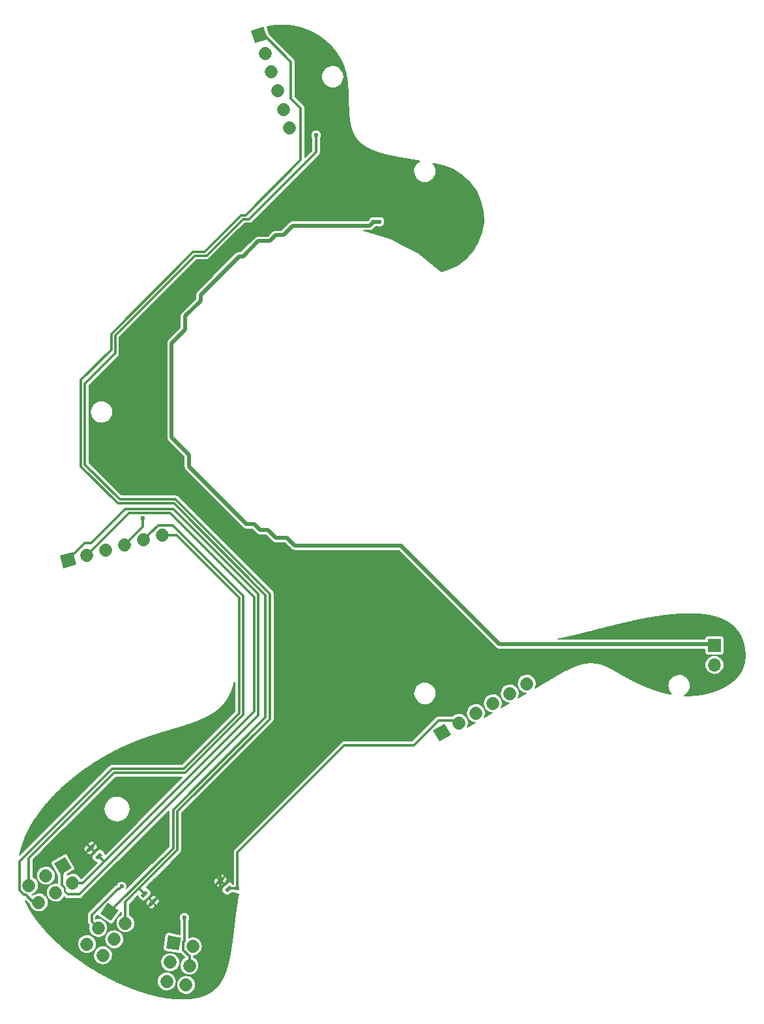
<source format=gtl>
G04 #@! TF.FileFunction,Copper,L1,Top,Signal*
%FSLAX46Y46*%
G04 Gerber Fmt 4.6, Leading zero omitted, Abs format (unit mm)*
G04 Created by KiCad (PCBNEW 4.0.7) date Sun Jun 10 20:08:56 2018*
%MOMM*%
%LPD*%
G01*
G04 APERTURE LIST*
%ADD10C,0.100000*%
%ADD11R,1.700000X1.700000*%
%ADD12O,1.700000X1.700000*%
%ADD13C,1.700000*%
%ADD14C,0.600000*%
%ADD15C,0.500000*%
%ADD16C,0.350000*%
%ADD17C,0.250000*%
%ADD18C,0.200000*%
G04 APERTURE END LIST*
D10*
D11*
X189250000Y-118960000D03*
D12*
X189250000Y-121500000D03*
D10*
G36*
X118013900Y-158248420D02*
X118309102Y-156574246D01*
X119983276Y-156869448D01*
X119688074Y-158543622D01*
X118013900Y-158248420D01*
X118013900Y-158248420D01*
G37*
D13*
X121500000Y-158000000D02*
X121500000Y-158000000D01*
X118557522Y-160060346D02*
X118557522Y-160060346D01*
X121058933Y-160501412D02*
X121058933Y-160501412D01*
X118116455Y-162561757D02*
X118116455Y-162561757D01*
X120617867Y-163002824D02*
X120617867Y-163002824D01*
D10*
G36*
X103456197Y-147243125D02*
X104928441Y-146393125D01*
X105778441Y-147865369D01*
X104306197Y-148715369D01*
X103456197Y-147243125D01*
X103456197Y-147243125D01*
G37*
D13*
X105887319Y-149753952D02*
X105887319Y-149753952D01*
X102417614Y-148824247D02*
X102417614Y-148824247D01*
X103687614Y-151023952D02*
X103687614Y-151023952D01*
X100217910Y-150094247D02*
X100217910Y-150094247D01*
X101487910Y-152293952D02*
X101487910Y-152293952D01*
D10*
G36*
X109485535Y-153751855D02*
X110460615Y-152359297D01*
X111853173Y-153334377D01*
X110878093Y-154726935D01*
X109485535Y-153751855D01*
X109485535Y-153751855D01*
G37*
D13*
X112750000Y-155000000D02*
X112750000Y-155000000D01*
X109212470Y-155623762D02*
X109212470Y-155623762D01*
X111293116Y-157080646D02*
X111293116Y-157080646D01*
X107755586Y-157704408D02*
X107755586Y-157704408D01*
X109836232Y-159161293D02*
X109836232Y-159161293D01*
D10*
G36*
X155011713Y-130601122D02*
X153539469Y-131451122D01*
X152689469Y-129978878D01*
X154161713Y-129128878D01*
X155011713Y-130601122D01*
X155011713Y-130601122D01*
G37*
D13*
X156050296Y-129020000D02*
X156050296Y-129020000D01*
X158250000Y-127750000D02*
X158250000Y-127750000D01*
X160449705Y-126480000D02*
X160449705Y-126480000D01*
X162649409Y-125210000D02*
X162649409Y-125210000D01*
X164849114Y-123940000D02*
X164849114Y-123940000D01*
D10*
G36*
X106337581Y-108508441D02*
X104695507Y-108948433D01*
X104255515Y-107306359D01*
X105897589Y-106866367D01*
X106337581Y-108508441D01*
X106337581Y-108508441D01*
G37*
D13*
X107750000Y-107250000D02*
X107750000Y-107250000D01*
X110203451Y-106592599D02*
X110203451Y-106592599D01*
X112656903Y-105935199D02*
X112656903Y-105935199D01*
X115110354Y-105277799D02*
X115110354Y-105277799D01*
X117563806Y-104620398D02*
X117563806Y-104620398D01*
D10*
G36*
X129599557Y-40824011D02*
X129074229Y-39207215D01*
X130691025Y-38681887D01*
X131216353Y-40298683D01*
X129599557Y-40824011D01*
X129599557Y-40824011D01*
G37*
D13*
X130930194Y-42168633D02*
X130930194Y-42168633D01*
X131715097Y-44584316D02*
X131715097Y-44584316D01*
X132500000Y-47000000D02*
X132500000Y-47000000D01*
X133284904Y-49415683D02*
X133284904Y-49415683D01*
X134069807Y-51831367D02*
X134069807Y-51831367D01*
D10*
G36*
X126625305Y-150388909D02*
X125988909Y-151025305D01*
X125635355Y-150671751D01*
X126271751Y-150035355D01*
X126625305Y-150388909D01*
X126625305Y-150388909D01*
G37*
G36*
X125564645Y-149328249D02*
X124928249Y-149964645D01*
X124574695Y-149611091D01*
X125211091Y-148974695D01*
X125564645Y-149328249D01*
X125564645Y-149328249D01*
G37*
G36*
X109775305Y-146138909D02*
X109138909Y-146775305D01*
X108785355Y-146421751D01*
X109421751Y-145785355D01*
X109775305Y-146138909D01*
X109775305Y-146138909D01*
G37*
G36*
X108714645Y-145078249D02*
X108078249Y-145714645D01*
X107724695Y-145361091D01*
X108361091Y-144724695D01*
X108714645Y-145078249D01*
X108714645Y-145078249D01*
G37*
G36*
X114724695Y-151361091D02*
X115361091Y-150724695D01*
X115714645Y-151078249D01*
X115078249Y-151714645D01*
X114724695Y-151361091D01*
X114724695Y-151361091D01*
G37*
G36*
X115785355Y-152421751D02*
X116421751Y-151785355D01*
X116775305Y-152138909D01*
X116138909Y-152775305D01*
X115785355Y-152421751D01*
X115785355Y-152421751D01*
G37*
D14*
X145000000Y-63999990D03*
X145750000Y-64000000D03*
X127300000Y-150500000D03*
X120400000Y-154300000D03*
X169100000Y-122000000D03*
X156600000Y-124000000D03*
X148800000Y-128100000D03*
X114700000Y-162700000D03*
X124100000Y-162200000D03*
X125000000Y-157600000D03*
X111600000Y-160800000D03*
X113800000Y-157600000D03*
X122700000Y-144600000D03*
X129000000Y-138300000D03*
X140400000Y-127400000D03*
X133900000Y-132500000D03*
X143500000Y-117750000D03*
X135250000Y-125750000D03*
X134750000Y-120000000D03*
X124750000Y-102500000D03*
X121250000Y-98750000D03*
X117250000Y-96000000D03*
X154500000Y-69000000D03*
X156500000Y-60250000D03*
X149250000Y-60000000D03*
X105000000Y-144500000D03*
X109250000Y-144000000D03*
X119500000Y-130750000D03*
X102000000Y-142000000D03*
X108500000Y-135500000D03*
X125250000Y-68750000D03*
X134500000Y-62000000D03*
X131000000Y-64750000D03*
X127500000Y-67000000D03*
X123250000Y-70750000D03*
X121000000Y-72750000D03*
X110000000Y-94000000D03*
X113750000Y-98000000D03*
X136750000Y-41250000D03*
X140500000Y-48750000D03*
X118500000Y-77500000D03*
X116250000Y-79750000D03*
X181500000Y-116750000D03*
X184500000Y-120000000D03*
X118250000Y-150000000D03*
X119250000Y-134000000D03*
X116500000Y-134000000D03*
X103750000Y-155000000D03*
X116750000Y-144000000D03*
X115500000Y-137500000D03*
X144750000Y-56500000D03*
X137500000Y-61500000D03*
X115000000Y-92000000D03*
X128750000Y-106000000D03*
X180750000Y-121750000D03*
X161500000Y-121000000D03*
X153500000Y-118000000D03*
X136000000Y-109750000D03*
X139250000Y-124750000D03*
X129750000Y-132000000D03*
X121750000Y-139750000D03*
X115000000Y-102500000D03*
X137500000Y-52750000D03*
X112250000Y-150250000D03*
D15*
X189090000Y-118800000D02*
X161300000Y-118800000D01*
X189250000Y-118960000D02*
X189090000Y-118800000D01*
X148500000Y-106000000D02*
X134750000Y-106000000D01*
X161300000Y-118800000D02*
X148500000Y-106000000D01*
X134750000Y-106000000D02*
X133750000Y-105000000D01*
X130000000Y-66500000D02*
X131500000Y-66500000D01*
X131500000Y-66500000D02*
X132250000Y-65750000D01*
X133750000Y-105000000D02*
X132250000Y-105000000D01*
X121000000Y-95750000D02*
X121000000Y-94250000D01*
X128500000Y-103250000D02*
X121000000Y-95750000D01*
X118750000Y-79750000D02*
X120500000Y-78000000D01*
X118750000Y-92000000D02*
X118750000Y-79750000D01*
X132250000Y-105000000D02*
X131250000Y-104000000D01*
X128000000Y-68500000D02*
X130000000Y-66500000D01*
X120500000Y-78000000D02*
X120500000Y-76250000D01*
X131250000Y-104000000D02*
X130250000Y-104000000D01*
X130250000Y-104000000D02*
X129500000Y-103250000D01*
X129500000Y-103250000D02*
X128500000Y-103250000D01*
X122500000Y-73500000D02*
X127500000Y-68500000D01*
X121000000Y-94250000D02*
X118750000Y-92000000D01*
X120500000Y-76250000D02*
X122500000Y-74250000D01*
X122500000Y-74250000D02*
X122500000Y-73500000D01*
X127500000Y-68500000D02*
X128000000Y-68500000D01*
X132250000Y-65750000D02*
X133250000Y-65750000D01*
X133250000Y-65750000D02*
X134500000Y-64500000D01*
X134500000Y-64500000D02*
X144499990Y-64500000D01*
X144499990Y-64500000D02*
X145000000Y-63999990D01*
X145750000Y-64000000D02*
X145000010Y-64000000D01*
X145000010Y-64000000D02*
X145000000Y-63999990D01*
D16*
X127300000Y-150500000D02*
X126160660Y-150500000D01*
X126160660Y-150500000D02*
X126130330Y-150530330D01*
X127300000Y-150500000D02*
X127300000Y-145800000D01*
X127300000Y-145800000D02*
X141200000Y-131900000D01*
X141200000Y-131900000D02*
X150200000Y-131900000D01*
X150200000Y-131900000D02*
X153400000Y-128700000D01*
X153400000Y-128700000D02*
X155730296Y-128700000D01*
X155730296Y-128700000D02*
X156050296Y-129020000D01*
X120400000Y-155000000D02*
X120400000Y-154300000D01*
X121058933Y-160501412D02*
X121058933Y-159299331D01*
X121058933Y-159299331D02*
X120274999Y-158515397D01*
X120274999Y-158515397D02*
X120274999Y-157411999D01*
X120274999Y-157411999D02*
X120400000Y-157286998D01*
X120400000Y-157286998D02*
X120400000Y-155000000D01*
X160069705Y-126100000D02*
X160449705Y-126480000D01*
X161500000Y-121000000D02*
X159600000Y-121000000D01*
X159600000Y-121000000D02*
X156600000Y-124000000D01*
X140400000Y-127400000D02*
X148100000Y-127400000D01*
X148100000Y-127400000D02*
X148800000Y-128100000D01*
X111600000Y-160800000D02*
X112800000Y-160800000D01*
X112800000Y-160800000D02*
X114700000Y-162700000D01*
X125069670Y-149469670D02*
X125069670Y-157530330D01*
X125069670Y-157530330D02*
X125000000Y-157600000D01*
X125069670Y-149469670D02*
X125069670Y-146969670D01*
X125069670Y-146969670D02*
X122700000Y-144600000D01*
X116280330Y-152280330D02*
X114900000Y-153660660D01*
X114900000Y-153660660D02*
X114900000Y-156100000D01*
X114900000Y-156100000D02*
X111600000Y-159400000D01*
X111600000Y-159400000D02*
X111600000Y-160800000D01*
X133400000Y-132000000D02*
X133900000Y-132500000D01*
X129750000Y-132000000D02*
X133400000Y-132000000D01*
X118250000Y-150000000D02*
X118250000Y-150424264D01*
X118250000Y-150424264D02*
X118234924Y-150439340D01*
X118234924Y-150439340D02*
X118121320Y-150439340D01*
X139250000Y-124750000D02*
X139250000Y-122000000D01*
X139250000Y-122000000D02*
X143500000Y-117750000D01*
X136000000Y-109750000D02*
X136000000Y-118750000D01*
X136000000Y-118750000D02*
X134750000Y-120000000D01*
X121250000Y-98750000D02*
X124750000Y-102250000D01*
X124750000Y-102250000D02*
X124750000Y-102500000D01*
X113750000Y-98000000D02*
X115250000Y-98000000D01*
X115250000Y-98000000D02*
X117250000Y-96000000D01*
X149250000Y-60000000D02*
X156250000Y-60000000D01*
X156250000Y-60000000D02*
X156500000Y-60250000D01*
X109250000Y-144000000D02*
X105500000Y-144000000D01*
X105500000Y-144000000D02*
X105000000Y-144500000D01*
X119250000Y-134000000D02*
X119250000Y-131000000D01*
X119250000Y-131000000D02*
X119500000Y-130750000D01*
X116500000Y-134000000D02*
X110000000Y-134000000D01*
X110000000Y-134000000D02*
X108500000Y-135500000D01*
X123549999Y-70450001D02*
X125250000Y-68750000D01*
X125250000Y-68750000D02*
X127000000Y-67000000D01*
X131000000Y-64750000D02*
X131750000Y-64750000D01*
X131750000Y-64750000D02*
X134500000Y-62000000D01*
X127000000Y-67000000D02*
X127500000Y-67000000D01*
X123250000Y-70750000D02*
X123549999Y-70450001D01*
X113750000Y-98000000D02*
X110000000Y-94250000D01*
X110000000Y-94250000D02*
X110000000Y-94000000D01*
X144750000Y-56500000D02*
X144450001Y-56200001D01*
X144450001Y-56200001D02*
X142950001Y-56200001D01*
X117500000Y-83250000D02*
X117500000Y-81000000D01*
X117500000Y-81000000D02*
X116250000Y-79750000D01*
X180750000Y-121750000D02*
X182750000Y-121750000D01*
X182750000Y-121750000D02*
X184500000Y-120000000D01*
X116500000Y-134000000D02*
X119250000Y-134000000D01*
X115950001Y-144299999D02*
X105250000Y-155000000D01*
X105250000Y-155000000D02*
X103750000Y-155000000D01*
X116750000Y-144000000D02*
X116450001Y-144299999D01*
X116450001Y-144299999D02*
X115950001Y-144299999D01*
X112000000Y-91000000D02*
X114000000Y-91000000D01*
X114000000Y-91000000D02*
X115000000Y-92000000D01*
X112000000Y-79000000D02*
X112000000Y-91000000D01*
X122000000Y-69000000D02*
X112000000Y-79000000D01*
X123500000Y-69000000D02*
X122000000Y-69000000D01*
X128250000Y-64250000D02*
X123500000Y-69000000D01*
X129500000Y-64250000D02*
X128250000Y-64250000D01*
X129500000Y-64250000D02*
X132250000Y-61500000D01*
X117500000Y-76250000D02*
X129500000Y-64250000D01*
X132250000Y-61500000D02*
X137500000Y-61500000D01*
X117500000Y-83250000D02*
X117500000Y-76250000D01*
X115000000Y-92000000D02*
X115000000Y-85750000D01*
X115000000Y-85750000D02*
X117500000Y-83250000D01*
X128750000Y-106000000D02*
X115000000Y-92250000D01*
X115000000Y-92250000D02*
X115000000Y-92000000D01*
X161500000Y-121000000D02*
X180000000Y-121000000D01*
X180000000Y-121000000D02*
X180750000Y-121750000D01*
X136000000Y-109750000D02*
X145250000Y-109750000D01*
X145250000Y-109750000D02*
X153500000Y-118000000D01*
X129750000Y-132000000D02*
X132000000Y-132000000D01*
X132000000Y-132000000D02*
X139250000Y-124750000D01*
X121689340Y-139810660D02*
X121750000Y-139750000D01*
X118121320Y-150439340D02*
X116280330Y-152280330D01*
X118944336Y-101250000D02*
X113000000Y-101250000D01*
X108296052Y-105703948D02*
X112750000Y-101250000D01*
X112750000Y-101250000D02*
X113000000Y-101250000D01*
X107500000Y-105703948D02*
X106061280Y-107142668D01*
X107500000Y-105703948D02*
X108296052Y-105703948D01*
X105250000Y-151250000D02*
X106750000Y-151250000D01*
X106750000Y-151250000D02*
X130000000Y-128000000D01*
X130000000Y-128000000D02*
X130000000Y-112305664D01*
X130000000Y-112305664D02*
X118944336Y-101250000D01*
X106061280Y-107142668D02*
X105296548Y-107907400D01*
D17*
X104862615Y-150862615D02*
X105250000Y-151250000D01*
X104500000Y-150000000D02*
X104862615Y-150362615D01*
X104862615Y-150362615D02*
X104862615Y-150862615D01*
D16*
X104500000Y-148753061D02*
X104500000Y-150000000D01*
X104617319Y-147554247D02*
X104617319Y-148635742D01*
X104617319Y-148635742D02*
X104500000Y-148753061D01*
X109280330Y-146280330D02*
X109750000Y-146750000D01*
X109750000Y-146750000D02*
X110000000Y-147000000D01*
X129449989Y-127550011D02*
X110000000Y-147000000D01*
X110000000Y-147000000D02*
X107246048Y-149753952D01*
X107089400Y-149753952D02*
X105887319Y-149753952D01*
X107246048Y-149753952D02*
X107089400Y-149753952D01*
X118550011Y-101800011D02*
X129449989Y-112699989D01*
X129449989Y-112699989D02*
X129449989Y-127550011D01*
X107750000Y-107250000D02*
X113199989Y-101800011D01*
X113199989Y-101800011D02*
X118550011Y-101800011D01*
X115000000Y-103592102D02*
X115000000Y-102500000D01*
X112656903Y-105935199D02*
X115000000Y-103592102D01*
X118923230Y-103395397D02*
X116992756Y-103395397D01*
X100217910Y-146532090D02*
X111250000Y-135500000D01*
X111250000Y-135500000D02*
X120527833Y-135500000D01*
X128050011Y-127977822D02*
X128050011Y-112522178D01*
X120527833Y-135500000D02*
X128050011Y-127977822D01*
X100217910Y-150094247D02*
X100217910Y-146532090D01*
X116992756Y-103395397D02*
X115960353Y-104427800D01*
X128050011Y-112522178D02*
X118923230Y-103395397D01*
X115960353Y-104427800D02*
X115110354Y-105277799D01*
X101487910Y-152293952D02*
X100793952Y-152293952D01*
X127500000Y-127750000D02*
X127500000Y-112750000D01*
X100793952Y-152293952D02*
X99819248Y-151319248D01*
X99819248Y-151319248D02*
X99629909Y-151319248D01*
X99629909Y-151319248D02*
X98992909Y-150682248D01*
X98992909Y-150682248D02*
X98992909Y-146979258D01*
X120300011Y-134949989D02*
X127500000Y-127750000D01*
X98992909Y-146979258D02*
X111022178Y-134949989D01*
X111022178Y-134949989D02*
X120300011Y-134949989D01*
X118765887Y-104620398D02*
X117563806Y-104620398D01*
X127500000Y-112750000D02*
X119370398Y-104620398D01*
X119370398Y-104620398D02*
X118765887Y-104620398D01*
X130145291Y-39752949D02*
X130752949Y-39752949D01*
X110899978Y-78544356D02*
X110899978Y-80600022D01*
X119022179Y-100550011D02*
X130949989Y-112477821D01*
X130752949Y-39752949D02*
X134250000Y-43250000D01*
X123044356Y-67899978D02*
X121544356Y-67899978D01*
X134250000Y-43250000D02*
X134250000Y-48000000D01*
X106949989Y-84550011D02*
X106949989Y-95727822D01*
X130949989Y-128272179D02*
X118949989Y-140272178D01*
X121544356Y-67899978D02*
X110899978Y-78544356D01*
X134250000Y-48000000D02*
X135500000Y-49250000D01*
X135500000Y-49250000D02*
X135500000Y-56000000D01*
X135500000Y-56000000D02*
X128350022Y-63149978D01*
X128350022Y-63149978D02*
X127794356Y-63149978D01*
X111772178Y-100550011D02*
X119022179Y-100550011D01*
X118949989Y-140272178D02*
X118949989Y-145262481D01*
X127794356Y-63149978D02*
X123044356Y-67899978D01*
X110899978Y-80600022D02*
X106949989Y-84550011D01*
X118949989Y-145262481D02*
X111350376Y-152862094D01*
X106949989Y-95727822D02*
X111772178Y-100550011D01*
X130949989Y-112477821D02*
X130949989Y-128272179D01*
X111350376Y-152862094D02*
X110669354Y-153543116D01*
X107500000Y-95500000D02*
X107500000Y-85000000D01*
X137500000Y-55000000D02*
X137500000Y-53174264D01*
X128800011Y-63699989D02*
X137500000Y-55000000D01*
X128022178Y-63699989D02*
X128800011Y-63699989D01*
X121772178Y-68449989D02*
X123272178Y-68449989D01*
X107500000Y-85000000D02*
X111449989Y-81050011D01*
X112000000Y-100000000D02*
X107500000Y-95500000D01*
X123272178Y-68449989D02*
X128022178Y-63699989D01*
X119250000Y-100000000D02*
X112000000Y-100000000D01*
X131500000Y-128500000D02*
X131500000Y-112250000D01*
X119500000Y-140500000D02*
X131500000Y-128500000D01*
X119500000Y-145500000D02*
X119500000Y-140500000D01*
X111449989Y-81050011D02*
X111449989Y-78772178D01*
X111449989Y-78772178D02*
X121772178Y-68449989D01*
X137500000Y-53174264D02*
X137500000Y-52750000D01*
X114500000Y-150500000D02*
X119500000Y-145500000D01*
X131500000Y-112250000D02*
X119250000Y-100000000D01*
X112750000Y-152250000D02*
X114500000Y-150500000D01*
X115219670Y-151219670D02*
X114972183Y-150972183D01*
X114972183Y-150972183D02*
X114500000Y-150500000D01*
X112750000Y-155000000D02*
X112750000Y-152250000D01*
X108362471Y-154773763D02*
X109212470Y-155623762D01*
X108362471Y-153927094D02*
X108362471Y-154773763D01*
X111739566Y-150549999D02*
X108362471Y-153927094D01*
X112250000Y-150250000D02*
X111950001Y-150549999D01*
X111950001Y-150549999D02*
X111739566Y-150549999D01*
D18*
G36*
X133092859Y-38506092D02*
X133146906Y-38506465D01*
X133200907Y-38507174D01*
X133254992Y-38508220D01*
X133308963Y-38509599D01*
X133362802Y-38511309D01*
X133416685Y-38513353D01*
X133470504Y-38515727D01*
X133524112Y-38518425D01*
X133577729Y-38521453D01*
X133631509Y-38524824D01*
X133684932Y-38528502D01*
X133738475Y-38532519D01*
X133791832Y-38536850D01*
X133845135Y-38541507D01*
X133898422Y-38546490D01*
X133951702Y-38551802D01*
X134004740Y-38557417D01*
X134057793Y-38563359D01*
X134110892Y-38569636D01*
X134163793Y-38576215D01*
X134216612Y-38583110D01*
X134269357Y-38590320D01*
X134321954Y-38597836D01*
X134374682Y-38605695D01*
X134427265Y-38613859D01*
X134479611Y-38622310D01*
X134531905Y-38631075D01*
X134584207Y-38640166D01*
X134636365Y-38649555D01*
X134688522Y-38659268D01*
X134740552Y-38669282D01*
X134792463Y-38679595D01*
X134844383Y-38690235D01*
X134895978Y-38701128D01*
X134947492Y-38712327D01*
X134999162Y-38723883D01*
X135050557Y-38735700D01*
X135102034Y-38747858D01*
X135153134Y-38760248D01*
X135204245Y-38772964D01*
X135255384Y-38786009D01*
X135306199Y-38799293D01*
X135357043Y-38812906D01*
X135407800Y-38826819D01*
X135458338Y-38840994D01*
X135508987Y-38855522D01*
X135559190Y-38870244D01*
X135609508Y-38885323D01*
X135659756Y-38900704D01*
X135709696Y-38916312D01*
X135759692Y-38932261D01*
X135809542Y-38948487D01*
X135859120Y-38964947D01*
X135908795Y-38981764D01*
X135958223Y-38998820D01*
X136007396Y-39016112D01*
X136056685Y-39033769D01*
X136105798Y-39051688D01*
X136154541Y-39069796D01*
X136203455Y-39088291D01*
X136252062Y-39106996D01*
X136300698Y-39126040D01*
X136348974Y-39145267D01*
X136397451Y-39164903D01*
X136445343Y-39184628D01*
X136493601Y-39204832D01*
X136541375Y-39225163D01*
X136589065Y-39245784D01*
X136636549Y-39266647D01*
X136684005Y-39287826D01*
X136731285Y-39309256D01*
X136778520Y-39330998D01*
X136825402Y-39352908D01*
X136872326Y-39375171D01*
X136919092Y-39397693D01*
X136965563Y-39420405D01*
X137011884Y-39443379D01*
X137058049Y-39466608D01*
X137104074Y-39490103D01*
X137150173Y-39513973D01*
X137195748Y-39537908D01*
X137241429Y-39562238D01*
X137286896Y-39586794D01*
X137332140Y-39611569D01*
X137377212Y-39636590D01*
X137422152Y-39661880D01*
X137466960Y-39687438D01*
X137511433Y-39713149D01*
X137555896Y-39739199D01*
X137600224Y-39765518D01*
X137644238Y-39791996D01*
X137688162Y-39818769D01*
X137731862Y-39845753D01*
X137775461Y-39873027D01*
X137818779Y-39900475D01*
X137861994Y-39928213D01*
X137904951Y-39956139D01*
X137947786Y-39984341D01*
X137990500Y-40012821D01*
X138032868Y-40041429D01*
X138075109Y-40070310D01*
X138117165Y-40099425D01*
X138159102Y-40128823D01*
X138200757Y-40158386D01*
X138242328Y-40188256D01*
X138283539Y-40218234D01*
X138324697Y-40248544D01*
X138365637Y-40279065D01*
X138406243Y-40309706D01*
X138446835Y-40340715D01*
X138487097Y-40371846D01*
X138527225Y-40403251D01*
X138567120Y-40434855D01*
X138606833Y-40466697D01*
X138646261Y-40498694D01*
X138685512Y-40530931D01*
X138724671Y-40563483D01*
X138763453Y-40596110D01*
X138802159Y-40629065D01*
X138840545Y-40662145D01*
X138878796Y-40695505D01*
X138916723Y-40728979D01*
X138954601Y-40762813D01*
X138992073Y-40796688D01*
X139029363Y-40830803D01*
X139066628Y-40865307D01*
X139103440Y-40899803D01*
X139140099Y-40934568D01*
X139176504Y-40969511D01*
X139212845Y-41004812D01*
X139248808Y-41040170D01*
X139284485Y-41075670D01*
X139319978Y-41111415D01*
X139355324Y-41147446D01*
X139390354Y-41183588D01*
X139425128Y-41219904D01*
X139459720Y-41256468D01*
X139494006Y-41293155D01*
X139528204Y-41330196D01*
X139561965Y-41367215D01*
X139595621Y-41404574D01*
X139628991Y-41442072D01*
X139662132Y-41479778D01*
X139695043Y-41517690D01*
X139727627Y-41555692D01*
X139760071Y-41594008D01*
X139792093Y-41632300D01*
X139823993Y-41670930D01*
X139855552Y-41709633D01*
X139887007Y-41748700D01*
X139918113Y-41787829D01*
X139948964Y-41827139D01*
X139979541Y-41866603D01*
X140009927Y-41906333D01*
X140039973Y-41946131D01*
X140069803Y-41986165D01*
X140099347Y-42026340D01*
X140128603Y-42066653D01*
X140157614Y-42107164D01*
X140186401Y-42147903D01*
X140214875Y-42188751D01*
X140243025Y-42229682D01*
X140271013Y-42270940D01*
X140298645Y-42312238D01*
X140326090Y-42353830D01*
X140353183Y-42395467D01*
X140380026Y-42437306D01*
X140406574Y-42479276D01*
X140432851Y-42521417D01*
X140458822Y-42563674D01*
X140484591Y-42606218D01*
X140510035Y-42648849D01*
X140535112Y-42691495D01*
X140560052Y-42734545D01*
X140584577Y-42777527D01*
X140608901Y-42820810D01*
X140632828Y-42864051D01*
X140656622Y-42907728D01*
X140680017Y-42951356D01*
X140703127Y-42995146D01*
X140725977Y-43039145D01*
X140748516Y-43083262D01*
X140770710Y-43127423D01*
X140792674Y-43171865D01*
X140814304Y-43216381D01*
X140835669Y-43261108D01*
X140856633Y-43305766D01*
X140877412Y-43350815D01*
X140897867Y-43395956D01*
X140917975Y-43441145D01*
X140937756Y-43486424D01*
X140957304Y-43532011D01*
X140976488Y-43577604D01*
X140995375Y-43623359D01*
X141013926Y-43669186D01*
X141032228Y-43715305D01*
X141050149Y-43761381D01*
X141067801Y-43807708D01*
X141085158Y-43854224D01*
X141102092Y-43900582D01*
X141118796Y-43947307D01*
X141135173Y-43994145D01*
X141151177Y-44040955D01*
X141166917Y-44088061D01*
X141182252Y-44135044D01*
X141197347Y-44182411D01*
X141212188Y-44230137D01*
X141221895Y-44262010D01*
X141231446Y-44293906D01*
X141240964Y-44326240D01*
X141250270Y-44358397D01*
X141259524Y-44390934D01*
X141268514Y-44423086D01*
X141277471Y-44455685D01*
X141286292Y-44488351D01*
X141294965Y-44521037D01*
X141303476Y-44553687D01*
X141311862Y-44586427D01*
X141320135Y-44619312D01*
X141328282Y-44652275D01*
X141336310Y-44685351D01*
X141344193Y-44718420D01*
X141351889Y-44751297D01*
X141359537Y-44784568D01*
X141367039Y-44817812D01*
X141374381Y-44850956D01*
X141381632Y-44884296D01*
X141388837Y-44918050D01*
X141395806Y-44951326D01*
X141402739Y-44985056D01*
X141409495Y-45018556D01*
X141416143Y-45052153D01*
X141422715Y-45086013D01*
X141429122Y-45119668D01*
X141435448Y-45153549D01*
X141441664Y-45187500D01*
X141447780Y-45221575D01*
X141453732Y-45255393D01*
X141459591Y-45289350D01*
X141465423Y-45323839D01*
X141471002Y-45357503D01*
X141476617Y-45392081D01*
X141482066Y-45426330D01*
X141487421Y-45460690D01*
X141492644Y-45494902D01*
X141497785Y-45529281D01*
X141502846Y-45563838D01*
X141507777Y-45598228D01*
X141512659Y-45633011D01*
X141517361Y-45667237D01*
X141522066Y-45702226D01*
X141526599Y-45736677D01*
X141531103Y-45771662D01*
X141535438Y-45806068D01*
X141539744Y-45841015D01*
X141543947Y-45875889D01*
X141548052Y-45910722D01*
X141552087Y-45945739D01*
X141556029Y-45980731D01*
X141559842Y-46015360D01*
X141563678Y-46051017D01*
X141567307Y-46085532D01*
X141570963Y-46121118D01*
X141574453Y-46155888D01*
X141577915Y-46191195D01*
X141581297Y-46226528D01*
X141584565Y-46261484D01*
X141587781Y-46296712D01*
X141590897Y-46331675D01*
X141594013Y-46367501D01*
X141597008Y-46402786D01*
X141599941Y-46438196D01*
X141602775Y-46473266D01*
X141605613Y-46509265D01*
X141608314Y-46544391D01*
X141610945Y-46579469D01*
X141613601Y-46615776D01*
X141616130Y-46651259D01*
X141618547Y-46686005D01*
X141620986Y-46721983D01*
X141623348Y-46757721D01*
X141625634Y-46793210D01*
X141627844Y-46828401D01*
X141630021Y-46863977D01*
X141632147Y-46899610D01*
X141634228Y-46935407D01*
X141636270Y-46971451D01*
X141638210Y-47006618D01*
X141638211Y-47006632D01*
X141640160Y-47042846D01*
X141642002Y-47077985D01*
X141642004Y-47078033D01*
X141643859Y-47114333D01*
X141645627Y-47149839D01*
X141647353Y-47185382D01*
X141649037Y-47220973D01*
X141650687Y-47256715D01*
X141652296Y-47292485D01*
X141653866Y-47328247D01*
X141655396Y-47364003D01*
X141655397Y-47364020D01*
X141656909Y-47400233D01*
X141658350Y-47435564D01*
X141658351Y-47435581D01*
X141659792Y-47471781D01*
X141661166Y-47507108D01*
X141661167Y-47507149D01*
X141662527Y-47542943D01*
X141663856Y-47578720D01*
X141665168Y-47614859D01*
X141666428Y-47650300D01*
X141667673Y-47686085D01*
X141667673Y-47686086D01*
X141668893Y-47721867D01*
X141670089Y-47757653D01*
X141671262Y-47793418D01*
X141672412Y-47829167D01*
X141672413Y-47829200D01*
X141673552Y-47865199D01*
X141674656Y-47900707D01*
X141675756Y-47936660D01*
X141675757Y-47936668D01*
X141676828Y-47972174D01*
X141676829Y-47972206D01*
X141677892Y-48007931D01*
X141678941Y-48043667D01*
X141679978Y-48079377D01*
X141681001Y-48114988D01*
X141681003Y-48115084D01*
X141682019Y-48150762D01*
X141683025Y-48186412D01*
X141683026Y-48186450D01*
X141684023Y-48221995D01*
X141684026Y-48222119D01*
X141685019Y-48257729D01*
X141685020Y-48257759D01*
X141686008Y-48293366D01*
X141686009Y-48293405D01*
X141686996Y-48329044D01*
X141686997Y-48329052D01*
X141687980Y-48364624D01*
X141688962Y-48400163D01*
X141688963Y-48400207D01*
X141689946Y-48435746D01*
X141689947Y-48435783D01*
X141690932Y-48471286D01*
X141690933Y-48471324D01*
X141691920Y-48506789D01*
X141691922Y-48506865D01*
X141692914Y-48542294D01*
X141692916Y-48542371D01*
X141693913Y-48577761D01*
X141693914Y-48577769D01*
X141693916Y-48577864D01*
X141694920Y-48613216D01*
X141694921Y-48613227D01*
X141694924Y-48613345D01*
X141695937Y-48648657D01*
X141695940Y-48648773D01*
X141696961Y-48684046D01*
X141696963Y-48684061D01*
X141696966Y-48684201D01*
X141697998Y-48719432D01*
X141697999Y-48719440D01*
X141698003Y-48719614D01*
X141699048Y-48754803D01*
X141699050Y-48754820D01*
X141699054Y-48754985D01*
X141700112Y-48790131D01*
X141700114Y-48790144D01*
X141700118Y-48790327D01*
X141701190Y-48825430D01*
X141701192Y-48825443D01*
X141701197Y-48825666D01*
X141702286Y-48860724D01*
X141702288Y-48860736D01*
X141702293Y-48860959D01*
X141703399Y-48895973D01*
X141703401Y-48895989D01*
X141703407Y-48896224D01*
X141704531Y-48931191D01*
X141704534Y-48931216D01*
X141704541Y-48931479D01*
X141705686Y-48966402D01*
X141705688Y-48966418D01*
X141705695Y-48966680D01*
X141706860Y-49001552D01*
X141706863Y-49001571D01*
X141706871Y-49001883D01*
X141708060Y-49036708D01*
X141708063Y-49036728D01*
X141708071Y-49037028D01*
X141709283Y-49071804D01*
X141709286Y-49071830D01*
X141709296Y-49072162D01*
X141710534Y-49106889D01*
X141710537Y-49106912D01*
X141710547Y-49107249D01*
X141711811Y-49141925D01*
X141711814Y-49141947D01*
X141711825Y-49142313D01*
X141713117Y-49176938D01*
X141713121Y-49176967D01*
X141713133Y-49177353D01*
X141714455Y-49211925D01*
X141714458Y-49211950D01*
X141714471Y-49212341D01*
X141715823Y-49246861D01*
X141715826Y-49246883D01*
X141715840Y-49247305D01*
X141717224Y-49281772D01*
X141717228Y-49281804D01*
X141717243Y-49282230D01*
X141718660Y-49316642D01*
X141718664Y-49316674D01*
X141718680Y-49317116D01*
X141720131Y-49351473D01*
X141720135Y-49351500D01*
X141720152Y-49351974D01*
X141721639Y-49386274D01*
X141721644Y-49386313D01*
X141721663Y-49386805D01*
X141723188Y-49421048D01*
X141723193Y-49421081D01*
X141723212Y-49421580D01*
X141724775Y-49455766D01*
X141724779Y-49455796D01*
X141724800Y-49456314D01*
X141726402Y-49490441D01*
X141726407Y-49490476D01*
X141726430Y-49491030D01*
X141728074Y-49525099D01*
X141728079Y-49525136D01*
X141728103Y-49525690D01*
X141729789Y-49559698D01*
X141729794Y-49559733D01*
X141729820Y-49560319D01*
X141731550Y-49594266D01*
X141731556Y-49594305D01*
X141731583Y-49594902D01*
X141733358Y-49628788D01*
X141733363Y-49628824D01*
X141733393Y-49629455D01*
X141735215Y-49663278D01*
X141735222Y-49663323D01*
X141735252Y-49663947D01*
X141737121Y-49697707D01*
X141737127Y-49697747D01*
X141737160Y-49698405D01*
X141739078Y-49732101D01*
X141739084Y-49732142D01*
X141739119Y-49732815D01*
X141741087Y-49766448D01*
X141741096Y-49766502D01*
X141741133Y-49767206D01*
X141743154Y-49800771D01*
X141743160Y-49800810D01*
X141743199Y-49801518D01*
X141745272Y-49835018D01*
X141745280Y-49835065D01*
X141745321Y-49835797D01*
X141747448Y-49869229D01*
X141747456Y-49869276D01*
X141747500Y-49870037D01*
X141749683Y-49903401D01*
X141749691Y-49903450D01*
X141749738Y-49904229D01*
X141751978Y-49937523D01*
X141751986Y-49937569D01*
X141752035Y-49938365D01*
X141754333Y-49971592D01*
X141754343Y-49971649D01*
X141754395Y-49972467D01*
X141756753Y-50005623D01*
X141756761Y-50005671D01*
X141756816Y-50006502D01*
X141759234Y-50039585D01*
X141759243Y-50039635D01*
X141759302Y-50040506D01*
X141761783Y-50073520D01*
X141761793Y-50073576D01*
X141761855Y-50074462D01*
X141764400Y-50107402D01*
X141764410Y-50107457D01*
X141764474Y-50108347D01*
X141767083Y-50141214D01*
X141767094Y-50141273D01*
X141767162Y-50142191D01*
X141769837Y-50174984D01*
X141769847Y-50175037D01*
X141769920Y-50175993D01*
X141772663Y-50208711D01*
X141772675Y-50208774D01*
X141772751Y-50209739D01*
X141775563Y-50242381D01*
X141775573Y-50242436D01*
X141775654Y-50243428D01*
X141778536Y-50275993D01*
X141778546Y-50276049D01*
X141778631Y-50277057D01*
X141781584Y-50309546D01*
X141781597Y-50309613D01*
X141781686Y-50310645D01*
X141784712Y-50343055D01*
X141784723Y-50343112D01*
X141784817Y-50344172D01*
X141787917Y-50376503D01*
X141787930Y-50376567D01*
X141788029Y-50377655D01*
X141791205Y-50409906D01*
X141791219Y-50409975D01*
X141791321Y-50411062D01*
X141794573Y-50443233D01*
X141794586Y-50443298D01*
X141794695Y-50444424D01*
X141798025Y-50476512D01*
X141798037Y-50476573D01*
X141798153Y-50477735D01*
X141801563Y-50509743D01*
X141801577Y-50509810D01*
X141801696Y-50510976D01*
X141805186Y-50542899D01*
X141805200Y-50542967D01*
X141805326Y-50544163D01*
X141808898Y-50576005D01*
X141808913Y-50576077D01*
X141809046Y-50577305D01*
X141812702Y-50609061D01*
X141812717Y-50609131D01*
X141812854Y-50610365D01*
X141816594Y-50642037D01*
X141816609Y-50642107D01*
X141816756Y-50643393D01*
X141820583Y-50674978D01*
X141820600Y-50675054D01*
X141820749Y-50676327D01*
X141824662Y-50707825D01*
X141824677Y-50707892D01*
X141824837Y-50709222D01*
X141828839Y-50740633D01*
X141828857Y-50740714D01*
X141829023Y-50742053D01*
X141833115Y-50773375D01*
X141833132Y-50773448D01*
X141833307Y-50774830D01*
X141837491Y-50806063D01*
X141837509Y-50806138D01*
X141837687Y-50807510D01*
X141841962Y-50838654D01*
X141841982Y-50838736D01*
X141842173Y-50840169D01*
X141846543Y-50871221D01*
X141846562Y-50871300D01*
X141846760Y-50872742D01*
X141851225Y-50903702D01*
X141851243Y-50903774D01*
X141851452Y-50905262D01*
X141856014Y-50936130D01*
X141856034Y-50936210D01*
X141856248Y-50937694D01*
X141860907Y-50968471D01*
X141860928Y-50968552D01*
X141861153Y-50970077D01*
X141865912Y-51000758D01*
X141865933Y-51000838D01*
X141866169Y-51002397D01*
X141871028Y-51032984D01*
X141871050Y-51033069D01*
X141871296Y-51034649D01*
X141876257Y-51065140D01*
X141876277Y-51065216D01*
X141876534Y-51066827D01*
X141881598Y-51097223D01*
X141881622Y-51097313D01*
X141881887Y-51098934D01*
X141887055Y-51129232D01*
X141887078Y-51129317D01*
X141887357Y-51130981D01*
X141892631Y-51161181D01*
X141892655Y-51161267D01*
X141892944Y-51162953D01*
X141898325Y-51193055D01*
X141898349Y-51193141D01*
X141898653Y-51194869D01*
X141904143Y-51224870D01*
X141904167Y-51224955D01*
X141904480Y-51226692D01*
X141910079Y-51256594D01*
X141910105Y-51256684D01*
X141910432Y-51258457D01*
X141916142Y-51288257D01*
X141916169Y-51288347D01*
X141916510Y-51290155D01*
X141922333Y-51319853D01*
X141922359Y-51319939D01*
X141922711Y-51321762D01*
X141928647Y-51351359D01*
X141928676Y-51351454D01*
X141929043Y-51353310D01*
X141935094Y-51382803D01*
X141935123Y-51382896D01*
X141935507Y-51384792D01*
X141941675Y-51414181D01*
X141941703Y-51414271D01*
X141942100Y-51416184D01*
X141948385Y-51445467D01*
X141948414Y-51445559D01*
X141948826Y-51447501D01*
X141955230Y-51476679D01*
X141955262Y-51476778D01*
X141955690Y-51478749D01*
X141962214Y-51507820D01*
X141962243Y-51507908D01*
X141962690Y-51509921D01*
X141969337Y-51538886D01*
X141969366Y-51538971D01*
X141969831Y-51541020D01*
X141976600Y-51569875D01*
X141976634Y-51569975D01*
X141977112Y-51572032D01*
X141984005Y-51600780D01*
X141984039Y-51600877D01*
X141984537Y-51602974D01*
X141991556Y-51631612D01*
X141991591Y-51631712D01*
X141992104Y-51633822D01*
X141999249Y-51662349D01*
X141999282Y-51662441D01*
X141999821Y-51664611D01*
X142007095Y-51693027D01*
X142007132Y-51693130D01*
X142007684Y-51695301D01*
X142015087Y-51723605D01*
X142015123Y-51723702D01*
X142015699Y-51725921D01*
X142023233Y-51754112D01*
X142023271Y-51754213D01*
X142023866Y-51756455D01*
X142031532Y-51784532D01*
X142031570Y-51784631D01*
X142032189Y-51786912D01*
X142039989Y-51814875D01*
X142040028Y-51814974D01*
X142040664Y-51817268D01*
X142048598Y-51845116D01*
X142048636Y-51845212D01*
X142049303Y-51847565D01*
X142057374Y-51875297D01*
X142057414Y-51875398D01*
X142058098Y-51877758D01*
X142066306Y-51905373D01*
X142066346Y-51905471D01*
X142067052Y-51907857D01*
X142075398Y-51935355D01*
X142075440Y-51935456D01*
X142076178Y-51937898D01*
X142084665Y-51965277D01*
X142084706Y-51965374D01*
X142085464Y-51967829D01*
X142094092Y-51995089D01*
X142094137Y-51995193D01*
X142094922Y-51997682D01*
X142103693Y-52024822D01*
X142103735Y-52024918D01*
X142104548Y-52027442D01*
X142113463Y-52054461D01*
X142113509Y-52054566D01*
X142114344Y-52057102D01*
X142123404Y-52084000D01*
X142123447Y-52084096D01*
X142124316Y-52086682D01*
X142133524Y-52113458D01*
X142133569Y-52113556D01*
X142134466Y-52116171D01*
X142143821Y-52142823D01*
X142143868Y-52142925D01*
X142144789Y-52145552D01*
X142154293Y-52172081D01*
X142154342Y-52172184D01*
X142155292Y-52174841D01*
X142164946Y-52201245D01*
X142164994Y-52201345D01*
X142165985Y-52204059D01*
X142175792Y-52230336D01*
X142175840Y-52230434D01*
X142176853Y-52233151D01*
X142186813Y-52259304D01*
X142186865Y-52259409D01*
X142187910Y-52262154D01*
X142198024Y-52288179D01*
X142198073Y-52288276D01*
X142199161Y-52291077D01*
X142209432Y-52316973D01*
X142209482Y-52317070D01*
X142210589Y-52319862D01*
X142221016Y-52345631D01*
X142221071Y-52345735D01*
X142222218Y-52348571D01*
X142232804Y-52374210D01*
X142232856Y-52374308D01*
X142234042Y-52377180D01*
X142244788Y-52402689D01*
X142244845Y-52402794D01*
X142246059Y-52405675D01*
X142256966Y-52431054D01*
X142257023Y-52431158D01*
X142258276Y-52434070D01*
X142269346Y-52459317D01*
X142269399Y-52459411D01*
X142270688Y-52462349D01*
X142281921Y-52487463D01*
X142281979Y-52487565D01*
X142283310Y-52490537D01*
X142294709Y-52515518D01*
X142294766Y-52515617D01*
X142296132Y-52518606D01*
X142307697Y-52543452D01*
X142307758Y-52543556D01*
X142309153Y-52546547D01*
X142320884Y-52571259D01*
X142320945Y-52571360D01*
X142322394Y-52574408D01*
X142334296Y-52598984D01*
X142334355Y-52599080D01*
X142335839Y-52602139D01*
X142347911Y-52626578D01*
X142347972Y-52626677D01*
X142349494Y-52629751D01*
X142361738Y-52654054D01*
X142361800Y-52654151D01*
X142363369Y-52657258D01*
X142375786Y-52681422D01*
X142375846Y-52681516D01*
X142377461Y-52684649D01*
X142390053Y-52708675D01*
X142390114Y-52708769D01*
X142391759Y-52711898D01*
X142404526Y-52735784D01*
X142404587Y-52735876D01*
X142406285Y-52739043D01*
X142419229Y-52762788D01*
X142419292Y-52762881D01*
X142421028Y-52766055D01*
X142434149Y-52789658D01*
X142434205Y-52789739D01*
X142436369Y-52793605D01*
X142455036Y-52826401D01*
X142455071Y-52826450D01*
X142457662Y-52830953D01*
X142476678Y-52863474D01*
X142476717Y-52863528D01*
X142479365Y-52868008D01*
X142498730Y-52900253D01*
X142498768Y-52900305D01*
X142501455Y-52904731D01*
X142521167Y-52936704D01*
X142521206Y-52936756D01*
X142523938Y-52941141D01*
X142543995Y-52972842D01*
X142544037Y-52972896D01*
X142546814Y-52977241D01*
X142567214Y-53008671D01*
X142567256Y-53008724D01*
X142570066Y-53013010D01*
X142590806Y-53044171D01*
X142590849Y-53044224D01*
X142593699Y-53048464D01*
X142614779Y-53079358D01*
X142614822Y-53079409D01*
X142617721Y-53083618D01*
X142639140Y-53114247D01*
X142639191Y-53114307D01*
X142642100Y-53118428D01*
X142663854Y-53148794D01*
X142663899Y-53148846D01*
X142666864Y-53152946D01*
X142688953Y-53183049D01*
X142689005Y-53183107D01*
X142691982Y-53187129D01*
X142714403Y-53216972D01*
X142714454Y-53217028D01*
X142717480Y-53221019D01*
X142740233Y-53250602D01*
X142740285Y-53250658D01*
X142743318Y-53254567D01*
X142766399Y-53283894D01*
X142766458Y-53283955D01*
X142769519Y-53287812D01*
X142792928Y-53316883D01*
X142792984Y-53316940D01*
X142796072Y-53320744D01*
X142819806Y-53349560D01*
X142819861Y-53349615D01*
X142822975Y-53353365D01*
X142847033Y-53381928D01*
X142847094Y-53381988D01*
X142850214Y-53385663D01*
X142874594Y-53413976D01*
X142874655Y-53414034D01*
X142877806Y-53417665D01*
X142902507Y-53445728D01*
X142902568Y-53445785D01*
X142905726Y-53449346D01*
X142930745Y-53477161D01*
X142930807Y-53477217D01*
X142933986Y-53480726D01*
X142959322Y-53508293D01*
X142959381Y-53508346D01*
X142962567Y-53511787D01*
X142988218Y-53539111D01*
X142988284Y-53539168D01*
X142991480Y-53542550D01*
X143017445Y-53569630D01*
X143017509Y-53569684D01*
X143020707Y-53572998D01*
X143046984Y-53599838D01*
X143047055Y-53599897D01*
X143050266Y-53603156D01*
X143076852Y-53629755D01*
X143076921Y-53629812D01*
X143080130Y-53633002D01*
X143107024Y-53659363D01*
X143107100Y-53659424D01*
X143110302Y-53662543D01*
X143137502Y-53688668D01*
X143137580Y-53688730D01*
X143140796Y-53691799D01*
X143168301Y-53717689D01*
X143168376Y-53717747D01*
X143171578Y-53720743D01*
X143199385Y-53746399D01*
X143199465Y-53746459D01*
X143202675Y-53749404D01*
X143230784Y-53774828D01*
X143230862Y-53774886D01*
X143234067Y-53777769D01*
X143262475Y-53802962D01*
X143262561Y-53803024D01*
X143265743Y-53805831D01*
X143294447Y-53830796D01*
X143294532Y-53830857D01*
X143297730Y-53833623D01*
X143326732Y-53858360D01*
X143326812Y-53858416D01*
X143329984Y-53861107D01*
X143359279Y-53885619D01*
X143359359Y-53885674D01*
X143362536Y-53888319D01*
X143392124Y-53912607D01*
X143392211Y-53912665D01*
X143395367Y-53915244D01*
X143425245Y-53939308D01*
X143425327Y-53939362D01*
X143428470Y-53941882D01*
X143458637Y-53965727D01*
X143458722Y-53965782D01*
X143461858Y-53968250D01*
X143492314Y-53991876D01*
X143492405Y-53991933D01*
X143495519Y-53994339D01*
X143526257Y-54017746D01*
X143526351Y-54017804D01*
X143529440Y-54020147D01*
X143560463Y-54043339D01*
X143560553Y-54043393D01*
X143563631Y-54045686D01*
X143594936Y-54068664D01*
X143595030Y-54068720D01*
X143598097Y-54070963D01*
X143629682Y-54093727D01*
X143629775Y-54093781D01*
X143632813Y-54095963D01*
X143664676Y-54118516D01*
X143664766Y-54118567D01*
X143667787Y-54120699D01*
X143699928Y-54143043D01*
X143700019Y-54143094D01*
X143703016Y-54145172D01*
X143735430Y-54167307D01*
X143735529Y-54167361D01*
X143738512Y-54169393D01*
X143771199Y-54191322D01*
X143771301Y-54191377D01*
X143774244Y-54193346D01*
X143807202Y-54215071D01*
X143807306Y-54215126D01*
X143810234Y-54217051D01*
X143843462Y-54238572D01*
X143843562Y-54238623D01*
X143846464Y-54240499D01*
X143879960Y-54261818D01*
X143880056Y-54261866D01*
X143882937Y-54263697D01*
X143916699Y-54284816D01*
X143916801Y-54284867D01*
X143919647Y-54286644D01*
X143953673Y-54307565D01*
X143953772Y-54307613D01*
X143956612Y-54309357D01*
X143990901Y-54330080D01*
X143991006Y-54330130D01*
X143993792Y-54331812D01*
X144028342Y-54352341D01*
X144028442Y-54352388D01*
X144031227Y-54354041D01*
X144066036Y-54374375D01*
X144066139Y-54374422D01*
X144068872Y-54376018D01*
X144103938Y-54396161D01*
X144104045Y-54396209D01*
X144106758Y-54397767D01*
X144142080Y-54417720D01*
X144142184Y-54417766D01*
X144144877Y-54419287D01*
X144180453Y-54439050D01*
X144180559Y-54439096D01*
X144183216Y-54440572D01*
X144219043Y-54460147D01*
X144219149Y-54460192D01*
X144221769Y-54461624D01*
X144257847Y-54481015D01*
X144257952Y-54481059D01*
X144260552Y-54482457D01*
X144296878Y-54501663D01*
X144296984Y-54501706D01*
X144299558Y-54503068D01*
X144336131Y-54522091D01*
X144336235Y-54522133D01*
X144338777Y-54523456D01*
X144375595Y-54542298D01*
X144375694Y-54542337D01*
X144378206Y-54543624D01*
X144415267Y-54562287D01*
X144415373Y-54562328D01*
X144417857Y-54563581D01*
X144455160Y-54582066D01*
X144455266Y-54582106D01*
X144457719Y-54583324D01*
X144495261Y-54601632D01*
X144495368Y-54601672D01*
X144497782Y-54602851D01*
X144535562Y-54620985D01*
X144535662Y-54621021D01*
X144538060Y-54622175D01*
X144576076Y-54640136D01*
X144576184Y-54640175D01*
X144578535Y-54641288D01*
X144616787Y-54659078D01*
X144616885Y-54659112D01*
X144619223Y-54660203D01*
X144657707Y-54677823D01*
X144657809Y-54677858D01*
X144660117Y-54678918D01*
X144698832Y-54696368D01*
X144698929Y-54696401D01*
X144701198Y-54697427D01*
X144740143Y-54714712D01*
X144740243Y-54714745D01*
X144742483Y-54715743D01*
X144781654Y-54732863D01*
X144781755Y-54732896D01*
X144783975Y-54733870D01*
X144823373Y-54750826D01*
X144823479Y-54750860D01*
X144825652Y-54751799D01*
X144865272Y-54768593D01*
X144865378Y-54768626D01*
X144867520Y-54769538D01*
X144907363Y-54786172D01*
X144907462Y-54786202D01*
X144909580Y-54787091D01*
X144949644Y-54803567D01*
X144949746Y-54803598D01*
X144951843Y-54804464D01*
X144992126Y-54820782D01*
X144992222Y-54820810D01*
X144994281Y-54821649D01*
X145034781Y-54837812D01*
X145034878Y-54837840D01*
X145036911Y-54838656D01*
X145077626Y-54854665D01*
X145077730Y-54854695D01*
X145079731Y-54855486D01*
X145120659Y-54871342D01*
X145120754Y-54871369D01*
X145122723Y-54872136D01*
X145163863Y-54887842D01*
X145163959Y-54887868D01*
X145165902Y-54888615D01*
X145207253Y-54904172D01*
X145207350Y-54904198D01*
X145209270Y-54904925D01*
X145250829Y-54920335D01*
X145250931Y-54920362D01*
X145252806Y-54921062D01*
X145294570Y-54936325D01*
X145294661Y-54936348D01*
X145296523Y-54937034D01*
X145338493Y-54952153D01*
X145338591Y-54952178D01*
X145340415Y-54952840D01*
X145382587Y-54967816D01*
X145382675Y-54967838D01*
X145384491Y-54968488D01*
X145426864Y-54983321D01*
X145426949Y-54983342D01*
X145428714Y-54983965D01*
X145471287Y-54998661D01*
X145471379Y-54998683D01*
X145473134Y-54999294D01*
X145515905Y-55013850D01*
X145515987Y-55013869D01*
X145517707Y-55014460D01*
X145560674Y-55028881D01*
X145560769Y-55028903D01*
X145562458Y-55029475D01*
X145605619Y-55043761D01*
X145605705Y-55043780D01*
X145607371Y-55044337D01*
X145650725Y-55058490D01*
X145650810Y-55058509D01*
X145652451Y-55059050D01*
X145695995Y-55073071D01*
X145696079Y-55073089D01*
X145697692Y-55073614D01*
X145741424Y-55087505D01*
X145741516Y-55087525D01*
X145743090Y-55088030D01*
X145787010Y-55101793D01*
X145787096Y-55101811D01*
X145788655Y-55102305D01*
X145832762Y-55115941D01*
X145832841Y-55115957D01*
X145834382Y-55116439D01*
X145878671Y-55129949D01*
X145878751Y-55129965D01*
X145880254Y-55130429D01*
X145924725Y-55143816D01*
X145924806Y-55143832D01*
X145926289Y-55144284D01*
X145970942Y-55157549D01*
X145971025Y-55157565D01*
X145972481Y-55158003D01*
X146017311Y-55171147D01*
X146017393Y-55171163D01*
X146018812Y-55171584D01*
X146063818Y-55184610D01*
X146063895Y-55184624D01*
X146065312Y-55185040D01*
X146110494Y-55197948D01*
X146110574Y-55197963D01*
X146111946Y-55198360D01*
X146157301Y-55211153D01*
X146157375Y-55211166D01*
X146158741Y-55211557D01*
X146204267Y-55224235D01*
X146204350Y-55224250D01*
X146205672Y-55224623D01*
X146251368Y-55237189D01*
X146251440Y-55237201D01*
X146252750Y-55237567D01*
X146298613Y-55250022D01*
X146298685Y-55250034D01*
X146299971Y-55250389D01*
X146346001Y-55262735D01*
X146346080Y-55262748D01*
X146347339Y-55263091D01*
X146393535Y-55275329D01*
X146393606Y-55275340D01*
X146394841Y-55275673D01*
X146441198Y-55287805D01*
X146441262Y-55287815D01*
X146442486Y-55288141D01*
X146489004Y-55300168D01*
X146489078Y-55300180D01*
X146490270Y-55300493D01*
X146536948Y-55312417D01*
X146537017Y-55312428D01*
X146538180Y-55312730D01*
X146585014Y-55324553D01*
X146585080Y-55324563D01*
X146586232Y-55324859D01*
X146633222Y-55336582D01*
X146633293Y-55336592D01*
X146634413Y-55336877D01*
X146681557Y-55348502D01*
X146681625Y-55348512D01*
X146682720Y-55348787D01*
X146730016Y-55360316D01*
X146730084Y-55360326D01*
X146731173Y-55360596D01*
X146778620Y-55372029D01*
X146778675Y-55372037D01*
X146779738Y-55372298D01*
X146827333Y-55383637D01*
X146827391Y-55383645D01*
X146828436Y-55383899D01*
X146876178Y-55395147D01*
X146876239Y-55395155D01*
X146877257Y-55395400D01*
X146925146Y-55406558D01*
X146925206Y-55406566D01*
X146926194Y-55406801D01*
X146974224Y-55417871D01*
X146974285Y-55417879D01*
X146975271Y-55418111D01*
X147023444Y-55429093D01*
X147023507Y-55429101D01*
X147024452Y-55429321D01*
X147072764Y-55440218D01*
X147072819Y-55440225D01*
X147073757Y-55440441D01*
X147122207Y-55451254D01*
X147122267Y-55451261D01*
X147123177Y-55451469D01*
X147171764Y-55462200D01*
X147171817Y-55462206D01*
X147172718Y-55462410D01*
X147221439Y-55473060D01*
X147221492Y-55473066D01*
X147222367Y-55473262D01*
X147271221Y-55483833D01*
X147271278Y-55483840D01*
X147272133Y-55484029D01*
X147321118Y-55494522D01*
X147321171Y-55494528D01*
X147322000Y-55494710D01*
X147371115Y-55505128D01*
X147371169Y-55505134D01*
X147371988Y-55505312D01*
X147421230Y-55515655D01*
X147421282Y-55515661D01*
X147422073Y-55515831D01*
X147471442Y-55526102D01*
X147471489Y-55526107D01*
X147472267Y-55526273D01*
X147521759Y-55536473D01*
X147521806Y-55536478D01*
X147522572Y-55536640D01*
X147572187Y-55546770D01*
X147572234Y-55546775D01*
X147572974Y-55546930D01*
X147622710Y-55556992D01*
X147622752Y-55556996D01*
X147623477Y-55557147D01*
X147673332Y-55567143D01*
X147673384Y-55567148D01*
X147674082Y-55567292D01*
X147724052Y-55577223D01*
X147724092Y-55577227D01*
X147724782Y-55577368D01*
X147774870Y-55587236D01*
X147774913Y-55587240D01*
X147775583Y-55587376D01*
X147825783Y-55597182D01*
X147825829Y-55597186D01*
X147826469Y-55597315D01*
X147876782Y-55607062D01*
X147876820Y-55607066D01*
X147877459Y-55607193D01*
X147927881Y-55616881D01*
X147927919Y-55616885D01*
X147928538Y-55617007D01*
X147979070Y-55626638D01*
X147979111Y-55626642D01*
X147979703Y-55626758D01*
X148030341Y-55636334D01*
X148030382Y-55636338D01*
X148030953Y-55636449D01*
X148081696Y-55645972D01*
X148081729Y-55645975D01*
X148082303Y-55646086D01*
X148133148Y-55655556D01*
X148133181Y-55655559D01*
X148133728Y-55655664D01*
X148184675Y-55665084D01*
X148184714Y-55665087D01*
X148185231Y-55665186D01*
X148236276Y-55674558D01*
X148236312Y-55674561D01*
X148236829Y-55674659D01*
X148287973Y-55683983D01*
X148288002Y-55683985D01*
X148288504Y-55684080D01*
X148339744Y-55693358D01*
X148339783Y-55693361D01*
X148340247Y-55693448D01*
X148391582Y-55702683D01*
X148391605Y-55702685D01*
X148392079Y-55702773D01*
X148443506Y-55711965D01*
X148443538Y-55711968D01*
X148443984Y-55712050D01*
X148495501Y-55721201D01*
X148495538Y-55721204D01*
X148495958Y-55721281D01*
X148547565Y-55730393D01*
X148547586Y-55730395D01*
X148548009Y-55730472D01*
X148599702Y-55739545D01*
X148599724Y-55739547D01*
X148600127Y-55739620D01*
X148651907Y-55748658D01*
X148651936Y-55748660D01*
X148652311Y-55748728D01*
X148704175Y-55757732D01*
X148704197Y-55757734D01*
X148704566Y-55757800D01*
X148756512Y-55766771D01*
X148756541Y-55766773D01*
X148756892Y-55766836D01*
X148808917Y-55775775D01*
X148808935Y-55775776D01*
X148809270Y-55775836D01*
X148861374Y-55784746D01*
X148861398Y-55784748D01*
X148861715Y-55784804D01*
X148913897Y-55793686D01*
X148913922Y-55793688D01*
X148914223Y-55793741D01*
X148966479Y-55802596D01*
X148966503Y-55802598D01*
X148966789Y-55802648D01*
X149019119Y-55811478D01*
X149019135Y-55811479D01*
X149019408Y-55811527D01*
X149071810Y-55820334D01*
X149071827Y-55820335D01*
X149072078Y-55820379D01*
X149124550Y-55829165D01*
X149124564Y-55829166D01*
X149124817Y-55829210D01*
X149177357Y-55837975D01*
X149177371Y-55837976D01*
X149177602Y-55838016D01*
X149230207Y-55846762D01*
X149230228Y-55846763D01*
X149230428Y-55846798D01*
X149283100Y-55855528D01*
X149283110Y-55855529D01*
X149283315Y-55855564D01*
X149336047Y-55864278D01*
X149336063Y-55864279D01*
X149336237Y-55864309D01*
X149389030Y-55873010D01*
X149389039Y-55873011D01*
X149389216Y-55873041D01*
X149442069Y-55881729D01*
X149442086Y-55881730D01*
X149442237Y-55881756D01*
X149495148Y-55890433D01*
X149495157Y-55890434D01*
X149495288Y-55890456D01*
X149548256Y-55899125D01*
X149548260Y-55899125D01*
X149548393Y-55899148D01*
X149601414Y-55907809D01*
X149601421Y-55907809D01*
X149601524Y-55907827D01*
X149654597Y-55916483D01*
X149654610Y-55916484D01*
X149654705Y-55916500D01*
X149707830Y-55925151D01*
X149707834Y-55925151D01*
X149707909Y-55925164D01*
X149761081Y-55933813D01*
X149761086Y-55933813D01*
X149761161Y-55933826D01*
X149814333Y-55942465D01*
X149814432Y-55942482D01*
X149867697Y-55951130D01*
X149867703Y-55951130D01*
X149867730Y-55951135D01*
X149921037Y-55959786D01*
X149921039Y-55959786D01*
X149921068Y-55959791D01*
X149974418Y-55968445D01*
X149974420Y-55968445D01*
X149974431Y-55968447D01*
X150027815Y-55977105D01*
X150081211Y-55985766D01*
X150081219Y-55985767D01*
X150134683Y-55994442D01*
X150134688Y-55994442D01*
X150188012Y-56003099D01*
X150188095Y-56003113D01*
X150241628Y-56011810D01*
X150241634Y-56011810D01*
X150294955Y-56020481D01*
X150295044Y-56020496D01*
X150348546Y-56029206D01*
X150402169Y-56037947D01*
X150402175Y-56037947D01*
X150455540Y-56046660D01*
X150455567Y-56046665D01*
X150509238Y-56055445D01*
X150509243Y-56055445D01*
X150562547Y-56064181D01*
X150562643Y-56064198D01*
X150616358Y-56073021D01*
X150669917Y-56081840D01*
X150669922Y-56081840D01*
X150723488Y-56090683D01*
X150776780Y-56099506D01*
X150776836Y-56099516D01*
X150830616Y-56108446D01*
X150830618Y-56108446D01*
X150884169Y-56117368D01*
X150884171Y-56117368D01*
X150937459Y-56126276D01*
X150937475Y-56126279D01*
X150977317Y-56132962D01*
X150777445Y-56244667D01*
X150558222Y-56431241D01*
X150379412Y-56656842D01*
X150247828Y-56912878D01*
X150168480Y-57189596D01*
X150144392Y-57476456D01*
X150176480Y-57762532D01*
X150263523Y-58036926D01*
X150402206Y-58289188D01*
X150587245Y-58509709D01*
X150811592Y-58690089D01*
X151066703Y-58823458D01*
X151342861Y-58904736D01*
X151629545Y-58930826D01*
X151915838Y-58900735D01*
X152190833Y-58815610D01*
X152444058Y-58678692D01*
X152665865Y-58495197D01*
X152847807Y-58272115D01*
X152982953Y-58017941D01*
X153066157Y-57742358D01*
X153094248Y-57455862D01*
X153093673Y-57414678D01*
X153057593Y-57129078D01*
X152966728Y-56855925D01*
X152824537Y-56605624D01*
X152688612Y-56448154D01*
X152690378Y-56448518D01*
X152742997Y-56459459D01*
X152795193Y-56470410D01*
X152846988Y-56481375D01*
X152899415Y-56492575D01*
X152951682Y-56503846D01*
X153003121Y-56515042D01*
X153055600Y-56526573D01*
X153106949Y-56537964D01*
X153159253Y-56549679D01*
X153210239Y-56561212D01*
X153262107Y-56573060D01*
X153313931Y-56585015D01*
X153365054Y-56596929D01*
X153415946Y-56608909D01*
X153467690Y-56621215D01*
X153518566Y-56633440D01*
X153569558Y-56645819D01*
X153620492Y-56658315D01*
X153671514Y-56670966D01*
X153722370Y-56683709D01*
X153772604Y-56696433D01*
X153823678Y-56709510D01*
X153873616Y-56722436D01*
X153924220Y-56735678D01*
X153974391Y-56748951D01*
X154024625Y-56762389D01*
X154053515Y-56770204D01*
X155359609Y-57266790D01*
X156525878Y-57996044D01*
X157528289Y-58937937D01*
X158328662Y-60056593D01*
X158896512Y-61309413D01*
X159210204Y-62648656D01*
X159257796Y-64023335D01*
X159037472Y-65381071D01*
X158557625Y-66670157D01*
X157836532Y-67841489D01*
X156901658Y-68850453D01*
X155788617Y-69658613D01*
X154533984Y-70237877D01*
X153786833Y-70440855D01*
X150952908Y-68146388D01*
X150918979Y-68124020D01*
X150885387Y-68101162D01*
X150879852Y-68098190D01*
X147428122Y-66275710D01*
X147390351Y-66260270D01*
X147352834Y-66244319D01*
X147346827Y-66242478D01*
X143690019Y-65150000D01*
X144499990Y-65150000D01*
X144559768Y-65144139D01*
X144619558Y-65138908D01*
X144622840Y-65137955D01*
X144626242Y-65137621D01*
X144683725Y-65120266D01*
X144741379Y-65103516D01*
X144744414Y-65101943D01*
X144747686Y-65100955D01*
X144800721Y-65072756D01*
X144854005Y-65045136D01*
X144856674Y-65043005D01*
X144859695Y-65041399D01*
X144906222Y-65003452D01*
X144953148Y-64965992D01*
X144957903Y-64961302D01*
X144958002Y-64961221D01*
X144958078Y-64961129D01*
X144959609Y-64959619D01*
X145269228Y-64650000D01*
X145489241Y-64650000D01*
X145532641Y-64668961D01*
X145666716Y-64698439D01*
X145803963Y-64701314D01*
X145939155Y-64677476D01*
X146067141Y-64627833D01*
X146183048Y-64554277D01*
X146282460Y-64459608D01*
X146361591Y-64347432D01*
X146417427Y-64222023D01*
X146447841Y-64088158D01*
X146450030Y-63931361D01*
X146423366Y-63796699D01*
X146371054Y-63669780D01*
X146295086Y-63555439D01*
X146198356Y-63458031D01*
X146084548Y-63381267D01*
X145957997Y-63328070D01*
X145823524Y-63300466D01*
X145686250Y-63299508D01*
X145551405Y-63325231D01*
X145490100Y-63350000D01*
X145260190Y-63350000D01*
X145207997Y-63328060D01*
X145073524Y-63300456D01*
X144936250Y-63299498D01*
X144801405Y-63325221D01*
X144674124Y-63376646D01*
X144559255Y-63451814D01*
X144461174Y-63547862D01*
X144383617Y-63661131D01*
X144356611Y-63724141D01*
X144230752Y-63850000D01*
X134500000Y-63850000D01*
X134440222Y-63855861D01*
X134380432Y-63861092D01*
X134377150Y-63862045D01*
X134373748Y-63862379D01*
X134316265Y-63879734D01*
X134258611Y-63896484D01*
X134255576Y-63898057D01*
X134252304Y-63899045D01*
X134199269Y-63927244D01*
X134145985Y-63954864D01*
X134143316Y-63956995D01*
X134140295Y-63958601D01*
X134093768Y-63996548D01*
X134046842Y-64034008D01*
X134042087Y-64038698D01*
X134041988Y-64038779D01*
X134041912Y-64038871D01*
X134040381Y-64040381D01*
X132980762Y-65100000D01*
X132250000Y-65100000D01*
X132190226Y-65105861D01*
X132130432Y-65111092D01*
X132127150Y-65112045D01*
X132123748Y-65112379D01*
X132066265Y-65129734D01*
X132008611Y-65146484D01*
X132005576Y-65148057D01*
X132002304Y-65149045D01*
X131949269Y-65177244D01*
X131895985Y-65204864D01*
X131893316Y-65206995D01*
X131890295Y-65208601D01*
X131843768Y-65246548D01*
X131796842Y-65284008D01*
X131792083Y-65288702D01*
X131791988Y-65288779D01*
X131791915Y-65288867D01*
X131790380Y-65290381D01*
X131230762Y-65850000D01*
X130000000Y-65850000D01*
X129940222Y-65855861D01*
X129880432Y-65861092D01*
X129877150Y-65862045D01*
X129873748Y-65862379D01*
X129816265Y-65879734D01*
X129758611Y-65896484D01*
X129755576Y-65898057D01*
X129752304Y-65899045D01*
X129699269Y-65927244D01*
X129645985Y-65954864D01*
X129643316Y-65956995D01*
X129640295Y-65958601D01*
X129593768Y-65996548D01*
X129546842Y-66034008D01*
X129542087Y-66038698D01*
X129541988Y-66038779D01*
X129541912Y-66038871D01*
X129540381Y-66040381D01*
X127730762Y-67850000D01*
X127500000Y-67850000D01*
X127440271Y-67855856D01*
X127380432Y-67861091D01*
X127377145Y-67862046D01*
X127373748Y-67862379D01*
X127316306Y-67879722D01*
X127258611Y-67896484D01*
X127255576Y-67898057D01*
X127252304Y-67899045D01*
X127199269Y-67927244D01*
X127145985Y-67954864D01*
X127143316Y-67956995D01*
X127140295Y-67958601D01*
X127093768Y-67996548D01*
X127046842Y-68034008D01*
X127042083Y-68038702D01*
X127041988Y-68038779D01*
X127041916Y-68038867D01*
X127040381Y-68040380D01*
X122040381Y-73040381D01*
X122002296Y-73086746D01*
X121963676Y-73132771D01*
X121962028Y-73135769D01*
X121959860Y-73138408D01*
X121931509Y-73191283D01*
X121902562Y-73243938D01*
X121901529Y-73247194D01*
X121899913Y-73250208D01*
X121882347Y-73307664D01*
X121864204Y-73364857D01*
X121863823Y-73368251D01*
X121862823Y-73371523D01*
X121856754Y-73431271D01*
X121850063Y-73490925D01*
X121850017Y-73497607D01*
X121850004Y-73497731D01*
X121850015Y-73497847D01*
X121850000Y-73500000D01*
X121850000Y-73980762D01*
X120040381Y-75790381D01*
X120002296Y-75836746D01*
X119963676Y-75882771D01*
X119962028Y-75885769D01*
X119959860Y-75888408D01*
X119931486Y-75941324D01*
X119902562Y-75993938D01*
X119901529Y-75997194D01*
X119899913Y-76000208D01*
X119882347Y-76057664D01*
X119864204Y-76114857D01*
X119863823Y-76118251D01*
X119862823Y-76121523D01*
X119856754Y-76181271D01*
X119850063Y-76240925D01*
X119850017Y-76247607D01*
X119850004Y-76247731D01*
X119850015Y-76247847D01*
X119850000Y-76250000D01*
X119850000Y-77730761D01*
X118290381Y-79290381D01*
X118252296Y-79336746D01*
X118213676Y-79382771D01*
X118212028Y-79385769D01*
X118209860Y-79388408D01*
X118181486Y-79441324D01*
X118152562Y-79493938D01*
X118151529Y-79497194D01*
X118149913Y-79500208D01*
X118132347Y-79557664D01*
X118114204Y-79614857D01*
X118113823Y-79618251D01*
X118112823Y-79621523D01*
X118106754Y-79681271D01*
X118100063Y-79740925D01*
X118100017Y-79747607D01*
X118100004Y-79747731D01*
X118100015Y-79747847D01*
X118100000Y-79750000D01*
X118100000Y-92000000D01*
X118105861Y-92059778D01*
X118111092Y-92119568D01*
X118112045Y-92122850D01*
X118112379Y-92126252D01*
X118129734Y-92183735D01*
X118146484Y-92241389D01*
X118148057Y-92244424D01*
X118149045Y-92247696D01*
X118177244Y-92300731D01*
X118204864Y-92354015D01*
X118206995Y-92356684D01*
X118208601Y-92359705D01*
X118246548Y-92406232D01*
X118284008Y-92453158D01*
X118288698Y-92457913D01*
X118288779Y-92458012D01*
X118288871Y-92458088D01*
X118290381Y-92459619D01*
X120350000Y-94519239D01*
X120350000Y-95750000D01*
X120355861Y-95809778D01*
X120361092Y-95869568D01*
X120362045Y-95872850D01*
X120362379Y-95876252D01*
X120379734Y-95933735D01*
X120396484Y-95991389D01*
X120398057Y-95994424D01*
X120399045Y-95997696D01*
X120427244Y-96050731D01*
X120454864Y-96104015D01*
X120456995Y-96106684D01*
X120458601Y-96109705D01*
X120496548Y-96156232D01*
X120534008Y-96203158D01*
X120538698Y-96207913D01*
X120538779Y-96208012D01*
X120538871Y-96208088D01*
X120540381Y-96209619D01*
X128040381Y-103709620D01*
X128086776Y-103747729D01*
X128132771Y-103786324D01*
X128135768Y-103787972D01*
X128138408Y-103790140D01*
X128191324Y-103818514D01*
X128243938Y-103847438D01*
X128247194Y-103848471D01*
X128250208Y-103850087D01*
X128307664Y-103867653D01*
X128364857Y-103885796D01*
X128368251Y-103886177D01*
X128371523Y-103887177D01*
X128431271Y-103893246D01*
X128490925Y-103899937D01*
X128497607Y-103899983D01*
X128497731Y-103899996D01*
X128497847Y-103899985D01*
X128500000Y-103900000D01*
X129230762Y-103900000D01*
X129790380Y-104459619D01*
X129836792Y-104497743D01*
X129882771Y-104536324D01*
X129885765Y-104537970D01*
X129888407Y-104540140D01*
X129941345Y-104568525D01*
X129993938Y-104597438D01*
X129997194Y-104598471D01*
X130000208Y-104600087D01*
X130057664Y-104617653D01*
X130114857Y-104635796D01*
X130118251Y-104636177D01*
X130121523Y-104637177D01*
X130181271Y-104643246D01*
X130240925Y-104649937D01*
X130247607Y-104649983D01*
X130247731Y-104649996D01*
X130247847Y-104649985D01*
X130250000Y-104650000D01*
X130980762Y-104650000D01*
X131790381Y-105459620D01*
X131836776Y-105497729D01*
X131882771Y-105536324D01*
X131885768Y-105537972D01*
X131888408Y-105540140D01*
X131941324Y-105568514D01*
X131993938Y-105597438D01*
X131997194Y-105598471D01*
X132000208Y-105600087D01*
X132057664Y-105617653D01*
X132114857Y-105635796D01*
X132118251Y-105636177D01*
X132121523Y-105637177D01*
X132181271Y-105643246D01*
X132240925Y-105649937D01*
X132247607Y-105649983D01*
X132247731Y-105649996D01*
X132247847Y-105649985D01*
X132250000Y-105650000D01*
X133480762Y-105650000D01*
X134290381Y-106459620D01*
X134336776Y-106497729D01*
X134382771Y-106536324D01*
X134385768Y-106537972D01*
X134388408Y-106540140D01*
X134441324Y-106568514D01*
X134493938Y-106597438D01*
X134497194Y-106598471D01*
X134500208Y-106600087D01*
X134557664Y-106617653D01*
X134614857Y-106635796D01*
X134618251Y-106636177D01*
X134621523Y-106637177D01*
X134681271Y-106643246D01*
X134740925Y-106649937D01*
X134747607Y-106649983D01*
X134747731Y-106649996D01*
X134747847Y-106649985D01*
X134750000Y-106650000D01*
X148230762Y-106650000D01*
X160840381Y-119259620D01*
X160886776Y-119297729D01*
X160932771Y-119336324D01*
X160935768Y-119337972D01*
X160938408Y-119340140D01*
X160991324Y-119368514D01*
X161043938Y-119397438D01*
X161047194Y-119398471D01*
X161050208Y-119400087D01*
X161107664Y-119417653D01*
X161164857Y-119435796D01*
X161168251Y-119436177D01*
X161171523Y-119437177D01*
X161231271Y-119443246D01*
X161290925Y-119449937D01*
X161297607Y-119449983D01*
X161297731Y-119449996D01*
X161297847Y-119449985D01*
X161300000Y-119450000D01*
X187998065Y-119450000D01*
X187998065Y-119810000D01*
X188003145Y-119873698D01*
X188036602Y-119981738D01*
X188098835Y-120076179D01*
X188184914Y-120149543D01*
X188288024Y-120196022D01*
X188400000Y-120211935D01*
X190100000Y-120211935D01*
X190163698Y-120206855D01*
X190271738Y-120173398D01*
X190366179Y-120111165D01*
X190439543Y-120025086D01*
X190486022Y-119921976D01*
X190501935Y-119810000D01*
X190501935Y-118110000D01*
X190496855Y-118046302D01*
X190463398Y-117938262D01*
X190401165Y-117843821D01*
X190315086Y-117770457D01*
X190211976Y-117723978D01*
X190100000Y-117708065D01*
X188400000Y-117708065D01*
X188336302Y-117713145D01*
X188228262Y-117746602D01*
X188133821Y-117808835D01*
X188060457Y-117894914D01*
X188013978Y-117998024D01*
X187998065Y-118110000D01*
X187998065Y-118150000D01*
X168955153Y-118150000D01*
X168983812Y-118144355D01*
X168983863Y-118144340D01*
X168984840Y-118144152D01*
X169075701Y-118126035D01*
X169075764Y-118126016D01*
X169076699Y-118125834D01*
X169167812Y-118107452D01*
X169167867Y-118107435D01*
X169168788Y-118107254D01*
X169260152Y-118088611D01*
X169260203Y-118088595D01*
X169261104Y-118088416D01*
X169352715Y-118069516D01*
X169352767Y-118069500D01*
X169353636Y-118069325D01*
X169445493Y-118050174D01*
X169445544Y-118050158D01*
X169446395Y-118049985D01*
X169538498Y-118030586D01*
X169538554Y-118030568D01*
X169539374Y-118030400D01*
X169631718Y-118010758D01*
X169631765Y-118010743D01*
X169632566Y-118010577D01*
X169725151Y-117990697D01*
X169725200Y-117990681D01*
X169725980Y-117990518D01*
X169818802Y-117970404D01*
X169818843Y-117970391D01*
X169819609Y-117970229D01*
X169912669Y-117949885D01*
X169912719Y-117949869D01*
X169913450Y-117949713D01*
X170006744Y-117929144D01*
X170006786Y-117929130D01*
X170007504Y-117928976D01*
X170101031Y-117908186D01*
X170101074Y-117908172D01*
X170101761Y-117908023D01*
X170195519Y-117887018D01*
X170195564Y-117887003D01*
X170196233Y-117886857D01*
X170290220Y-117865640D01*
X170290257Y-117865628D01*
X170290915Y-117865483D01*
X170385128Y-117844058D01*
X170385164Y-117844046D01*
X170385796Y-117843906D01*
X170480234Y-117822279D01*
X170480279Y-117822264D01*
X170480879Y-117822130D01*
X170575541Y-117800305D01*
X170575574Y-117800294D01*
X170576166Y-117800161D01*
X170671047Y-117778143D01*
X170671078Y-117778132D01*
X170671655Y-117778002D01*
X170766757Y-117755794D01*
X170766799Y-117755780D01*
X170767343Y-117755656D01*
X170862661Y-117733263D01*
X170862691Y-117733253D01*
X170863223Y-117733131D01*
X170958757Y-117710558D01*
X170958790Y-117710547D01*
X170959301Y-117710429D01*
X171055048Y-117687680D01*
X171055078Y-117687670D01*
X171055569Y-117687556D01*
X171151527Y-117664636D01*
X171151558Y-117664625D01*
X171152032Y-117664515D01*
X171248199Y-117641428D01*
X171248228Y-117641418D01*
X171248681Y-117641312D01*
X171345057Y-117618063D01*
X171345084Y-117618054D01*
X171345521Y-117617951D01*
X171442101Y-117594544D01*
X171442125Y-117594536D01*
X171442543Y-117594437D01*
X171539326Y-117570877D01*
X171539353Y-117570867D01*
X171539756Y-117570772D01*
X171636742Y-117547062D01*
X171636767Y-117547053D01*
X171637142Y-117546964D01*
X171734327Y-117523111D01*
X171734350Y-117523103D01*
X171734718Y-117523015D01*
X171832101Y-117499021D01*
X171832121Y-117499014D01*
X171832467Y-117498931D01*
X171930046Y-117474802D01*
X171930070Y-117474793D01*
X171930396Y-117474715D01*
X172028169Y-117450455D01*
X172028192Y-117450447D01*
X172028502Y-117450372D01*
X172126466Y-117425985D01*
X172126487Y-117425977D01*
X172126774Y-117425908D01*
X172224928Y-117401400D01*
X172224944Y-117401394D01*
X172225225Y-117401326D01*
X172323567Y-117376700D01*
X172323589Y-117376692D01*
X172323844Y-117376630D01*
X172422372Y-117351891D01*
X172422383Y-117351887D01*
X172422633Y-117351826D01*
X172521345Y-117326978D01*
X172521360Y-117326972D01*
X172521587Y-117326917D01*
X172620480Y-117301965D01*
X172620493Y-117301960D01*
X172620702Y-117301909D01*
X172719776Y-117276858D01*
X172719788Y-117276854D01*
X172719986Y-117276805D01*
X172819239Y-117251658D01*
X172819254Y-117251653D01*
X172819427Y-117251610D01*
X172918855Y-117226373D01*
X172918862Y-117226370D01*
X172919026Y-117226330D01*
X173018630Y-117201007D01*
X173018643Y-117201002D01*
X173018786Y-117200967D01*
X173118562Y-117175562D01*
X173118574Y-117175558D01*
X173118698Y-117175527D01*
X173218644Y-117150045D01*
X173218655Y-117150041D01*
X173218768Y-117150013D01*
X173318882Y-117124458D01*
X173318884Y-117124457D01*
X173318986Y-117124432D01*
X173419267Y-117098808D01*
X173419268Y-117098808D01*
X173419355Y-117098786D01*
X173519800Y-117073099D01*
X173519803Y-117073098D01*
X173519871Y-117073081D01*
X173620479Y-117047335D01*
X173620486Y-117047332D01*
X173620536Y-117047320D01*
X173721304Y-117021519D01*
X173721309Y-117021517D01*
X173721346Y-117021508D01*
X173822272Y-116995657D01*
X173822292Y-116995652D01*
X173923344Y-116969762D01*
X173923385Y-116969752D01*
X174024624Y-116943813D01*
X174024625Y-116943813D01*
X174126003Y-116917841D01*
X174126004Y-116917841D01*
X174227385Y-116891874D01*
X174227483Y-116891850D01*
X174329095Y-116865834D01*
X174329115Y-116865829D01*
X174430953Y-116839770D01*
X174430962Y-116839767D01*
X174532863Y-116813711D01*
X174532870Y-116813709D01*
X174634777Y-116787672D01*
X174634799Y-116787666D01*
X174737067Y-116761563D01*
X174737068Y-116761563D01*
X174839352Y-116735486D01*
X174839351Y-116735486D01*
X174941761Y-116709412D01*
X174941760Y-116709412D01*
X175044291Y-116683344D01*
X175044297Y-116683342D01*
X175146937Y-116657288D01*
X175146938Y-116657288D01*
X175249503Y-116631299D01*
X175352285Y-116605304D01*
X175352362Y-116605285D01*
X175455562Y-116579238D01*
X175455568Y-116579236D01*
X175558664Y-116553273D01*
X175558665Y-116553273D01*
X175661868Y-116527344D01*
X175661869Y-116527343D01*
X175765181Y-116501453D01*
X175765183Y-116501452D01*
X175868280Y-116475684D01*
X175868313Y-116475676D01*
X175972123Y-116449802D01*
X175972128Y-116449800D01*
X176075438Y-116424128D01*
X176179460Y-116398361D01*
X176282929Y-116372815D01*
X176386865Y-116347241D01*
X176491190Y-116321665D01*
X176491195Y-116321663D01*
X176594886Y-116296338D01*
X176699467Y-116270897D01*
X176699468Y-116270897D01*
X176803312Y-116245738D01*
X176907792Y-116220533D01*
X177012074Y-116195487D01*
X177117052Y-116170391D01*
X177117053Y-116170391D01*
X177221456Y-116145551D01*
X177326328Y-116120723D01*
X177326330Y-116120722D01*
X177430496Y-116096189D01*
X177430557Y-116096175D01*
X177535901Y-116071496D01*
X177535903Y-116071495D01*
X177640531Y-116047118D01*
X177745762Y-116022740D01*
X177745763Y-116022740D01*
X177850192Y-115998689D01*
X177850214Y-115998684D01*
X177955533Y-115974575D01*
X178060805Y-115950629D01*
X178166051Y-115926842D01*
X178271430Y-115903184D01*
X178376192Y-115879826D01*
X178376237Y-115879816D01*
X178482084Y-115856382D01*
X178587434Y-115833229D01*
X178692991Y-115810203D01*
X178798387Y-115787391D01*
X178904020Y-115764709D01*
X179009906Y-115742159D01*
X179115176Y-115719928D01*
X179221425Y-115697685D01*
X179221426Y-115697685D01*
X179326386Y-115675908D01*
X179432363Y-115654121D01*
X179538419Y-115632523D01*
X179644256Y-115611179D01*
X179750173Y-115590032D01*
X179856166Y-115569086D01*
X179961941Y-115548404D01*
X180068093Y-115527874D01*
X180173724Y-115507672D01*
X180279717Y-115487632D01*
X180386318Y-115467717D01*
X180491859Y-115448238D01*
X180598264Y-115428846D01*
X180704175Y-115409792D01*
X180810259Y-115390959D01*
X180916725Y-115372315D01*
X181022279Y-115354091D01*
X181128746Y-115335974D01*
X181234939Y-115318172D01*
X181340965Y-115300671D01*
X181447049Y-115283436D01*
X181553046Y-115266496D01*
X181659436Y-115249778D01*
X181765443Y-115233409D01*
X181871422Y-115217336D01*
X181977334Y-115201570D01*
X182083723Y-115186035D01*
X182189499Y-115170893D01*
X182295899Y-115155972D01*
X182401812Y-115141432D01*
X182507484Y-115127241D01*
X182613713Y-115113297D01*
X182719645Y-115099719D01*
X182825389Y-115086493D01*
X182931626Y-115073539D01*
X183037302Y-115060992D01*
X183143189Y-115048763D01*
X183190509Y-115043409D01*
X183190521Y-115043408D01*
X183238794Y-115038019D01*
X183286543Y-115032760D01*
X183334302Y-115027572D01*
X183381891Y-115022476D01*
X183429464Y-115017453D01*
X183477141Y-115012494D01*
X183524596Y-115007632D01*
X183572244Y-115002825D01*
X183620453Y-114998038D01*
X183667899Y-114993402D01*
X183715416Y-114988837D01*
X183762816Y-114984359D01*
X183810662Y-114979916D01*
X183858125Y-114975589D01*
X183905561Y-114971342D01*
X183953138Y-114967161D01*
X184000677Y-114963066D01*
X184047821Y-114959084D01*
X184095542Y-114955134D01*
X184142700Y-114951313D01*
X184190194Y-114947547D01*
X184237823Y-114943854D01*
X184284952Y-114940283D01*
X184331894Y-114936810D01*
X184379211Y-114933394D01*
X184426833Y-114930043D01*
X184474045Y-114926805D01*
X184520794Y-114923686D01*
X184567912Y-114920629D01*
X184614949Y-114917667D01*
X184662293Y-114914772D01*
X184709026Y-114912005D01*
X184756439Y-114909287D01*
X184802800Y-114906719D01*
X184849829Y-114904205D01*
X184897116Y-114901770D01*
X184943264Y-114899485D01*
X184990419Y-114897245D01*
X185036899Y-114895128D01*
X185083767Y-114893089D01*
X185130060Y-114891169D01*
X185176693Y-114889330D01*
X185223760Y-114887573D01*
X185269475Y-114885960D01*
X185316519Y-114884400D01*
X185362443Y-114882974D01*
X185408986Y-114881629D01*
X185455108Y-114880395D01*
X185501390Y-114879258D01*
X185547579Y-114878223D01*
X185593616Y-114877293D01*
X185639712Y-114876464D01*
X185685570Y-114875743D01*
X185731370Y-114875126D01*
X185777612Y-114874609D01*
X185823220Y-114874204D01*
X185868836Y-114873903D01*
X185914736Y-114873709D01*
X185960148Y-114873623D01*
X186005882Y-114873645D01*
X186051108Y-114873775D01*
X186096643Y-114874016D01*
X186142117Y-114874367D01*
X186187464Y-114874829D01*
X186232691Y-114875401D01*
X186277493Y-114876079D01*
X186322925Y-114876882D01*
X186367550Y-114877783D01*
X186412677Y-114878809D01*
X186457856Y-114879954D01*
X186502198Y-114881193D01*
X186547096Y-114882565D01*
X186591496Y-114884039D01*
X186636152Y-114885640D01*
X186680811Y-114887363D01*
X186725061Y-114889189D01*
X186769213Y-114891132D01*
X186813925Y-114893224D01*
X186857637Y-114895390D01*
X186901799Y-114897703D01*
X186945955Y-114900140D01*
X186989576Y-114902673D01*
X187033627Y-114905357D01*
X187077291Y-114908146D01*
X187120859Y-114911056D01*
X187164570Y-114914104D01*
X187207785Y-114917247D01*
X187251249Y-114920539D01*
X187294550Y-114923951D01*
X187337626Y-114927476D01*
X187380506Y-114931119D01*
X187423916Y-114934941D01*
X187466491Y-114938825D01*
X187509386Y-114942873D01*
X187552266Y-114947059D01*
X187594571Y-114951325D01*
X187637234Y-114955765D01*
X187679769Y-114960334D01*
X187722149Y-114965027D01*
X187763909Y-114969792D01*
X187806372Y-114974780D01*
X187848120Y-114979826D01*
X187889982Y-114985032D01*
X187931941Y-114990395D01*
X187973482Y-114995852D01*
X188014905Y-115001439D01*
X188056501Y-115007199D01*
X188097989Y-115013094D01*
X188138995Y-115019070D01*
X188180242Y-115025234D01*
X188221191Y-115031505D01*
X188262246Y-115037948D01*
X188302910Y-115044482D01*
X188343449Y-115051153D01*
X188384118Y-115058002D01*
X188424595Y-115064978D01*
X188464683Y-115072043D01*
X188505130Y-115079334D01*
X188545036Y-115086687D01*
X188585015Y-115094217D01*
X188624946Y-115101901D01*
X188664549Y-115109687D01*
X188704029Y-115117613D01*
X188743623Y-115125730D01*
X188783075Y-115133987D01*
X188822317Y-115142370D01*
X188861137Y-115150831D01*
X188900171Y-115159511D01*
X188938993Y-115168317D01*
X188977573Y-115177242D01*
X189016212Y-115186355D01*
X189054637Y-115195594D01*
X189092996Y-115204996D01*
X189131067Y-115214506D01*
X189168979Y-115224156D01*
X189207040Y-115234025D01*
X189244535Y-115243931D01*
X189282256Y-115254079D01*
X189319675Y-115264332D01*
X189357174Y-115274794D01*
X189394220Y-115285317D01*
X189431358Y-115296057D01*
X189468398Y-115306959D01*
X189504905Y-115317896D01*
X189541657Y-115329100D01*
X189578071Y-115340396D01*
X189614421Y-115351868D01*
X189650659Y-115363502D01*
X189686636Y-115375253D01*
X189722510Y-115387170D01*
X189758222Y-115399235D01*
X189794002Y-115411528D01*
X189829314Y-115423864D01*
X189864640Y-115436413D01*
X189899713Y-115449078D01*
X189934819Y-115461966D01*
X189969584Y-115474941D01*
X190004356Y-115488131D01*
X190038805Y-115501413D01*
X190073147Y-115514869D01*
X190107351Y-115528488D01*
X190141442Y-115542283D01*
X190175332Y-115556216D01*
X190208911Y-115570244D01*
X190242775Y-115584617D01*
X190275972Y-115598931D01*
X190309339Y-115613546D01*
X190342332Y-115628228D01*
X190375425Y-115643186D01*
X190408158Y-115658214D01*
X190440734Y-115673405D01*
X190473063Y-115688717D01*
X190505479Y-115704310D01*
X190537643Y-115720022D01*
X190569530Y-115735841D01*
X190601410Y-115751903D01*
X190632862Y-115767993D01*
X190664343Y-115784347D01*
X190695628Y-115800849D01*
X190726754Y-115817519D01*
X190757599Y-115834294D01*
X190788514Y-115851364D01*
X190819112Y-115868518D01*
X190849427Y-115885773D01*
X190879758Y-115903300D01*
X190909882Y-115920973D01*
X190939615Y-115938683D01*
X190969447Y-115956721D01*
X190999042Y-115974890D01*
X191028521Y-115993263D01*
X191057703Y-116011727D01*
X191086700Y-116030352D01*
X191115608Y-116049202D01*
X191144240Y-116068155D01*
X191172818Y-116087360D01*
X191201119Y-116106667D01*
X191229371Y-116126234D01*
X191257251Y-116145836D01*
X191285134Y-116165738D01*
X191312682Y-116185700D01*
X191340210Y-116205951D01*
X191367495Y-116226328D01*
X191394550Y-116246841D01*
X191421482Y-116267571D01*
X191448239Y-116288481D01*
X191474748Y-116309515D01*
X191501113Y-116330753D01*
X191527320Y-116352187D01*
X191553403Y-116373847D01*
X191579278Y-116395664D01*
X191604969Y-116417661D01*
X191630426Y-116439793D01*
X191655614Y-116462030D01*
X191680682Y-116484501D01*
X191705633Y-116507213D01*
X191730395Y-116530105D01*
X191754878Y-116553089D01*
X191779363Y-116576436D01*
X191803495Y-116599806D01*
X191827528Y-116623446D01*
X191851419Y-116647317D01*
X191874990Y-116671239D01*
X191898458Y-116695434D01*
X191921765Y-116719846D01*
X191944812Y-116744369D01*
X191967702Y-116769114D01*
X191990504Y-116794162D01*
X192012974Y-116819243D01*
X192035339Y-116844610D01*
X192057472Y-116870121D01*
X192079499Y-116895923D01*
X192101282Y-116921860D01*
X192122878Y-116947996D01*
X192144277Y-116974324D01*
X192165445Y-117000798D01*
X192186544Y-117027625D01*
X192207333Y-117054504D01*
X192228006Y-117081682D01*
X192248456Y-117109022D01*
X192268797Y-117136680D01*
X192288861Y-117164432D01*
X192308721Y-117192372D01*
X192328459Y-117220624D01*
X192347920Y-117248964D01*
X192367250Y-117277606D01*
X192386370Y-117306440D01*
X192405332Y-117335544D01*
X192424088Y-117364845D01*
X192442583Y-117394261D01*
X192460963Y-117424026D01*
X192479041Y-117453836D01*
X192497048Y-117484073D01*
X192514864Y-117514551D01*
X192532407Y-117545121D01*
X192549995Y-117576349D01*
X192557353Y-117589591D01*
X192564751Y-117603017D01*
X192572272Y-117616778D01*
X192579870Y-117630796D01*
X192587090Y-117644227D01*
X192594487Y-117658102D01*
X192601847Y-117672024D01*
X192609180Y-117686011D01*
X192616436Y-117699967D01*
X192623670Y-117714000D01*
X192630719Y-117727787D01*
X192638001Y-117742148D01*
X192645127Y-117756322D01*
X192652167Y-117770444D01*
X192659257Y-117784788D01*
X192666272Y-117799099D01*
X192673201Y-117813357D01*
X192680123Y-117827721D01*
X192686992Y-117842100D01*
X192693777Y-117856422D01*
X192700728Y-117871221D01*
X192707449Y-117885654D01*
X192714108Y-117900080D01*
X192720780Y-117914659D01*
X192727354Y-117929144D01*
X192734028Y-117943985D01*
X192740713Y-117958977D01*
X192747174Y-117973593D01*
X192753609Y-117988281D01*
X192760097Y-118003220D01*
X192766493Y-118018082D01*
X192772920Y-118033143D01*
X192779193Y-118047979D01*
X192785378Y-118062739D01*
X192791612Y-118077746D01*
X192797947Y-118093140D01*
X192804182Y-118108423D01*
X192810249Y-118123436D01*
X192816283Y-118138503D01*
X192822209Y-118153434D01*
X192828252Y-118168801D01*
X192834262Y-118184228D01*
X192840158Y-118199505D01*
X192846053Y-118214920D01*
X192851809Y-118230116D01*
X192857544Y-118245400D01*
X192863347Y-118261014D01*
X192869043Y-118276482D01*
X192874657Y-118291880D01*
X192880425Y-118307852D01*
X192885762Y-118322775D01*
X192891365Y-118338596D01*
X192896960Y-118354547D01*
X192902291Y-118369902D01*
X192907776Y-118385858D01*
X192913054Y-118401364D01*
X192918406Y-118417251D01*
X192923618Y-118432875D01*
X192928773Y-118448488D01*
X192934065Y-118464680D01*
X192939146Y-118480395D01*
X192944193Y-118496162D01*
X192949224Y-118512042D01*
X192954287Y-118528200D01*
X192959257Y-118544230D01*
X192964164Y-118560230D01*
X192969058Y-118576357D01*
X192973707Y-118591849D01*
X192978544Y-118608139D01*
X192983317Y-118624399D01*
X192987996Y-118640516D01*
X192992627Y-118656648D01*
X192997174Y-118672668D01*
X193001725Y-118688886D01*
X193006237Y-118705154D01*
X193010691Y-118721403D01*
X193015068Y-118737563D01*
X193019477Y-118754031D01*
X193023762Y-118770229D01*
X193028012Y-118786496D01*
X193032240Y-118802871D01*
X193036375Y-118819093D01*
X193040514Y-118835531D01*
X193044586Y-118851908D01*
X193048657Y-118868495D01*
X193052600Y-118884767D01*
X193056530Y-118901198D01*
X193060449Y-118917798D01*
X193064301Y-118934339D01*
X193068054Y-118950674D01*
X193071837Y-118967365D01*
X193075547Y-118983963D01*
X193079076Y-118999976D01*
X193082751Y-119016884D01*
X193086333Y-119033608D01*
X193089801Y-119050032D01*
X193093299Y-119066849D01*
X193096697Y-119083427D01*
X193100064Y-119100114D01*
X193103434Y-119117073D01*
X193106686Y-119133698D01*
X193109862Y-119150187D01*
X193112993Y-119166710D01*
X193116117Y-119183465D01*
X193119230Y-119200439D01*
X193122222Y-119217034D01*
X193125143Y-119233510D01*
X193128144Y-119250735D01*
X193131015Y-119267515D01*
X193133785Y-119283992D01*
X193136626Y-119301209D01*
X193139304Y-119317744D01*
X193141973Y-119334541D01*
X193144622Y-119351535D01*
X193147197Y-119368381D01*
X193149713Y-119385184D01*
X193152189Y-119402053D01*
X193154594Y-119418789D01*
X193156986Y-119435796D01*
X193159303Y-119452629D01*
X193161587Y-119469608D01*
X193163756Y-119486094D01*
X193165967Y-119503304D01*
X193168067Y-119520043D01*
X193170162Y-119537156D01*
X193172210Y-119554314D01*
X193174138Y-119570897D01*
X193176099Y-119588211D01*
X193177942Y-119604934D01*
X193179755Y-119621853D01*
X193181507Y-119638676D01*
X193183226Y-119655683D01*
X193184887Y-119672627D01*
X193186501Y-119689614D01*
X193188049Y-119706457D01*
X193189572Y-119723600D01*
X193191005Y-119740298D01*
X193192422Y-119757434D01*
X193193777Y-119774429D01*
X193195088Y-119791555D01*
X193196308Y-119808143D01*
X193197524Y-119825384D01*
X193198663Y-119842292D01*
X193199749Y-119859155D01*
X193200776Y-119875914D01*
X193201771Y-119893032D01*
X193202704Y-119909962D01*
X193203592Y-119927062D01*
X193204421Y-119944009D01*
X193205207Y-119961160D01*
X193205906Y-119977554D01*
X193206584Y-119994661D01*
X193207216Y-120012016D01*
X193207766Y-120028504D01*
X193208290Y-120045835D01*
X193208739Y-120062418D01*
X193209150Y-120079561D01*
X193209493Y-120096035D01*
X193209798Y-120113253D01*
X193210046Y-120130309D01*
X193210235Y-120146986D01*
X193210377Y-120164156D01*
X193210460Y-120180801D01*
X193210491Y-120197410D01*
X193210469Y-120214850D01*
X193210395Y-120231161D01*
X193210262Y-120248462D01*
X193210080Y-120265172D01*
X193209846Y-120281860D01*
X193209555Y-120298599D01*
X193209205Y-120315675D01*
X193208813Y-120332184D01*
X193208353Y-120349211D01*
X193207843Y-120366059D01*
X193207289Y-120382585D01*
X193206675Y-120399285D01*
X193206000Y-120416149D01*
X193205274Y-120432914D01*
X193204495Y-120449624D01*
X193203656Y-120466425D01*
X193202772Y-120483033D01*
X193201830Y-120499707D01*
X193200832Y-120516369D01*
X193199797Y-120532739D01*
X193198672Y-120549656D01*
X193197499Y-120566429D01*
X193196284Y-120582994D01*
X193195019Y-120599498D01*
X193193699Y-120615993D01*
X193192316Y-120632559D01*
X193190872Y-120649185D01*
X193189394Y-120665558D01*
X193187856Y-120681965D01*
X193186216Y-120698840D01*
X193184594Y-120714965D01*
X193182874Y-120731486D01*
X193181085Y-120748120D01*
X193179278Y-120764385D01*
X193177398Y-120780791D01*
X193175481Y-120797024D01*
X193173481Y-120813460D01*
X193171443Y-120829744D01*
X193169341Y-120846064D01*
X193167161Y-120862541D01*
X193164978Y-120878600D01*
X193162708Y-120894870D01*
X193160381Y-120911125D01*
X193158016Y-120927237D01*
X193155552Y-120943617D01*
X193153127Y-120959353D01*
X193150562Y-120975619D01*
X193147930Y-120991924D01*
X193145311Y-121007776D01*
X193142541Y-121024178D01*
X193139793Y-121040091D01*
X193136991Y-121055971D01*
X193134070Y-121072177D01*
X193131158Y-121088008D01*
X193128161Y-121103962D01*
X193125107Y-121119898D01*
X193122037Y-121135600D01*
X193118835Y-121151658D01*
X193115618Y-121167483D01*
X193112361Y-121183203D01*
X193109023Y-121199016D01*
X193105623Y-121214827D01*
X193102223Y-121230354D01*
X193098647Y-121246388D01*
X193095154Y-121261770D01*
X193091548Y-121277380D01*
X193087887Y-121292956D01*
X193084191Y-121308412D01*
X193080393Y-121324023D01*
X193076528Y-121339652D01*
X193072601Y-121355264D01*
X193068687Y-121370573D01*
X193064648Y-121386116D01*
X193060672Y-121401174D01*
X193056480Y-121416801D01*
X193052378Y-121431850D01*
X193048091Y-121447339D01*
X193043848Y-121462436D01*
X193039461Y-121477806D01*
X193035083Y-121492913D01*
X193030658Y-121507955D01*
X193026037Y-121523432D01*
X193021548Y-121538248D01*
X193016928Y-121553273D01*
X193012235Y-121568319D01*
X193007551Y-121583120D01*
X193002663Y-121598347D01*
X192997867Y-121613079D01*
X192992931Y-121628029D01*
X192987951Y-121642902D01*
X192982976Y-121657557D01*
X192977974Y-121672093D01*
X192969356Y-121696688D01*
X192960720Y-121720797D01*
X192951883Y-121744943D01*
X192942920Y-121768913D01*
X192933828Y-121792732D01*
X192924504Y-121816664D01*
X192915029Y-121840493D01*
X192905417Y-121864194D01*
X192895640Y-121887839D01*
X192885737Y-121911333D01*
X192875592Y-121934951D01*
X192865405Y-121958228D01*
X192855003Y-121981566D01*
X192844492Y-122004729D01*
X192833692Y-122028108D01*
X192822843Y-122051181D01*
X192811872Y-122074117D01*
X192800690Y-122097100D01*
X192789346Y-122120027D01*
X192777875Y-122142826D01*
X192766283Y-122165492D01*
X192754558Y-122188051D01*
X192742582Y-122210727D01*
X192730471Y-122233300D01*
X192718256Y-122255714D01*
X192705859Y-122278114D01*
X192693328Y-122300412D01*
X192680647Y-122322639D01*
X192667825Y-122344782D01*
X192654957Y-122366680D01*
X192641758Y-122388818D01*
X192628435Y-122410842D01*
X192615103Y-122432567D01*
X192601531Y-122454375D01*
X192587851Y-122476052D01*
X192574057Y-122497607D01*
X192559999Y-122519278D01*
X192545793Y-122540879D01*
X192531564Y-122562228D01*
X192517135Y-122583587D01*
X192502443Y-122605052D01*
X192487843Y-122626104D01*
X192472978Y-122647263D01*
X192458055Y-122668234D01*
X192442900Y-122689261D01*
X192427634Y-122710175D01*
X192412161Y-122731109D01*
X192396619Y-122751876D01*
X192380892Y-122772631D01*
X192365061Y-122793271D01*
X192349073Y-122813863D01*
X192333023Y-122834288D01*
X192316790Y-122854701D01*
X192300363Y-122875111D01*
X192283841Y-122895399D01*
X192267236Y-122915552D01*
X192250421Y-122935725D01*
X192233486Y-122955808D01*
X192216467Y-122975761D01*
X192199240Y-122995728D01*
X192181873Y-123015631D01*
X192164574Y-123035235D01*
X192146900Y-123055043D01*
X192129191Y-123074669D01*
X192111318Y-123094260D01*
X192093458Y-123113623D01*
X192075170Y-123133234D01*
X192057057Y-123152449D01*
X192038666Y-123171749D01*
X192020114Y-123191011D01*
X192001547Y-123210082D01*
X191982760Y-123229178D01*
X191963885Y-123248160D01*
X191944827Y-123267126D01*
X191925898Y-123285769D01*
X191906458Y-123304717D01*
X191887206Y-123323290D01*
X191867826Y-123341794D01*
X191848236Y-123360311D01*
X191828377Y-123378890D01*
X191808530Y-123397270D01*
X191788702Y-123415449D01*
X191768472Y-123433810D01*
X191748277Y-123451957D01*
X191727970Y-123470023D01*
X191707422Y-123488124D01*
X191686986Y-123505949D01*
X191666092Y-123523993D01*
X191645364Y-123541720D01*
X191624446Y-123559434D01*
X191603504Y-123576999D01*
X191582409Y-123594520D01*
X191561136Y-123612020D01*
X191539808Y-123629398D01*
X191518236Y-123646805D01*
X191496727Y-123663995D01*
X191474984Y-123681209D01*
X191453130Y-123698346D01*
X191431197Y-123715383D01*
X191409237Y-123732280D01*
X191386995Y-123749233D01*
X191364850Y-123765956D01*
X191342448Y-123782713D01*
X191320138Y-123799246D01*
X191297429Y-123815921D01*
X191274780Y-123832395D01*
X191251874Y-123848902D01*
X191229095Y-123865167D01*
X191206332Y-123881271D01*
X191182911Y-123897689D01*
X191160069Y-123913554D01*
X191136718Y-123929624D01*
X191113231Y-123945640D01*
X191089658Y-123961568D01*
X191066190Y-123977280D01*
X191042651Y-123992899D01*
X191018842Y-124008552D01*
X190994901Y-124024150D01*
X190970864Y-124039669D01*
X190946917Y-124054990D01*
X190922762Y-124070304D01*
X190898479Y-124085561D01*
X190874244Y-124100651D01*
X190849694Y-124115800D01*
X190825371Y-124130674D01*
X190800506Y-124145742D01*
X190776070Y-124160418D01*
X190751221Y-124175209D01*
X190726346Y-124189882D01*
X190701382Y-124204477D01*
X190676154Y-124219093D01*
X190651150Y-124233450D01*
X190626006Y-124247757D01*
X190600539Y-124262119D01*
X190575333Y-124276208D01*
X190549960Y-124290263D01*
X190524190Y-124304410D01*
X190498560Y-124318354D01*
X190472836Y-124332224D01*
X190447193Y-124345927D01*
X190421264Y-124359659D01*
X190395189Y-124373343D01*
X190369228Y-124386847D01*
X190343238Y-124400244D01*
X190317013Y-124413641D01*
X190290778Y-124426923D01*
X190264506Y-124440104D01*
X190238112Y-124453228D01*
X190211515Y-124466333D01*
X190185251Y-124479158D01*
X190158511Y-124492098D01*
X190131773Y-124504920D01*
X190104976Y-124517653D01*
X190078255Y-124530234D01*
X190051240Y-124542839D01*
X190024575Y-124555168D01*
X189997274Y-124567676D01*
X189970474Y-124579842D01*
X189943228Y-124592098D01*
X189915819Y-124604314D01*
X189888637Y-124616317D01*
X189861113Y-124628359D01*
X189833999Y-124640113D01*
X189806224Y-124652042D01*
X189778882Y-124663675D01*
X189751168Y-124675358D01*
X189723649Y-124686849D01*
X189695935Y-124698315D01*
X189668229Y-124709671D01*
X189640424Y-124720958D01*
X189612396Y-124732230D01*
X189584699Y-124743263D01*
X189556560Y-124754365D01*
X189528620Y-124765285D01*
X189500518Y-124776162D01*
X189472224Y-124787008D01*
X189444065Y-124797700D01*
X189416069Y-124808226D01*
X189387617Y-124818820D01*
X189359355Y-124829241D01*
X189330931Y-124839619D01*
X189302408Y-124849930D01*
X189274160Y-124860042D01*
X189245543Y-124870184D01*
X189216984Y-124880205D01*
X189188595Y-124890066D01*
X189159807Y-124899967D01*
X189131259Y-124909685D01*
X189102532Y-124919365D01*
X189073339Y-124929101D01*
X189044578Y-124938594D01*
X189016012Y-124947925D01*
X188987004Y-124957304D01*
X188957910Y-124966611D01*
X188929053Y-124975746D01*
X188900258Y-124984764D01*
X188870959Y-124993843D01*
X188841927Y-125002744D01*
X188812925Y-125011539D01*
X188783854Y-125020260D01*
X188754626Y-125028932D01*
X188725440Y-125037497D01*
X188696149Y-125045997D01*
X188666659Y-125054460D01*
X188637700Y-125062678D01*
X188608560Y-125070853D01*
X188578988Y-125079056D01*
X188549736Y-125087076D01*
X188520128Y-125095100D01*
X188490959Y-125102914D01*
X188461389Y-125110740D01*
X188431872Y-125118462D01*
X188402510Y-125126051D01*
X188372886Y-125133614D01*
X188343411Y-125141049D01*
X188314017Y-125148372D01*
X188284323Y-125155678D01*
X188254810Y-125162850D01*
X188225091Y-125169979D01*
X188195703Y-125176940D01*
X188166085Y-125183866D01*
X188136078Y-125190791D01*
X188106598Y-125197504D01*
X188077087Y-125204135D01*
X188047260Y-125210748D01*
X188017766Y-125217198D01*
X187987845Y-125223652D01*
X187958074Y-125229984D01*
X187928475Y-125236191D01*
X187898685Y-125242350D01*
X187868970Y-125248405D01*
X187839348Y-125254353D01*
X187809377Y-125260282D01*
X187779891Y-125266028D01*
X187749868Y-125271790D01*
X187720274Y-125277383D01*
X187690748Y-125282876D01*
X187660393Y-125288435D01*
X187630927Y-125293744D01*
X187601426Y-125298973D01*
X187571386Y-125304210D01*
X187541345Y-125309360D01*
X187512041Y-125314298D01*
X187482151Y-125319247D01*
X187452227Y-125324116D01*
X187422716Y-125328831D01*
X187392777Y-125333529D01*
X187362975Y-125338118D01*
X187333331Y-125342597D01*
X187303786Y-125346976D01*
X187273633Y-125351358D01*
X187244369Y-125355526D01*
X187214637Y-125359676D01*
X187184682Y-125363769D01*
X187155176Y-125367716D01*
X187125492Y-125371602D01*
X187082513Y-125377077D01*
X187039423Y-125382385D01*
X186996402Y-125387506D01*
X186953237Y-125392466D01*
X186910528Y-125397196D01*
X186867634Y-125401769D01*
X186824475Y-125406193D01*
X186781849Y-125410387D01*
X186738769Y-125414450D01*
X186696115Y-125418298D01*
X186653086Y-125422004D01*
X186610412Y-125425507D01*
X186567721Y-125428838D01*
X186524933Y-125432003D01*
X186482072Y-125435001D01*
X186439606Y-125437801D01*
X186396697Y-125440458D01*
X186354337Y-125442911D01*
X186311564Y-125445218D01*
X186269077Y-125447340D01*
X186226266Y-125449310D01*
X186184008Y-125451085D01*
X186141357Y-125452710D01*
X186099001Y-125454156D01*
X186056232Y-125455449D01*
X186014110Y-125456558D01*
X185971519Y-125457513D01*
X185929219Y-125458296D01*
X185886769Y-125458918D01*
X185844355Y-125459375D01*
X185802249Y-125459665D01*
X185759852Y-125459795D01*
X185717475Y-125459763D01*
X185675388Y-125459569D01*
X185632998Y-125459212D01*
X185590979Y-125458699D01*
X185548859Y-125458024D01*
X185506563Y-125457187D01*
X185464492Y-125456195D01*
X185422254Y-125455040D01*
X185392546Y-125454116D01*
X185475147Y-125409454D01*
X185696954Y-125225959D01*
X185878896Y-125002877D01*
X186014042Y-124748703D01*
X186097246Y-124473120D01*
X186125337Y-124186624D01*
X186124762Y-124145440D01*
X186088682Y-123859840D01*
X185997817Y-123586687D01*
X185855626Y-123336386D01*
X185667526Y-123118471D01*
X185440682Y-122941240D01*
X185183733Y-122811446D01*
X184906468Y-122734033D01*
X184619447Y-122711947D01*
X184333602Y-122746032D01*
X184059822Y-122834989D01*
X183808534Y-122975429D01*
X183589311Y-123162003D01*
X183410501Y-123387604D01*
X183278917Y-123643640D01*
X183199569Y-123920358D01*
X183175481Y-124207218D01*
X183207569Y-124493294D01*
X183294612Y-124767688D01*
X183433295Y-125019950D01*
X183618334Y-125240471D01*
X183652832Y-125268208D01*
X183636336Y-125265254D01*
X183595674Y-125257841D01*
X183554560Y-125250210D01*
X183513716Y-125242496D01*
X183472825Y-125234639D01*
X183432246Y-125226711D01*
X183391206Y-125218559D01*
X183350221Y-125210286D01*
X183309874Y-125202013D01*
X183268861Y-125193471D01*
X183228393Y-125184914D01*
X183187332Y-125176099D01*
X183146927Y-125167298D01*
X183106295Y-125158318D01*
X183065913Y-125149267D01*
X183025163Y-125140006D01*
X182984508Y-125130638D01*
X182944272Y-125121242D01*
X182903558Y-125111607D01*
X182863400Y-125101979D01*
X182822949Y-125092156D01*
X182782201Y-125082136D01*
X182742207Y-125072179D01*
X182701742Y-125061981D01*
X182661673Y-125051760D01*
X182621068Y-125041280D01*
X182580951Y-125030804D01*
X182540886Y-125020222D01*
X182500383Y-125009402D01*
X182460526Y-124998636D01*
X182420241Y-124987632D01*
X182380187Y-124976574D01*
X182340050Y-124965375D01*
X182300057Y-124954098D01*
X182260363Y-124942788D01*
X182219796Y-124931112D01*
X182179934Y-124919521D01*
X182140227Y-124907860D01*
X182100330Y-124896028D01*
X182060545Y-124884116D01*
X182020781Y-124872095D01*
X181980968Y-124859946D01*
X181941384Y-124847754D01*
X181901534Y-124835368D01*
X181861771Y-124822895D01*
X181822153Y-124810357D01*
X181782770Y-124797783D01*
X181743141Y-124785021D01*
X181703462Y-124772132D01*
X181663815Y-124759143D01*
X181624558Y-124746173D01*
X181585051Y-124733013D01*
X181545296Y-124719660D01*
X181506232Y-124706434D01*
X181466980Y-124693037D01*
X181427312Y-124679391D01*
X181388096Y-124665795D01*
X181348669Y-124652020D01*
X181309418Y-124638203D01*
X181270823Y-124624512D01*
X181231092Y-124610315D01*
X181192276Y-124596343D01*
X181152847Y-124582046D01*
X181113743Y-124567763D01*
X181075186Y-124553582D01*
X181035857Y-124539014D01*
X180996813Y-124524451D01*
X180958002Y-124509876D01*
X180919114Y-124495172D01*
X180880292Y-124480394D01*
X180841331Y-124465465D01*
X180802993Y-124450678D01*
X180763870Y-124435489D01*
X180725121Y-124420350D01*
X180686527Y-124405175D01*
X180647705Y-124389814D01*
X180609099Y-124374443D01*
X180570747Y-124359080D01*
X180532072Y-124343492D01*
X180493907Y-124328018D01*
X180455430Y-124312324D01*
X180416598Y-124296393D01*
X180378262Y-124280573D01*
X180339628Y-124264537D01*
X180301666Y-124248690D01*
X180263026Y-124232469D01*
X180224956Y-124216397D01*
X180186386Y-124200025D01*
X180186387Y-124200025D01*
X180148574Y-124183888D01*
X180110545Y-124167568D01*
X180072546Y-124151176D01*
X180034440Y-124134649D01*
X179996316Y-124118028D01*
X179957838Y-124101165D01*
X179957837Y-124101165D01*
X179920522Y-124084728D01*
X179882125Y-124067728D01*
X179844690Y-124051071D01*
X179806519Y-124034002D01*
X179768890Y-124017092D01*
X179730673Y-123999834D01*
X179693430Y-123982935D01*
X179655595Y-123965685D01*
X179618026Y-123948475D01*
X179580181Y-123931058D01*
X179542609Y-123913686D01*
X179504767Y-123896109D01*
X179504765Y-123896108D01*
X179467851Y-123878885D01*
X179429803Y-123861051D01*
X179429804Y-123861051D01*
X179392831Y-123843647D01*
X179355028Y-123825771D01*
X179318131Y-123808248D01*
X179280307Y-123790209D01*
X179280308Y-123790209D01*
X179243527Y-123772591D01*
X179206006Y-123754543D01*
X179168897Y-123736620D01*
X179131455Y-123718460D01*
X179094820Y-123700619D01*
X179057265Y-123682256D01*
X179020867Y-123664387D01*
X178983239Y-123645841D01*
X178946486Y-123627655D01*
X178909367Y-123609217D01*
X178872665Y-123590915D01*
X178835900Y-123572514D01*
X178799173Y-123554062D01*
X178762708Y-123535673D01*
X178725402Y-123516791D01*
X178725400Y-123516790D01*
X178689310Y-123498456D01*
X178652292Y-123479584D01*
X178615520Y-123460770D01*
X178579272Y-123442158D01*
X178543026Y-123423483D01*
X178506000Y-123404340D01*
X178470127Y-123385729D01*
X178433709Y-123366773D01*
X178396866Y-123347530D01*
X178396865Y-123347530D01*
X178360964Y-123328717D01*
X178324617Y-123309609D01*
X178288102Y-123290349D01*
X178288100Y-123290348D01*
X178252253Y-123271381D01*
X178216310Y-123252303D01*
X178179983Y-123232962D01*
X178143671Y-123213568D01*
X178107677Y-123194284D01*
X178107678Y-123194284D01*
X178072176Y-123175207D01*
X178035856Y-123155632D01*
X177999934Y-123136214D01*
X177999930Y-123136213D01*
X177964515Y-123117012D01*
X177928320Y-123097333D01*
X177928321Y-123097333D01*
X177892583Y-123077846D01*
X177892582Y-123077846D01*
X177856887Y-123058327D01*
X177856882Y-123058325D01*
X177821353Y-123038843D01*
X177785619Y-123019195D01*
X177750506Y-122999836D01*
X177714535Y-122979951D01*
X177679051Y-122960283D01*
X177679050Y-122960283D01*
X177643625Y-122940594D01*
X177608231Y-122920873D01*
X177573147Y-122901275D01*
X177537591Y-122881362D01*
X177502327Y-122861564D01*
X177467116Y-122841746D01*
X177467115Y-122841746D01*
X177431952Y-122821907D01*
X177431951Y-122821907D01*
X177397193Y-122802249D01*
X177362191Y-122782408D01*
X177362146Y-122782382D01*
X177326721Y-122762253D01*
X177326719Y-122762252D01*
X177292125Y-122742550D01*
X177256802Y-122722386D01*
X177221894Y-122702414D01*
X177221887Y-122702411D01*
X177187047Y-122682433D01*
X177187045Y-122682432D01*
X177152639Y-122662662D01*
X177152598Y-122662638D01*
X177117476Y-122642412D01*
X177117472Y-122642410D01*
X177082774Y-122622385D01*
X177082771Y-122622384D01*
X177048428Y-122602523D01*
X177048386Y-122602498D01*
X177026456Y-122589794D01*
X177026451Y-122589792D01*
X177004910Y-122577298D01*
X176983017Y-122564588D01*
X176983013Y-122564586D01*
X176961316Y-122551977D01*
X176961314Y-122551976D01*
X176939604Y-122539348D01*
X176939601Y-122539347D01*
X176918026Y-122526789D01*
X176917979Y-122526761D01*
X176896155Y-122514051D01*
X176896151Y-122514049D01*
X176874445Y-122501400D01*
X176874443Y-122501399D01*
X176852777Y-122488769D01*
X176852743Y-122488749D01*
X176831116Y-122476141D01*
X176831007Y-122476076D01*
X176809242Y-122463383D01*
X176809235Y-122463380D01*
X176787529Y-122450721D01*
X176787484Y-122450694D01*
X176765744Y-122438016D01*
X176765741Y-122438015D01*
X176765718Y-122438001D01*
X176743989Y-122425331D01*
X176743986Y-122425330D01*
X176743936Y-122425300D01*
X176722220Y-122412642D01*
X176722208Y-122412637D01*
X176722143Y-122412598D01*
X176700436Y-122399950D01*
X176700424Y-122399944D01*
X176700347Y-122399899D01*
X176678652Y-122387265D01*
X176678648Y-122387263D01*
X176678548Y-122387204D01*
X176656861Y-122374583D01*
X176656850Y-122374578D01*
X176656730Y-122374507D01*
X176635052Y-122361901D01*
X176635039Y-122361895D01*
X176634900Y-122361813D01*
X176613230Y-122349223D01*
X176613215Y-122349216D01*
X176613069Y-122349130D01*
X176591406Y-122336556D01*
X176591395Y-122336551D01*
X176591205Y-122336439D01*
X176569549Y-122323884D01*
X176569536Y-122323878D01*
X176569354Y-122323771D01*
X176547704Y-122311234D01*
X176547687Y-122311226D01*
X176547467Y-122311097D01*
X176525824Y-122298581D01*
X176525805Y-122298573D01*
X176525571Y-122298435D01*
X176503931Y-122285940D01*
X176503914Y-122285932D01*
X176503673Y-122285791D01*
X176482038Y-122273318D01*
X176482017Y-122273308D01*
X176481758Y-122273157D01*
X176460127Y-122260707D01*
X176460107Y-122260698D01*
X176459804Y-122260521D01*
X176438175Y-122248096D01*
X176438151Y-122248085D01*
X176437859Y-122247915D01*
X176416233Y-122235515D01*
X176416208Y-122235504D01*
X176415873Y-122235309D01*
X176394248Y-122222936D01*
X176394223Y-122222925D01*
X176393896Y-122222735D01*
X176372273Y-122210389D01*
X176372252Y-122210379D01*
X176371864Y-122210155D01*
X176350241Y-122197839D01*
X176350213Y-122197826D01*
X176349845Y-122197614D01*
X176328222Y-122185327D01*
X176328193Y-122185314D01*
X176327790Y-122185082D01*
X176306166Y-122172826D01*
X176306137Y-122172813D01*
X176305719Y-122172573D01*
X176284094Y-122160349D01*
X176284065Y-122160336D01*
X176283604Y-122160072D01*
X176261975Y-122147882D01*
X176261944Y-122147868D01*
X176261513Y-122147622D01*
X176239884Y-122135465D01*
X176239855Y-122135452D01*
X176239349Y-122135164D01*
X176217715Y-122123043D01*
X176217678Y-122123027D01*
X176217194Y-122122752D01*
X176195557Y-122110667D01*
X176195521Y-122110651D01*
X176194992Y-122110352D01*
X176173350Y-122098305D01*
X176173317Y-122098291D01*
X176172784Y-122097990D01*
X176151137Y-122085981D01*
X176151091Y-122085961D01*
X176150541Y-122085652D01*
X176128889Y-122073683D01*
X176128855Y-122073668D01*
X176128256Y-122073333D01*
X176106596Y-122061405D01*
X176106555Y-122061387D01*
X176105977Y-122061065D01*
X176084311Y-122049178D01*
X176084272Y-122049161D01*
X176083647Y-122048814D01*
X176061973Y-122036970D01*
X176061924Y-122036949D01*
X176061293Y-122036600D01*
X176039611Y-122024800D01*
X176039565Y-122024781D01*
X176038887Y-122024407D01*
X176017195Y-122012652D01*
X176017145Y-122012631D01*
X176016498Y-122012276D01*
X175994799Y-122000567D01*
X175994752Y-122000547D01*
X175994028Y-122000152D01*
X175972316Y-121988491D01*
X175972272Y-121988473D01*
X175971559Y-121988085D01*
X175949837Y-121976472D01*
X175949785Y-121976450D01*
X175949056Y-121976056D01*
X175927323Y-121964492D01*
X175927274Y-121964472D01*
X175926498Y-121964054D01*
X175904751Y-121952541D01*
X175904705Y-121952522D01*
X175903917Y-121952100D01*
X175882159Y-121940639D01*
X175882110Y-121940619D01*
X175881307Y-121940191D01*
X175859536Y-121928783D01*
X175859481Y-121928761D01*
X175858661Y-121928326D01*
X175836876Y-121916971D01*
X175836827Y-121916951D01*
X175835977Y-121916503D01*
X175814176Y-121905202D01*
X175814118Y-121905179D01*
X175813247Y-121904722D01*
X175791432Y-121893478D01*
X175791379Y-121893457D01*
X175790493Y-121892995D01*
X175768661Y-121881807D01*
X175768598Y-121881782D01*
X175767683Y-121881308D01*
X175745835Y-121870179D01*
X175745779Y-121870157D01*
X175744849Y-121869678D01*
X175722983Y-121858608D01*
X175722922Y-121858584D01*
X175721972Y-121858098D01*
X175700089Y-121847087D01*
X175700028Y-121847063D01*
X175699046Y-121846564D01*
X175677145Y-121835616D01*
X175677082Y-121835592D01*
X175676085Y-121835088D01*
X175654165Y-121824202D01*
X175654098Y-121824176D01*
X175653095Y-121823673D01*
X175631155Y-121812850D01*
X175631093Y-121812827D01*
X175630047Y-121812305D01*
X175608086Y-121801547D01*
X175608021Y-121801523D01*
X175606945Y-121800990D01*
X175584964Y-121790298D01*
X175584898Y-121790274D01*
X175583835Y-121789751D01*
X175561833Y-121779125D01*
X175561766Y-121779100D01*
X175560628Y-121778545D01*
X175538602Y-121767988D01*
X175538534Y-121767963D01*
X175537431Y-121767429D01*
X175515384Y-121756940D01*
X175515313Y-121756914D01*
X175514153Y-121756357D01*
X175492080Y-121745937D01*
X175492004Y-121745910D01*
X175490830Y-121745350D01*
X175468735Y-121735002D01*
X175468661Y-121734976D01*
X175467467Y-121734411D01*
X175445347Y-121724136D01*
X175445278Y-121724112D01*
X175444055Y-121723538D01*
X175421909Y-121713336D01*
X175421828Y-121713308D01*
X175420605Y-121712739D01*
X175398434Y-121702610D01*
X175398359Y-121702584D01*
X175397084Y-121701996D01*
X175374886Y-121691944D01*
X175374806Y-121691917D01*
X175373525Y-121691331D01*
X175351299Y-121681355D01*
X175351225Y-121681330D01*
X175349912Y-121680735D01*
X175327659Y-121670837D01*
X175327584Y-121670812D01*
X175326248Y-121670212D01*
X175303966Y-121660393D01*
X175303891Y-121660368D01*
X175302537Y-121659766D01*
X175280227Y-121650026D01*
X175280146Y-121650000D01*
X175278749Y-121649384D01*
X175256408Y-121639726D01*
X175256325Y-121639699D01*
X175254949Y-121639099D01*
X175232579Y-121629522D01*
X175232499Y-121629497D01*
X175231067Y-121628878D01*
X175208665Y-121619384D01*
X175208589Y-121619360D01*
X175207118Y-121618731D01*
X175184684Y-121609322D01*
X175184596Y-121609295D01*
X175183141Y-121608679D01*
X175160676Y-121599355D01*
X175160596Y-121599331D01*
X175159095Y-121598702D01*
X175136595Y-121589464D01*
X175136515Y-121589440D01*
X175135002Y-121588813D01*
X175112470Y-121579662D01*
X175112388Y-121579638D01*
X175110829Y-121578999D01*
X175088262Y-121569937D01*
X175088169Y-121569910D01*
X175086609Y-121569278D01*
X175064008Y-121560305D01*
X175063922Y-121560280D01*
X175062346Y-121559649D01*
X175039710Y-121550767D01*
X175039614Y-121550740D01*
X175038000Y-121550101D01*
X175015327Y-121541311D01*
X175015244Y-121541288D01*
X175013605Y-121540647D01*
X174990896Y-121531950D01*
X174990808Y-121531926D01*
X174989143Y-121531283D01*
X174966396Y-121522680D01*
X174966311Y-121522657D01*
X174964647Y-121522022D01*
X174941863Y-121513513D01*
X174941767Y-121513487D01*
X174940050Y-121512841D01*
X174917227Y-121504429D01*
X174917137Y-121504406D01*
X174915411Y-121503764D01*
X174892550Y-121495449D01*
X174892456Y-121495425D01*
X174890709Y-121494784D01*
X174880923Y-121491273D01*
X187993982Y-121491273D01*
X188016093Y-121734227D01*
X188084972Y-121968258D01*
X188197997Y-122184454D01*
X188350861Y-122374579D01*
X188537743Y-122531392D01*
X188751525Y-122648919D01*
X188984062Y-122722685D01*
X189226499Y-122749878D01*
X189243952Y-122750000D01*
X189256048Y-122750000D01*
X189498841Y-122726194D01*
X189732386Y-122655683D01*
X189947787Y-122541152D01*
X190136841Y-122386963D01*
X190292345Y-122198991D01*
X190408377Y-121984394D01*
X190480517Y-121751347D01*
X190506018Y-121508727D01*
X190483907Y-121265773D01*
X190415028Y-121031742D01*
X190302003Y-120815546D01*
X190149139Y-120625421D01*
X189962257Y-120468608D01*
X189748475Y-120351081D01*
X189515938Y-120277315D01*
X189273501Y-120250122D01*
X189256048Y-120250000D01*
X189243952Y-120250000D01*
X189001159Y-120273806D01*
X188767614Y-120344317D01*
X188552213Y-120458848D01*
X188363159Y-120613037D01*
X188207655Y-120801009D01*
X188091623Y-121015606D01*
X188019483Y-121248653D01*
X187993982Y-121491273D01*
X174880923Y-121491273D01*
X174867808Y-121486568D01*
X174867717Y-121486545D01*
X174865928Y-121485898D01*
X174842984Y-121477780D01*
X174842886Y-121477756D01*
X174841101Y-121477119D01*
X174818117Y-121469102D01*
X174818022Y-121469079D01*
X174816199Y-121468438D01*
X174793174Y-121460523D01*
X174793082Y-121460501D01*
X174791243Y-121459864D01*
X174768175Y-121452051D01*
X174768083Y-121452030D01*
X174766231Y-121451397D01*
X174743121Y-121443687D01*
X174743023Y-121443665D01*
X174741115Y-121443023D01*
X174717961Y-121435419D01*
X174717864Y-121435397D01*
X174715947Y-121434763D01*
X174692748Y-121427265D01*
X174692648Y-121427243D01*
X174690738Y-121426621D01*
X174667495Y-121419229D01*
X174667398Y-121419208D01*
X174665440Y-121418581D01*
X174642151Y-121411297D01*
X174642059Y-121411278D01*
X174640061Y-121410648D01*
X174616726Y-121403474D01*
X174616625Y-121403453D01*
X174614635Y-121402837D01*
X174591253Y-121395773D01*
X174591158Y-121395754D01*
X174589134Y-121395138D01*
X174565705Y-121388185D01*
X174565600Y-121388165D01*
X174563563Y-121387556D01*
X174540086Y-121380715D01*
X174539990Y-121380697D01*
X174537919Y-121380089D01*
X174514394Y-121373362D01*
X174514288Y-121373343D01*
X174512213Y-121372745D01*
X174488638Y-121366132D01*
X174488540Y-121366115D01*
X174486422Y-121365516D01*
X174462798Y-121359019D01*
X174462696Y-121359001D01*
X174460565Y-121358411D01*
X174436890Y-121352031D01*
X174436783Y-121352013D01*
X174434631Y-121351429D01*
X174410905Y-121345167D01*
X174410798Y-121345150D01*
X174408651Y-121344579D01*
X174384873Y-121338435D01*
X174384775Y-121338420D01*
X174382578Y-121337848D01*
X174358746Y-121331824D01*
X174358648Y-121331809D01*
X174356416Y-121331241D01*
X174332533Y-121325340D01*
X174332434Y-121325326D01*
X174330205Y-121324771D01*
X174306268Y-121318991D01*
X174306170Y-121318977D01*
X174303932Y-121318433D01*
X174279941Y-121312776D01*
X174279840Y-121312762D01*
X174277538Y-121312216D01*
X174253491Y-121306684D01*
X174253389Y-121306671D01*
X174251125Y-121306146D01*
X174227023Y-121300738D01*
X174226917Y-121300725D01*
X174224603Y-121300202D01*
X174200446Y-121294921D01*
X174200333Y-121294908D01*
X174198007Y-121294396D01*
X174173793Y-121289243D01*
X174173691Y-121289231D01*
X174171354Y-121288731D01*
X174147081Y-121283706D01*
X174146981Y-121283695D01*
X174144611Y-121283201D01*
X174120279Y-121278306D01*
X174120167Y-121278295D01*
X174117795Y-121277814D01*
X174093406Y-121273050D01*
X174093299Y-121273040D01*
X174090901Y-121272568D01*
X174066452Y-121267936D01*
X174066345Y-121267926D01*
X174063952Y-121267470D01*
X174039442Y-121262969D01*
X174039327Y-121262959D01*
X174036891Y-121262509D01*
X174012321Y-121258144D01*
X174012218Y-121258136D01*
X174009777Y-121257699D01*
X173985147Y-121253469D01*
X173985039Y-121253461D01*
X173982581Y-121253036D01*
X173957888Y-121248942D01*
X173957781Y-121248935D01*
X173955297Y-121248520D01*
X173930542Y-121244564D01*
X173930433Y-121244557D01*
X173927953Y-121244158D01*
X173903135Y-121240340D01*
X173903026Y-121240334D01*
X173900515Y-121239945D01*
X173875633Y-121236267D01*
X173875519Y-121236261D01*
X173873020Y-121235889D01*
X173848073Y-121232351D01*
X173847965Y-121232346D01*
X173845430Y-121231984D01*
X173820419Y-121228588D01*
X173820316Y-121228584D01*
X173817779Y-121228237D01*
X173792703Y-121224983D01*
X173792591Y-121224980D01*
X173790019Y-121224643D01*
X173764876Y-121221534D01*
X173764766Y-121221531D01*
X173762216Y-121221213D01*
X173737006Y-121218248D01*
X173736893Y-121218246D01*
X173734318Y-121217940D01*
X173709040Y-121215121D01*
X173708927Y-121215119D01*
X173706325Y-121214827D01*
X173680980Y-121212156D01*
X173680870Y-121212155D01*
X173678275Y-121211879D01*
X173652861Y-121209356D01*
X173652745Y-121209356D01*
X173650144Y-121209095D01*
X173624661Y-121206721D01*
X173624550Y-121206722D01*
X173621938Y-121206476D01*
X173596384Y-121204252D01*
X173596277Y-121204253D01*
X173593635Y-121204021D01*
X173568010Y-121201949D01*
X173567901Y-121201951D01*
X173565273Y-121201736D01*
X173539576Y-121199816D01*
X173539465Y-121199819D01*
X173536814Y-121199618D01*
X173511046Y-121197852D01*
X173510934Y-121197855D01*
X173508279Y-121197671D01*
X173482439Y-121196060D01*
X173482325Y-121196064D01*
X173479665Y-121195896D01*
X173453751Y-121194441D01*
X173453643Y-121194445D01*
X173450989Y-121194294D01*
X173425003Y-121192995D01*
X173424890Y-121193000D01*
X173422219Y-121192865D01*
X173396157Y-121191724D01*
X173396049Y-121191730D01*
X173393353Y-121191610D01*
X173367216Y-121190629D01*
X173367110Y-121190635D01*
X173364443Y-121190533D01*
X173338229Y-121189711D01*
X173338118Y-121189718D01*
X173335419Y-121189632D01*
X173309130Y-121188972D01*
X173309023Y-121188980D01*
X173306334Y-121188910D01*
X173279968Y-121188412D01*
X173279855Y-121188421D01*
X173277153Y-121188368D01*
X173250709Y-121188034D01*
X173250599Y-121188043D01*
X173247911Y-121188007D01*
X173221388Y-121187837D01*
X173221276Y-121187847D01*
X173218589Y-121187828D01*
X173191989Y-121187823D01*
X173191881Y-121187834D01*
X173189154Y-121187831D01*
X173162474Y-121187994D01*
X173162360Y-121188006D01*
X173159674Y-121188020D01*
X173132914Y-121188350D01*
X173132804Y-121188362D01*
X173130116Y-121188393D01*
X173103274Y-121188891D01*
X173103158Y-121188905D01*
X173100443Y-121188953D01*
X173073521Y-121189622D01*
X173073411Y-121189636D01*
X173070708Y-121189701D01*
X173043704Y-121190541D01*
X173043598Y-121190555D01*
X173040894Y-121190637D01*
X173013807Y-121191649D01*
X173013700Y-121191664D01*
X173011001Y-121191762D01*
X172983830Y-121192947D01*
X172983721Y-121192963D01*
X172981026Y-121193078D01*
X172953772Y-121194437D01*
X172953655Y-121194454D01*
X172950973Y-121194586D01*
X172923634Y-121196120D01*
X172923529Y-121196136D01*
X172920822Y-121196286D01*
X172893399Y-121197997D01*
X172893286Y-121198015D01*
X172890593Y-121198181D01*
X172863083Y-121200070D01*
X172862971Y-121200089D01*
X172860298Y-121200270D01*
X172832702Y-121202337D01*
X172832591Y-121202356D01*
X172829908Y-121202555D01*
X172802225Y-121204802D01*
X172802116Y-121204822D01*
X172799453Y-121205036D01*
X172771682Y-121207463D01*
X172771574Y-121207483D01*
X172768885Y-121207716D01*
X172741026Y-121210326D01*
X172740917Y-121210347D01*
X172738269Y-121210593D01*
X172710321Y-121213385D01*
X172710214Y-121213406D01*
X172707556Y-121213670D01*
X172679518Y-121216646D01*
X172679409Y-121216668D01*
X172676745Y-121216949D01*
X172648617Y-121220111D01*
X172648513Y-121220133D01*
X172645885Y-121220426D01*
X172617666Y-121223773D01*
X172617553Y-121223798D01*
X172614911Y-121224109D01*
X172586601Y-121227644D01*
X172586496Y-121227668D01*
X172583856Y-121227995D01*
X172555454Y-121231719D01*
X172555345Y-121231744D01*
X172552751Y-121232082D01*
X172524256Y-121235994D01*
X172524152Y-121236019D01*
X172521518Y-121236378D01*
X172492929Y-121240482D01*
X172492821Y-121240509D01*
X172490230Y-121240878D01*
X172461548Y-121245173D01*
X172461443Y-121245199D01*
X172458863Y-121245583D01*
X172430085Y-121250070D01*
X172429974Y-121250099D01*
X172427380Y-121250501D01*
X172398508Y-121255183D01*
X172398407Y-121255210D01*
X172395847Y-121255622D01*
X172366878Y-121260499D01*
X172366779Y-121260526D01*
X172364214Y-121260955D01*
X172335150Y-121266027D01*
X172335047Y-121266056D01*
X172332480Y-121266501D01*
X172303319Y-121271771D01*
X172303212Y-121271801D01*
X172300698Y-121272253D01*
X172271438Y-121277720D01*
X172271335Y-121277750D01*
X172268795Y-121278222D01*
X172239438Y-121283889D01*
X172239337Y-121283919D01*
X172236830Y-121284400D01*
X172207372Y-121290268D01*
X172207270Y-121290299D01*
X172204776Y-121290793D01*
X172175219Y-121296861D01*
X172175119Y-121296892D01*
X172172619Y-121297402D01*
X172142963Y-121303673D01*
X172142853Y-121303708D01*
X172140384Y-121304227D01*
X172110626Y-121310702D01*
X172110525Y-121310734D01*
X172108072Y-121311265D01*
X172078212Y-121317944D01*
X172078102Y-121317980D01*
X172075675Y-121318520D01*
X172045713Y-121325404D01*
X172045612Y-121325438D01*
X172043164Y-121325997D01*
X172013100Y-121333089D01*
X172012992Y-121333126D01*
X172010583Y-121333691D01*
X171980414Y-121340991D01*
X171980313Y-121341026D01*
X171977920Y-121341602D01*
X171947650Y-121349110D01*
X171947549Y-121349146D01*
X171945153Y-121349737D01*
X171914776Y-121357456D01*
X171914677Y-121357492D01*
X171912301Y-121358092D01*
X171881820Y-121366022D01*
X171881721Y-121366058D01*
X171879369Y-121366667D01*
X171848781Y-121374809D01*
X171848677Y-121374848D01*
X171846342Y-121375466D01*
X171815648Y-121383821D01*
X171815553Y-121383857D01*
X171813214Y-121384490D01*
X171782413Y-121393060D01*
X171782307Y-121393101D01*
X171780011Y-121393736D01*
X171749102Y-121402521D01*
X171749005Y-121402559D01*
X171746706Y-121403209D01*
X171715688Y-121412211D01*
X171715591Y-121412250D01*
X171713303Y-121412910D01*
X171682177Y-121422130D01*
X171682074Y-121422172D01*
X171679829Y-121422833D01*
X171648592Y-121432271D01*
X171648489Y-121432313D01*
X171646237Y-121432990D01*
X171614891Y-121442649D01*
X171614799Y-121442687D01*
X171612577Y-121443368D01*
X171581119Y-121453247D01*
X171581017Y-121453290D01*
X171578809Y-121453980D01*
X171547239Y-121464081D01*
X171547139Y-121464124D01*
X171544949Y-121464821D01*
X171513267Y-121475145D01*
X171513175Y-121475185D01*
X171510988Y-121475894D01*
X171479193Y-121486443D01*
X171479095Y-121486487D01*
X171476938Y-121487198D01*
X171445030Y-121497972D01*
X171444938Y-121498014D01*
X171442795Y-121498733D01*
X171410773Y-121509733D01*
X171410677Y-121509777D01*
X171408554Y-121510502D01*
X171376418Y-121521729D01*
X171376327Y-121521771D01*
X171374200Y-121522510D01*
X171341948Y-121533967D01*
X171341855Y-121534011D01*
X171339781Y-121534743D01*
X171307413Y-121546428D01*
X171307316Y-121546474D01*
X171305232Y-121547222D01*
X171272747Y-121559139D01*
X171272653Y-121559185D01*
X171270605Y-121559931D01*
X171238002Y-121572079D01*
X171237908Y-121572125D01*
X171235869Y-121572880D01*
X171203149Y-121585261D01*
X171203060Y-121585305D01*
X171201037Y-121586066D01*
X171168198Y-121598682D01*
X171168113Y-121598725D01*
X171166098Y-121599494D01*
X171133140Y-121612345D01*
X171133054Y-121612389D01*
X171131058Y-121613162D01*
X171097980Y-121626249D01*
X171097889Y-121626296D01*
X171095927Y-121627067D01*
X171062730Y-121640391D01*
X171062649Y-121640433D01*
X171060684Y-121641217D01*
X171027366Y-121654779D01*
X171027281Y-121654824D01*
X171025347Y-121655606D01*
X170991906Y-121669408D01*
X170991821Y-121669453D01*
X170989893Y-121670244D01*
X170956330Y-121684286D01*
X170956240Y-121684334D01*
X170954348Y-121685121D01*
X170920662Y-121699404D01*
X170920576Y-121699451D01*
X170918686Y-121700247D01*
X170884877Y-121714773D01*
X170884788Y-121714822D01*
X170882921Y-121715619D01*
X170848988Y-121730389D01*
X170848906Y-121730435D01*
X170847067Y-121731230D01*
X170813009Y-121746244D01*
X170812924Y-121746292D01*
X170811079Y-121747100D01*
X170776895Y-121762361D01*
X170776805Y-121762412D01*
X170775007Y-121763210D01*
X170740696Y-121778717D01*
X170740610Y-121778767D01*
X170738803Y-121779578D01*
X170704367Y-121795334D01*
X170704284Y-121795382D01*
X170702518Y-121796185D01*
X170667954Y-121812189D01*
X170667868Y-121812240D01*
X170666102Y-121813052D01*
X170631410Y-121829306D01*
X170631322Y-121829358D01*
X170629587Y-121830166D01*
X170594766Y-121846671D01*
X170594679Y-121846723D01*
X170592949Y-121847538D01*
X170557999Y-121864297D01*
X170557918Y-121864346D01*
X170556207Y-121865161D01*
X170521129Y-121882173D01*
X170521054Y-121882219D01*
X170519352Y-121883039D01*
X170484142Y-121900306D01*
X170484061Y-121900356D01*
X170482394Y-121901168D01*
X170447052Y-121918690D01*
X170446971Y-121918741D01*
X170445305Y-121919561D01*
X170409832Y-121937340D01*
X170409751Y-121937391D01*
X170408106Y-121938210D01*
X170372501Y-121956247D01*
X170372424Y-121956296D01*
X170370798Y-121957114D01*
X170335059Y-121975410D01*
X170334983Y-121975459D01*
X170333366Y-121976281D01*
X170297494Y-121994837D01*
X170297415Y-121994888D01*
X170295821Y-121995707D01*
X170259815Y-122014524D01*
X170259741Y-122014573D01*
X170258152Y-122015397D01*
X170222012Y-122034477D01*
X170221937Y-122034526D01*
X170220385Y-122035340D01*
X170184108Y-122054682D01*
X170184031Y-122054733D01*
X170182479Y-122055555D01*
X170146066Y-122075162D01*
X170145991Y-122075213D01*
X170144464Y-122076029D01*
X170107914Y-122095901D01*
X170107839Y-122095952D01*
X170106318Y-122096773D01*
X170069631Y-122116912D01*
X170069558Y-122116962D01*
X170068054Y-122117782D01*
X170031229Y-122138189D01*
X170031160Y-122138236D01*
X170029678Y-122139052D01*
X169992714Y-122159727D01*
X169992643Y-122159776D01*
X169991174Y-122160592D01*
X169954070Y-122181537D01*
X169953993Y-122181591D01*
X169952539Y-122182406D01*
X169915296Y-122203622D01*
X169915230Y-122203669D01*
X169913783Y-122204487D01*
X169876400Y-122225976D01*
X169876361Y-122226004D01*
X169875655Y-122226405D01*
X165980996Y-124474987D01*
X166056083Y-124281415D01*
X166098452Y-124041165D01*
X166093348Y-123797261D01*
X166040968Y-123558994D01*
X165943304Y-123335438D01*
X165934684Y-123320262D01*
X165928636Y-123309787D01*
X165786628Y-123111422D01*
X165608795Y-122944417D01*
X165401910Y-122815135D01*
X165173854Y-122728499D01*
X164933314Y-122687809D01*
X164689452Y-122694615D01*
X164451556Y-122748658D01*
X164228688Y-122847879D01*
X164029336Y-122988500D01*
X163861094Y-123165162D01*
X163730371Y-123371140D01*
X163642145Y-123598584D01*
X163599776Y-123838834D01*
X163604880Y-124082739D01*
X163657260Y-124321006D01*
X163754923Y-124544561D01*
X163763544Y-124559737D01*
X163769592Y-124570213D01*
X163911600Y-124768578D01*
X164089433Y-124935582D01*
X164296317Y-125064864D01*
X164524374Y-125151501D01*
X164744689Y-125188770D01*
X163781291Y-125744988D01*
X163856378Y-125551415D01*
X163898747Y-125311165D01*
X163893643Y-125067261D01*
X163841263Y-124828994D01*
X163743599Y-124605438D01*
X163734979Y-124590262D01*
X163728931Y-124579787D01*
X163586923Y-124381422D01*
X163409090Y-124214417D01*
X163202205Y-124085135D01*
X162974149Y-123998499D01*
X162733609Y-123957809D01*
X162489747Y-123964615D01*
X162251851Y-124018658D01*
X162028983Y-124117879D01*
X161829631Y-124258500D01*
X161661389Y-124435162D01*
X161530666Y-124641140D01*
X161442440Y-124868584D01*
X161400071Y-125108834D01*
X161405175Y-125352739D01*
X161457555Y-125591006D01*
X161555218Y-125814561D01*
X161563839Y-125829737D01*
X161569887Y-125840213D01*
X161711895Y-126038578D01*
X161889728Y-126205582D01*
X162096612Y-126334864D01*
X162324669Y-126421501D01*
X162544984Y-126458770D01*
X161581587Y-127014987D01*
X161656674Y-126821415D01*
X161699043Y-126581165D01*
X161693939Y-126337261D01*
X161641559Y-126098994D01*
X161543895Y-125875438D01*
X161535275Y-125860262D01*
X161529227Y-125849787D01*
X161387219Y-125651422D01*
X161209386Y-125484417D01*
X161002501Y-125355135D01*
X160774445Y-125268499D01*
X160533905Y-125227809D01*
X160290043Y-125234615D01*
X160052147Y-125288658D01*
X159829279Y-125387879D01*
X159629927Y-125528500D01*
X159461685Y-125705162D01*
X159330962Y-125911140D01*
X159242736Y-126138584D01*
X159200367Y-126378834D01*
X159205471Y-126622739D01*
X159257851Y-126861006D01*
X159355514Y-127084561D01*
X159364135Y-127099737D01*
X159370183Y-127110213D01*
X159512191Y-127308578D01*
X159690024Y-127475582D01*
X159896908Y-127604864D01*
X160124965Y-127691501D01*
X160345280Y-127728770D01*
X159381882Y-128284987D01*
X159456969Y-128091415D01*
X159499338Y-127851165D01*
X159494234Y-127607261D01*
X159441854Y-127368994D01*
X159344190Y-127145438D01*
X159335570Y-127130262D01*
X159329522Y-127119787D01*
X159187514Y-126921422D01*
X159009681Y-126754417D01*
X158802796Y-126625135D01*
X158574740Y-126538499D01*
X158334200Y-126497809D01*
X158090338Y-126504615D01*
X157852442Y-126558658D01*
X157629574Y-126657879D01*
X157430222Y-126798500D01*
X157261980Y-126975162D01*
X157131257Y-127181140D01*
X157043031Y-127408584D01*
X157000662Y-127648834D01*
X157005766Y-127892739D01*
X157058146Y-128131006D01*
X157155809Y-128354561D01*
X157164430Y-128369737D01*
X157170478Y-128380213D01*
X157312486Y-128578578D01*
X157490319Y-128745582D01*
X157697203Y-128874864D01*
X157925260Y-128961501D01*
X158145575Y-128998770D01*
X157182178Y-129554987D01*
X157257265Y-129361415D01*
X157299634Y-129121165D01*
X157294530Y-128877261D01*
X157242150Y-128638994D01*
X157144486Y-128415438D01*
X157135866Y-128400262D01*
X157129818Y-128389787D01*
X156987810Y-128191422D01*
X156809977Y-128024417D01*
X156603092Y-127895135D01*
X156375036Y-127808499D01*
X156134496Y-127767809D01*
X155890634Y-127774615D01*
X155652738Y-127828658D01*
X155429870Y-127927879D01*
X155230518Y-128068500D01*
X155176711Y-128125000D01*
X153400000Y-128125000D01*
X153347087Y-128130188D01*
X153294228Y-128134813D01*
X153291328Y-128135656D01*
X153288315Y-128135951D01*
X153237435Y-128151313D01*
X153186463Y-128166121D01*
X153183779Y-128167512D01*
X153180885Y-128168386D01*
X153133974Y-128193329D01*
X153086832Y-128217765D01*
X153084471Y-128219650D01*
X153081800Y-128221070D01*
X153040611Y-128254663D01*
X152999130Y-128287777D01*
X152994922Y-128291926D01*
X152994835Y-128291997D01*
X152994768Y-128292078D01*
X152993413Y-128293414D01*
X149961828Y-131325000D01*
X141200000Y-131325000D01*
X141147178Y-131330179D01*
X141094228Y-131334812D01*
X141091323Y-131335656D01*
X141088315Y-131335951D01*
X141037510Y-131351290D01*
X140986464Y-131366120D01*
X140983777Y-131367513D01*
X140980885Y-131368386D01*
X140934010Y-131393310D01*
X140886833Y-131417764D01*
X140884470Y-131419650D01*
X140881800Y-131421070D01*
X140840647Y-131454633D01*
X140799130Y-131487776D01*
X140794921Y-131491927D01*
X140794835Y-131491997D01*
X140794769Y-131492076D01*
X140793414Y-131493413D01*
X126893414Y-145393414D01*
X126859708Y-145434448D01*
X126825560Y-145475144D01*
X126824104Y-145477793D01*
X126822184Y-145480130D01*
X126797085Y-145526939D01*
X126771497Y-145573483D01*
X126770583Y-145576366D01*
X126769154Y-145579030D01*
X126753626Y-145629820D01*
X126737565Y-145680451D01*
X126737228Y-145683456D01*
X126736344Y-145686347D01*
X126730974Y-145739209D01*
X126725056Y-145791972D01*
X126725015Y-145797877D01*
X126725003Y-145797993D01*
X126725013Y-145798101D01*
X126725000Y-145800000D01*
X126725000Y-149920182D01*
X126555962Y-149751144D01*
X126507329Y-149709694D01*
X126407275Y-149656957D01*
X126296490Y-149634182D01*
X126183747Y-149643173D01*
X126077971Y-149683217D01*
X125987540Y-149751144D01*
X125351144Y-150387540D01*
X125309694Y-150436173D01*
X125256957Y-150536227D01*
X125234182Y-150647012D01*
X125243173Y-150759755D01*
X125283217Y-150865531D01*
X125351144Y-150955962D01*
X125704698Y-151309516D01*
X125753331Y-151350966D01*
X125853385Y-151403703D01*
X125964170Y-151426478D01*
X126076913Y-151417487D01*
X126182689Y-151377443D01*
X126273120Y-151309516D01*
X126507636Y-151075000D01*
X126900730Y-151075000D01*
X126956846Y-151114002D01*
X127082641Y-151168961D01*
X127216716Y-151198439D01*
X127353963Y-151201314D01*
X127434956Y-151187033D01*
X127434471Y-151189488D01*
X127434465Y-151189549D01*
X127434268Y-151190523D01*
X127421914Y-151253831D01*
X127421908Y-151253890D01*
X127421718Y-151254842D01*
X127409501Y-151318215D01*
X127409495Y-151318278D01*
X127409312Y-151319204D01*
X127397231Y-151382640D01*
X127397226Y-151382694D01*
X127397044Y-151383626D01*
X127385098Y-151447123D01*
X127385092Y-151447185D01*
X127384919Y-151448084D01*
X127373105Y-151511639D01*
X127373100Y-151511693D01*
X127372931Y-151512580D01*
X127361246Y-151576192D01*
X127361241Y-151576246D01*
X127361075Y-151577128D01*
X127349519Y-151640796D01*
X127349514Y-151640853D01*
X127349356Y-151641702D01*
X127337925Y-151705423D01*
X127337921Y-151705471D01*
X127337763Y-151706328D01*
X127326457Y-151770101D01*
X127326453Y-151770154D01*
X127326303Y-151770975D01*
X127315118Y-151834798D01*
X127315114Y-151834849D01*
X127314967Y-151835664D01*
X127303902Y-151899534D01*
X127303898Y-151899585D01*
X127303756Y-151900382D01*
X127292809Y-151964298D01*
X127292805Y-151964355D01*
X127292669Y-151965125D01*
X127281837Y-152029086D01*
X127281834Y-152029131D01*
X127281698Y-152029909D01*
X127270981Y-152093912D01*
X127270978Y-152093954D01*
X127270848Y-152094707D01*
X127260243Y-152158751D01*
X127260240Y-152158793D01*
X127260113Y-152159537D01*
X127249617Y-152223620D01*
X127249614Y-152223667D01*
X127249493Y-152224382D01*
X127239104Y-152288501D01*
X127239101Y-152288551D01*
X127238982Y-152289261D01*
X127228699Y-152353415D01*
X127228696Y-152353464D01*
X127228583Y-152354146D01*
X127218404Y-152418333D01*
X127218401Y-152418377D01*
X127218291Y-152419050D01*
X127208213Y-152483269D01*
X127208210Y-152483313D01*
X127208103Y-152483975D01*
X127198125Y-152548223D01*
X127198123Y-152548263D01*
X127198018Y-152548914D01*
X127188138Y-152613191D01*
X127188136Y-152613227D01*
X127188034Y-152613867D01*
X127178250Y-152678168D01*
X127178247Y-152678215D01*
X127178153Y-152678814D01*
X127168461Y-152743139D01*
X127168459Y-152743178D01*
X127168363Y-152743792D01*
X127158764Y-152808140D01*
X127158762Y-152808172D01*
X127158671Y-152808762D01*
X127149161Y-152873130D01*
X127149159Y-152873170D01*
X127149072Y-152873737D01*
X127139649Y-152938123D01*
X127139647Y-152938163D01*
X127139562Y-152938722D01*
X127130225Y-153003125D01*
X127130223Y-153003162D01*
X127130142Y-153003701D01*
X127120888Y-153068118D01*
X127120887Y-153068147D01*
X127120806Y-153068687D01*
X127111634Y-153133118D01*
X127111632Y-153133156D01*
X127111557Y-153133664D01*
X127102464Y-153198104D01*
X127102463Y-153198134D01*
X127102389Y-153198635D01*
X127093373Y-153263087D01*
X127093371Y-153263126D01*
X127093301Y-153263609D01*
X127084361Y-153328067D01*
X127084360Y-153328100D01*
X127084292Y-153328568D01*
X127075425Y-153393032D01*
X127075424Y-153393057D01*
X127075357Y-153393524D01*
X127066562Y-153457991D01*
X127066561Y-153458020D01*
X127066498Y-153458461D01*
X127057772Y-153522930D01*
X127057771Y-153522962D01*
X127057712Y-153523378D01*
X127049052Y-153587847D01*
X127049051Y-153587875D01*
X127048991Y-153588302D01*
X127040398Y-153652770D01*
X127040397Y-153652800D01*
X127040343Y-153653187D01*
X127031812Y-153717650D01*
X127031811Y-153717676D01*
X127031757Y-153718067D01*
X127023288Y-153782525D01*
X127023287Y-153782548D01*
X127023237Y-153782913D01*
X127014826Y-153847365D01*
X127014825Y-153847382D01*
X127014775Y-153847751D01*
X127006422Y-153912192D01*
X127006421Y-153912218D01*
X127006375Y-153912558D01*
X126998077Y-153976989D01*
X126998076Y-153977009D01*
X126998032Y-153977337D01*
X126989787Y-154041755D01*
X126989786Y-154041783D01*
X126989744Y-154042097D01*
X126981551Y-154106500D01*
X126981551Y-154106517D01*
X126981511Y-154106813D01*
X126973366Y-154171199D01*
X126973366Y-154171215D01*
X126973327Y-154171505D01*
X126965229Y-154235872D01*
X126965228Y-154235895D01*
X126965193Y-154236162D01*
X126957140Y-154300509D01*
X126957139Y-154300529D01*
X126957105Y-154300791D01*
X126949096Y-154365117D01*
X126949095Y-154365137D01*
X126949065Y-154365370D01*
X126941096Y-154429671D01*
X126941096Y-154429681D01*
X126941065Y-154429917D01*
X126933135Y-154494192D01*
X126933135Y-154494210D01*
X126933107Y-154494422D01*
X126925214Y-154558670D01*
X126925214Y-154558687D01*
X126925188Y-154558885D01*
X126917330Y-154623103D01*
X126917330Y-154623111D01*
X126917305Y-154623303D01*
X126909480Y-154687490D01*
X126909480Y-154687507D01*
X126909458Y-154687675D01*
X126901664Y-154751829D01*
X126901664Y-154751838D01*
X126901644Y-154751992D01*
X126893878Y-154816111D01*
X126893878Y-154816118D01*
X126893858Y-154816273D01*
X126886120Y-154880355D01*
X126886120Y-154880364D01*
X126886104Y-154880488D01*
X126878390Y-154944532D01*
X126878390Y-154944541D01*
X126878375Y-154944657D01*
X126870684Y-155008659D01*
X126870684Y-155008669D01*
X126870672Y-155008762D01*
X126863001Y-155072722D01*
X126863001Y-155072731D01*
X126862989Y-155072824D01*
X126855338Y-155136741D01*
X126855329Y-155136812D01*
X126847697Y-155200660D01*
X126847687Y-155200740D01*
X126840066Y-155264561D01*
X126840066Y-155264572D01*
X126840060Y-155264618D01*
X126832465Y-155328291D01*
X126832449Y-155328417D01*
X126824852Y-155392138D01*
X126824851Y-155392149D01*
X126817262Y-155455816D01*
X126817262Y-155455820D01*
X126809691Y-155519344D01*
X126809681Y-155519420D01*
X126802109Y-155582933D01*
X126802108Y-155582940D01*
X126794533Y-155646436D01*
X126794533Y-155646444D01*
X126786973Y-155709764D01*
X126786972Y-155709770D01*
X126779420Y-155772954D01*
X126779407Y-155773054D01*
X126771838Y-155836272D01*
X126764266Y-155899408D01*
X126756696Y-155962402D01*
X126756689Y-155962454D01*
X126749104Y-156025420D01*
X126741514Y-156088262D01*
X126741511Y-156088285D01*
X126733883Y-156151243D01*
X126726260Y-156213957D01*
X126718653Y-156276333D01*
X126718649Y-156276362D01*
X126710995Y-156338871D01*
X126703322Y-156401283D01*
X126695637Y-156463521D01*
X126695629Y-156463582D01*
X126687877Y-156526060D01*
X126687877Y-156526067D01*
X126680168Y-156587895D01*
X126672403Y-156649845D01*
X126672397Y-156649891D01*
X126664597Y-156711780D01*
X126656765Y-156773561D01*
X126648854Y-156835587D01*
X126640998Y-156896796D01*
X126633066Y-156958196D01*
X126633061Y-156958232D01*
X126625083Y-157019558D01*
X126617063Y-157080773D01*
X126608944Y-157142294D01*
X126600901Y-157202773D01*
X126600894Y-157202825D01*
X126592741Y-157263658D01*
X126584537Y-157324372D01*
X126576282Y-157384958D01*
X126567974Y-157445414D01*
X126559559Y-157506113D01*
X126551112Y-157566493D01*
X126542715Y-157625972D01*
X126534175Y-157685888D01*
X126525538Y-157745905D01*
X126516906Y-157805293D01*
X126516906Y-157805295D01*
X126508174Y-157864777D01*
X126499316Y-157924492D01*
X126490422Y-157983834D01*
X126481557Y-158042353D01*
X126472484Y-158101593D01*
X126463331Y-158160705D01*
X126454210Y-158218957D01*
X126445020Y-158276987D01*
X126435576Y-158335932D01*
X126426269Y-158393347D01*
X126416662Y-158451919D01*
X126407114Y-158509429D01*
X126397498Y-158566649D01*
X126387637Y-158624604D01*
X126377738Y-158682060D01*
X126367856Y-158738706D01*
X126357774Y-158795766D01*
X126347637Y-158852397D01*
X126337343Y-158909166D01*
X126326997Y-158965478D01*
X126316536Y-159021659D01*
X126305963Y-159077694D01*
X126295276Y-159133568D01*
X126284526Y-159189007D01*
X126273600Y-159244594D01*
X126262608Y-159299743D01*
X126251485Y-159354780D01*
X126240219Y-159409748D01*
X126228836Y-159464502D01*
X126217419Y-159518648D01*
X126205740Y-159573242D01*
X126194069Y-159627020D01*
X126182244Y-159680730D01*
X126170201Y-159734634D01*
X126158131Y-159787869D01*
X126145900Y-159841020D01*
X126133500Y-159894117D01*
X126121019Y-159946771D01*
X126108358Y-159999389D01*
X126095585Y-160051673D01*
X126082696Y-160103647D01*
X126069568Y-160155777D01*
X126056413Y-160207230D01*
X126043111Y-160258465D01*
X126029610Y-160309666D01*
X126015946Y-160360699D01*
X126002152Y-160411419D01*
X125988256Y-160461722D01*
X125974158Y-160511967D01*
X125959889Y-160562028D01*
X125945520Y-160611648D01*
X125930950Y-160661177D01*
X125916292Y-160710223D01*
X125901394Y-160759280D01*
X125886344Y-160808053D01*
X125871160Y-160856480D01*
X125855829Y-160904593D01*
X125840288Y-160952585D01*
X125824608Y-161000229D01*
X125808756Y-161047621D01*
X125792701Y-161094842D01*
X125776526Y-161141648D01*
X125760159Y-161188240D01*
X125743545Y-161234764D01*
X125726895Y-161280626D01*
X125710001Y-161326398D01*
X125692909Y-161371949D01*
X125675628Y-161417239D01*
X125658181Y-161462209D01*
X125640587Y-161506807D01*
X125622784Y-161551186D01*
X125604809Y-161595245D01*
X125586656Y-161638996D01*
X125568238Y-161682640D01*
X125549724Y-161725778D01*
X125530999Y-161768669D01*
X125511987Y-161811483D01*
X125492959Y-161853605D01*
X125473579Y-161895775D01*
X125454090Y-161937459D01*
X125434375Y-161978904D01*
X125414490Y-162019991D01*
X125394345Y-162060898D01*
X125374050Y-162101396D01*
X125353525Y-162141642D01*
X125332863Y-162181454D01*
X125311966Y-162221017D01*
X125290803Y-162260379D01*
X125269503Y-162299303D01*
X125247989Y-162337926D01*
X125226238Y-162376284D01*
X125204295Y-162414291D01*
X125182205Y-162451875D01*
X125159756Y-162489384D01*
X125137181Y-162526429D01*
X125114404Y-162563130D01*
X125091421Y-162599495D01*
X125068229Y-162635523D01*
X125044763Y-162671314D01*
X125021091Y-162706758D01*
X124997191Y-162741886D01*
X124973089Y-162776655D01*
X124948765Y-162811096D01*
X124924257Y-162845149D01*
X124899417Y-162879019D01*
X124874425Y-162912455D01*
X124849223Y-162945535D01*
X124823767Y-162978315D01*
X124798044Y-163010806D01*
X124772086Y-163042963D01*
X124745965Y-163074701D01*
X124719485Y-163106249D01*
X124692907Y-163137298D01*
X124665981Y-163168134D01*
X124638883Y-163198558D01*
X124611510Y-163228680D01*
X124583893Y-163258466D01*
X124556791Y-163287106D01*
X124500432Y-163344896D01*
X124443814Y-163400676D01*
X124386094Y-163455321D01*
X124327300Y-163508818D01*
X124267428Y-163561178D01*
X124206497Y-163612396D01*
X124144489Y-163662496D01*
X124081385Y-163711502D01*
X124017255Y-163759367D01*
X123952007Y-163806165D01*
X123885758Y-163851822D01*
X123818427Y-163896401D01*
X123750017Y-163939905D01*
X123680562Y-163982317D01*
X123609983Y-164023691D01*
X123538457Y-164063927D01*
X123465823Y-164103122D01*
X123392178Y-164141230D01*
X123317468Y-164178281D01*
X123241739Y-164214257D01*
X123164885Y-164249210D01*
X123087136Y-164283042D01*
X123008301Y-164315839D01*
X122928468Y-164347569D01*
X122847622Y-164378239D01*
X122765787Y-164407846D01*
X122682936Y-164436404D01*
X122599126Y-164463894D01*
X122514299Y-164490339D01*
X122428499Y-164515728D01*
X122341740Y-164540060D01*
X122254077Y-164563325D01*
X122165430Y-164585547D01*
X122075882Y-164606707D01*
X121985375Y-164626823D01*
X121893902Y-164645898D01*
X121801606Y-164663906D01*
X121708428Y-164680865D01*
X121614230Y-164696798D01*
X121519342Y-164711656D01*
X121423475Y-164725487D01*
X121326703Y-164738282D01*
X121229186Y-164750023D01*
X121130837Y-164760726D01*
X121031595Y-164770399D01*
X120931573Y-164779033D01*
X120830735Y-164786635D01*
X120729118Y-164793207D01*
X120626730Y-164798750D01*
X120523638Y-164803263D01*
X120419632Y-164806760D01*
X120315051Y-164809232D01*
X120209634Y-164810688D01*
X120103579Y-164811129D01*
X119996612Y-164810558D01*
X119889269Y-164808981D01*
X119780934Y-164806393D01*
X119672085Y-164802807D01*
X119562579Y-164798222D01*
X119452373Y-164792639D01*
X119341460Y-164786061D01*
X119229981Y-164778499D01*
X119118009Y-164769961D01*
X119005217Y-164760423D01*
X118891996Y-164749924D01*
X118778108Y-164738444D01*
X118663640Y-164725992D01*
X118548628Y-164712575D01*
X118433100Y-164698202D01*
X118317053Y-164682873D01*
X118200301Y-164666566D01*
X118083207Y-164649334D01*
X117965736Y-164631176D01*
X117847422Y-164612023D01*
X117728855Y-164591968D01*
X117609872Y-164570991D01*
X117490270Y-164549058D01*
X117370236Y-164526202D01*
X117249903Y-164502455D01*
X117128979Y-164477758D01*
X117007748Y-164452174D01*
X116886146Y-164425690D01*
X116764079Y-164398288D01*
X116641760Y-164370020D01*
X116518767Y-164340786D01*
X116395737Y-164310743D01*
X116272084Y-164279748D01*
X116148282Y-164247922D01*
X116024241Y-164215244D01*
X115899782Y-164181670D01*
X115775008Y-164147229D01*
X115649827Y-164111896D01*
X115524547Y-164075758D01*
X115399087Y-164038798D01*
X115272962Y-164000872D01*
X115146870Y-163962190D01*
X115020633Y-163922701D01*
X114894000Y-163882327D01*
X114767254Y-163841161D01*
X114640084Y-163799100D01*
X114512938Y-163756295D01*
X114385728Y-163712721D01*
X114258143Y-163668271D01*
X114130483Y-163623048D01*
X114002628Y-163577014D01*
X113874766Y-163530236D01*
X113746393Y-163482530D01*
X113618211Y-163434158D01*
X113490052Y-163385058D01*
X113361462Y-163335057D01*
X113232928Y-163284344D01*
X113104421Y-163232911D01*
X112975609Y-163180623D01*
X112847207Y-163127773D01*
X112718261Y-163073968D01*
X112589467Y-163019498D01*
X112460929Y-162964410D01*
X112331952Y-162908406D01*
X112203300Y-162851818D01*
X112074357Y-162794373D01*
X111945638Y-162736303D01*
X111816899Y-162677497D01*
X111688148Y-162617959D01*
X111603210Y-162578202D01*
X116860621Y-162578202D01*
X116887823Y-162820637D01*
X116961597Y-163053172D01*
X117079130Y-163266950D01*
X117235949Y-163453827D01*
X117426080Y-163606685D01*
X117642279Y-163719703D01*
X117876313Y-163788574D01*
X117893480Y-163791724D01*
X117905392Y-163793824D01*
X118148631Y-163812532D01*
X118390871Y-163783639D01*
X118622885Y-163708244D01*
X118835838Y-163589220D01*
X119021615Y-163431100D01*
X119173142Y-163239907D01*
X119284647Y-163022924D01*
X119285694Y-163019269D01*
X119362033Y-163019269D01*
X119389235Y-163261704D01*
X119463009Y-163494239D01*
X119580542Y-163708017D01*
X119737361Y-163894894D01*
X119927492Y-164047752D01*
X120143691Y-164160770D01*
X120377725Y-164229641D01*
X120394892Y-164232791D01*
X120406804Y-164234891D01*
X120650043Y-164253599D01*
X120892283Y-164224706D01*
X121124297Y-164149311D01*
X121337250Y-164030287D01*
X121523027Y-163872167D01*
X121674554Y-163680974D01*
X121786059Y-163463991D01*
X121853296Y-163229483D01*
X121873701Y-162986380D01*
X121846499Y-162743944D01*
X121772726Y-162511409D01*
X121655192Y-162297631D01*
X121498373Y-162110754D01*
X121308242Y-161957896D01*
X121092044Y-161844878D01*
X120858010Y-161776007D01*
X120840843Y-161772857D01*
X120828930Y-161770757D01*
X120585692Y-161752049D01*
X120343451Y-161780942D01*
X120111437Y-161856337D01*
X119898485Y-161975362D01*
X119712707Y-162133481D01*
X119561180Y-162324674D01*
X119449675Y-162541657D01*
X119382439Y-162776165D01*
X119362033Y-163019269D01*
X119285694Y-163019269D01*
X119351884Y-162788416D01*
X119372289Y-162545313D01*
X119345087Y-162302877D01*
X119271314Y-162070342D01*
X119153780Y-161856564D01*
X118996961Y-161669687D01*
X118806830Y-161516829D01*
X118590632Y-161403811D01*
X118356598Y-161334940D01*
X118339431Y-161331790D01*
X118327518Y-161329690D01*
X118084280Y-161310982D01*
X117842039Y-161339875D01*
X117610025Y-161415270D01*
X117397073Y-161534295D01*
X117211295Y-161692414D01*
X117059768Y-161883607D01*
X116948263Y-162100590D01*
X116881027Y-162335098D01*
X116860621Y-162578202D01*
X111603210Y-162578202D01*
X111559607Y-162557793D01*
X111431098Y-162496917D01*
X111302412Y-162435227D01*
X111174124Y-162373003D01*
X111045924Y-162310094D01*
X110917463Y-162246327D01*
X110789551Y-162182105D01*
X110661660Y-162117163D01*
X110533722Y-162051466D01*
X110406036Y-161985167D01*
X110278738Y-161918336D01*
X110151270Y-161850681D01*
X110024325Y-161782570D01*
X109897208Y-161713627D01*
X109770492Y-161644163D01*
X109643972Y-161574065D01*
X109517597Y-161503304D01*
X109391625Y-161432024D01*
X109265631Y-161359984D01*
X109140115Y-161287467D01*
X109014850Y-161214343D01*
X108889903Y-161140653D01*
X108765139Y-161066313D01*
X108640732Y-160991425D01*
X108516489Y-160915872D01*
X108392648Y-160839797D01*
X108269228Y-160763212D01*
X108146182Y-160686089D01*
X108023395Y-160608351D01*
X107900863Y-160529995D01*
X107778814Y-160451164D01*
X107657233Y-160371848D01*
X107535830Y-160291857D01*
X107415001Y-160211448D01*
X107294463Y-160130435D01*
X107174583Y-160049057D01*
X107054857Y-159966977D01*
X106935749Y-159884505D01*
X106816967Y-159801440D01*
X106698786Y-159717973D01*
X106581013Y-159633961D01*
X106463660Y-159549416D01*
X106346833Y-159464408D01*
X106230712Y-159379070D01*
X106115030Y-159293202D01*
X105999736Y-159206764D01*
X105884988Y-159119867D01*
X105883243Y-159118532D01*
X108581896Y-159118532D01*
X108598058Y-159361953D01*
X108661193Y-159597599D01*
X108768897Y-159816494D01*
X108917065Y-160010301D01*
X109100057Y-160171636D01*
X109114284Y-160181747D01*
X109124192Y-160188686D01*
X109336728Y-160308450D01*
X109568479Y-160384652D01*
X109810616Y-160414388D01*
X110053920Y-160396527D01*
X110289119Y-160331748D01*
X110507257Y-160222519D01*
X110695137Y-160076791D01*
X117301688Y-160076791D01*
X117328890Y-160319226D01*
X117402664Y-160551761D01*
X117520197Y-160765539D01*
X117677016Y-160952416D01*
X117867147Y-161105274D01*
X118083346Y-161218292D01*
X118317380Y-161287163D01*
X118334547Y-161290313D01*
X118346459Y-161292413D01*
X118589698Y-161311121D01*
X118831938Y-161282228D01*
X119063952Y-161206833D01*
X119276905Y-161087809D01*
X119462682Y-160929689D01*
X119614209Y-160738496D01*
X119725714Y-160521513D01*
X119792951Y-160287005D01*
X119813356Y-160043902D01*
X119786154Y-159801466D01*
X119712381Y-159568931D01*
X119594847Y-159355153D01*
X119438028Y-159168276D01*
X119247897Y-159015418D01*
X119031699Y-158902400D01*
X118797665Y-158833529D01*
X118780498Y-158830379D01*
X118768585Y-158828279D01*
X118525347Y-158809571D01*
X118283106Y-158838464D01*
X118051092Y-158913859D01*
X117838140Y-159032884D01*
X117652362Y-159191003D01*
X117500835Y-159382196D01*
X117389330Y-159599179D01*
X117322094Y-159833687D01*
X117301688Y-160076791D01*
X110695137Y-160076791D01*
X110700025Y-160073000D01*
X110860079Y-159888888D01*
X110981325Y-159677192D01*
X111059142Y-159445980D01*
X111090568Y-159204055D01*
X111074406Y-158960634D01*
X111011271Y-158724987D01*
X110903567Y-158506092D01*
X110755399Y-158312285D01*
X110572407Y-158150950D01*
X110558181Y-158140839D01*
X110548272Y-158133901D01*
X110335736Y-158014136D01*
X110103986Y-157937934D01*
X109861848Y-157908198D01*
X109618544Y-157926059D01*
X109383345Y-157990838D01*
X109165207Y-158100067D01*
X108972440Y-158249586D01*
X108812385Y-158433698D01*
X108691140Y-158645394D01*
X108613322Y-158876607D01*
X108581896Y-159118532D01*
X105883243Y-159118532D01*
X105770887Y-159032591D01*
X105657421Y-158944922D01*
X105544328Y-158856655D01*
X105431758Y-158767903D01*
X105320027Y-158678912D01*
X105208871Y-158589474D01*
X105098238Y-158499539D01*
X104988145Y-158409121D01*
X104878972Y-158318526D01*
X104770153Y-158227284D01*
X104662086Y-158135723D01*
X104554728Y-158043805D01*
X104447886Y-157951360D01*
X104341949Y-157858720D01*
X104236663Y-157765665D01*
X104131963Y-157672128D01*
X104120358Y-157661647D01*
X106501250Y-157661647D01*
X106517412Y-157905068D01*
X106580547Y-158140714D01*
X106688251Y-158359609D01*
X106836419Y-158553416D01*
X107019411Y-158714751D01*
X107033638Y-158724862D01*
X107043546Y-158731801D01*
X107256082Y-158851565D01*
X107487833Y-158927767D01*
X107729970Y-158957503D01*
X107973274Y-158939642D01*
X108208473Y-158874863D01*
X108426611Y-158765634D01*
X108619379Y-158616115D01*
X108779433Y-158432003D01*
X108900679Y-158220307D01*
X108978496Y-157989095D01*
X109009922Y-157747170D01*
X108993760Y-157503749D01*
X108930625Y-157268102D01*
X108822921Y-157049207D01*
X108814266Y-157037885D01*
X110038780Y-157037885D01*
X110054942Y-157281306D01*
X110118077Y-157516952D01*
X110225781Y-157735847D01*
X110373949Y-157929654D01*
X110556941Y-158090989D01*
X110571168Y-158101100D01*
X110581076Y-158108039D01*
X110793612Y-158227803D01*
X111025363Y-158304005D01*
X111267500Y-158333741D01*
X111510804Y-158315880D01*
X111746003Y-158251101D01*
X111763703Y-158242238D01*
X117612013Y-158242238D01*
X117626201Y-158354445D01*
X117671089Y-158458258D01*
X117743120Y-158545455D01*
X117836593Y-158609133D01*
X117944105Y-158644249D01*
X119618279Y-158939451D01*
X119681892Y-158945509D01*
X119794099Y-158931321D01*
X119854087Y-158905383D01*
X119862776Y-158916267D01*
X119866921Y-158920470D01*
X119866996Y-158920562D01*
X119867081Y-158920632D01*
X119868413Y-158921983D01*
X120391400Y-159444970D01*
X120339551Y-159473950D01*
X120153773Y-159632069D01*
X120002246Y-159823262D01*
X119890741Y-160040245D01*
X119823505Y-160274753D01*
X119803099Y-160517857D01*
X119830301Y-160760292D01*
X119904075Y-160992827D01*
X120021608Y-161206605D01*
X120178427Y-161393482D01*
X120368558Y-161546340D01*
X120584757Y-161659358D01*
X120818791Y-161728229D01*
X120835958Y-161731379D01*
X120847870Y-161733479D01*
X121091109Y-161752187D01*
X121333349Y-161723294D01*
X121565363Y-161647899D01*
X121778316Y-161528875D01*
X121964093Y-161370755D01*
X122115620Y-161179562D01*
X122227125Y-160962579D01*
X122294362Y-160728071D01*
X122314767Y-160484968D01*
X122287565Y-160242532D01*
X122213792Y-160009997D01*
X122096258Y-159796219D01*
X121939439Y-159609342D01*
X121749308Y-159456484D01*
X121633933Y-159396171D01*
X121633933Y-159299331D01*
X121628749Y-159246464D01*
X121628125Y-159239331D01*
X121774416Y-159221882D01*
X122006430Y-159146487D01*
X122219383Y-159027463D01*
X122405160Y-158869343D01*
X122556687Y-158678150D01*
X122668192Y-158461167D01*
X122735429Y-158226659D01*
X122755834Y-157983556D01*
X122728632Y-157741120D01*
X122654859Y-157508585D01*
X122537325Y-157294807D01*
X122380506Y-157107930D01*
X122190375Y-156955072D01*
X121974177Y-156842054D01*
X121740143Y-156773183D01*
X121722976Y-156770033D01*
X121711063Y-156767933D01*
X121467825Y-156749225D01*
X121225584Y-156778118D01*
X120993570Y-156853513D01*
X120975000Y-156863892D01*
X120975000Y-154699303D01*
X121011591Y-154647432D01*
X121067427Y-154522023D01*
X121097841Y-154388158D01*
X121100030Y-154231361D01*
X121073366Y-154096699D01*
X121021054Y-153969780D01*
X120945086Y-153855439D01*
X120848356Y-153758031D01*
X120734548Y-153681267D01*
X120607997Y-153628070D01*
X120473524Y-153600466D01*
X120336250Y-153599508D01*
X120201405Y-153625231D01*
X120074124Y-153676656D01*
X119959255Y-153751824D01*
X119861174Y-153847872D01*
X119783617Y-153961141D01*
X119729538Y-154087317D01*
X119700997Y-154221594D01*
X119699080Y-154358858D01*
X119723861Y-154493880D01*
X119774396Y-154621517D01*
X119825000Y-154700039D01*
X119825000Y-156433404D01*
X118378897Y-156178417D01*
X118315284Y-156172359D01*
X118203077Y-156186547D01*
X118099264Y-156231435D01*
X118012067Y-156303466D01*
X117948389Y-156396939D01*
X117913273Y-156504451D01*
X117618071Y-158178625D01*
X117612013Y-158242238D01*
X111763703Y-158242238D01*
X111964141Y-158141872D01*
X112156909Y-157992353D01*
X112316963Y-157808241D01*
X112438209Y-157596545D01*
X112516026Y-157365333D01*
X112547452Y-157123408D01*
X112531290Y-156879987D01*
X112468155Y-156644340D01*
X112360451Y-156425445D01*
X112212283Y-156231638D01*
X112029291Y-156070303D01*
X112015065Y-156060192D01*
X112005156Y-156053254D01*
X111792620Y-155933489D01*
X111560870Y-155857287D01*
X111318732Y-155827551D01*
X111075428Y-155845412D01*
X110840229Y-155910191D01*
X110622091Y-156019420D01*
X110429324Y-156168939D01*
X110269269Y-156353051D01*
X110148024Y-156564747D01*
X110070206Y-156795960D01*
X110038780Y-157037885D01*
X108814266Y-157037885D01*
X108674753Y-156855400D01*
X108491761Y-156694065D01*
X108477535Y-156683954D01*
X108467626Y-156677016D01*
X108255090Y-156557251D01*
X108023340Y-156481049D01*
X107781202Y-156451313D01*
X107537898Y-156469174D01*
X107302699Y-156533953D01*
X107084561Y-156643182D01*
X106891794Y-156792701D01*
X106731739Y-156976813D01*
X106610494Y-157188509D01*
X106532676Y-157419722D01*
X106501250Y-157661647D01*
X104120358Y-157661647D01*
X104028066Y-157578302D01*
X103924818Y-157484043D01*
X103822354Y-157389468D01*
X103720691Y-157294592D01*
X103619705Y-157199296D01*
X103519575Y-157103743D01*
X103420143Y-157007779D01*
X103321478Y-156911464D01*
X103223659Y-156814871D01*
X103126782Y-156718093D01*
X103030521Y-156620801D01*
X102935153Y-156523265D01*
X102840642Y-156425445D01*
X102746941Y-156327290D01*
X102654111Y-156228854D01*
X102562310Y-156130305D01*
X102471112Y-156031178D01*
X102381050Y-155932047D01*
X102291725Y-155832469D01*
X102203367Y-155732690D01*
X102115980Y-155632713D01*
X102029494Y-155532454D01*
X101943939Y-155431937D01*
X101859291Y-155331133D01*
X101775702Y-155230209D01*
X101693017Y-155128981D01*
X101611365Y-155027595D01*
X101530594Y-154925855D01*
X101450991Y-154824120D01*
X101372249Y-154721988D01*
X101294611Y-154619767D01*
X101218013Y-154517366D01*
X101142389Y-154414692D01*
X101067958Y-154312031D01*
X100994403Y-154208942D01*
X100922090Y-154105929D01*
X100850747Y-154002596D01*
X100780522Y-153899152D01*
X100711430Y-153795607D01*
X100643414Y-153691867D01*
X100576509Y-153587980D01*
X100510761Y-153484006D01*
X100446116Y-153379853D01*
X100382698Y-153275710D01*
X100320376Y-153171353D01*
X100259193Y-153066846D01*
X100199272Y-152962385D01*
X100140512Y-152857790D01*
X100082921Y-152753065D01*
X100026517Y-152648223D01*
X99971380Y-152543410D01*
X99917406Y-152438414D01*
X99864705Y-152333435D01*
X99813294Y-152228505D01*
X99763042Y-152123338D01*
X99721974Y-152035146D01*
X100277535Y-152590707D01*
X100296056Y-152674958D01*
X100393719Y-152898513D01*
X100402340Y-152913689D01*
X100408388Y-152924165D01*
X100550396Y-153122530D01*
X100728229Y-153289534D01*
X100935113Y-153418816D01*
X101163170Y-153505453D01*
X101403710Y-153546143D01*
X101647572Y-153539336D01*
X101885468Y-153485293D01*
X102108336Y-153386073D01*
X102307688Y-153245452D01*
X102475929Y-153068789D01*
X102606653Y-152862812D01*
X102694879Y-152635367D01*
X102737248Y-152395117D01*
X102732144Y-152151213D01*
X102679764Y-151912946D01*
X102582100Y-151689390D01*
X102573480Y-151674214D01*
X102567432Y-151663739D01*
X102425424Y-151465374D01*
X102247591Y-151298369D01*
X102040706Y-151169087D01*
X101812650Y-151082451D01*
X101572110Y-151041761D01*
X101328248Y-151048567D01*
X101090352Y-151102610D01*
X100867484Y-151201831D01*
X100668132Y-151342452D01*
X100662031Y-151348858D01*
X100601853Y-151288681D01*
X100615468Y-151285588D01*
X100838336Y-151186368D01*
X101037688Y-151045747D01*
X101205929Y-150869084D01*
X101336653Y-150663107D01*
X101424879Y-150435662D01*
X101467248Y-150195412D01*
X101462144Y-149951508D01*
X101409764Y-149713241D01*
X101312100Y-149489685D01*
X101303480Y-149474509D01*
X101297432Y-149464034D01*
X101155424Y-149265669D01*
X100977591Y-149098664D01*
X100792910Y-148983257D01*
X100792910Y-148723081D01*
X101168276Y-148723081D01*
X101173380Y-148966986D01*
X101225760Y-149205253D01*
X101323423Y-149428808D01*
X101332044Y-149443984D01*
X101338092Y-149454460D01*
X101480100Y-149652825D01*
X101657933Y-149819829D01*
X101864817Y-149949111D01*
X102092874Y-150035748D01*
X102333414Y-150076438D01*
X102577276Y-150069631D01*
X102815172Y-150015588D01*
X103038040Y-149916368D01*
X103237392Y-149775747D01*
X103405633Y-149599084D01*
X103536357Y-149393107D01*
X103624583Y-149165662D01*
X103666952Y-148925412D01*
X103661848Y-148681508D01*
X103609468Y-148443241D01*
X103511804Y-148219685D01*
X103503184Y-148204509D01*
X103497136Y-148194034D01*
X103355128Y-147995669D01*
X103177295Y-147828664D01*
X102970410Y-147699382D01*
X102742354Y-147612746D01*
X102501814Y-147572056D01*
X102257952Y-147578862D01*
X102020056Y-147632905D01*
X101797188Y-147732126D01*
X101597836Y-147872747D01*
X101429594Y-148049409D01*
X101298871Y-148255387D01*
X101210645Y-148482831D01*
X101168276Y-148723081D01*
X100792910Y-148723081D01*
X100792910Y-146770262D01*
X101777817Y-145785355D01*
X107724695Y-145785355D01*
X107724695Y-145926777D01*
X107823264Y-146025345D01*
X107888778Y-146069120D01*
X107961573Y-146099273D01*
X108038853Y-146114645D01*
X108117646Y-146114645D01*
X108194925Y-146099273D01*
X108267720Y-146069119D01*
X108333234Y-146025345D01*
X108388949Y-145969630D01*
X108573223Y-145785355D01*
X108573223Y-145643934D01*
X108219670Y-145290381D01*
X107724695Y-145785355D01*
X101777817Y-145785355D01*
X102241478Y-145321694D01*
X107324695Y-145321694D01*
X107324695Y-145400487D01*
X107340067Y-145477767D01*
X107370220Y-145550562D01*
X107413995Y-145616076D01*
X107512563Y-145714645D01*
X107653985Y-145714645D01*
X108148959Y-145219670D01*
X108290381Y-145219670D01*
X108643934Y-145573223D01*
X108785355Y-145573223D01*
X108969630Y-145388949D01*
X109025345Y-145333234D01*
X109069119Y-145267720D01*
X109099273Y-145194925D01*
X109114645Y-145117646D01*
X109114645Y-145038853D01*
X109099273Y-144961573D01*
X109069120Y-144888778D01*
X109025345Y-144823264D01*
X108926777Y-144724695D01*
X108785355Y-144724695D01*
X108290381Y-145219670D01*
X108148959Y-145219670D01*
X107795406Y-144866117D01*
X107653985Y-144866117D01*
X107469710Y-145050391D01*
X107413995Y-145106106D01*
X107370221Y-145171620D01*
X107340067Y-145244415D01*
X107324695Y-145321694D01*
X102241478Y-145321694D01*
X102909187Y-144653985D01*
X107866117Y-144653985D01*
X107866117Y-144795406D01*
X108219670Y-145148959D01*
X108714645Y-144653985D01*
X108714645Y-144512563D01*
X108616076Y-144413995D01*
X108550562Y-144370220D01*
X108477767Y-144340067D01*
X108400487Y-144324695D01*
X108321694Y-144324695D01*
X108244415Y-144340067D01*
X108171620Y-144370221D01*
X108106106Y-144413995D01*
X108050391Y-144469710D01*
X107866117Y-144653985D01*
X102909187Y-144653985D01*
X107352812Y-140210360D01*
X109950503Y-140210360D01*
X109987486Y-140540074D01*
X110087807Y-140856325D01*
X110247644Y-141147068D01*
X110460909Y-141401228D01*
X110719480Y-141609123D01*
X111013506Y-141762837D01*
X111331789Y-141856512D01*
X111662205Y-141886583D01*
X111992169Y-141851902D01*
X112309113Y-141753791D01*
X112600965Y-141595988D01*
X112856607Y-141384502D01*
X113066303Y-141127390D01*
X113222065Y-140834444D01*
X113317961Y-140516822D01*
X113350337Y-140186624D01*
X113349674Y-140139157D01*
X113308091Y-139809992D01*
X113203364Y-139495172D01*
X113039483Y-139206689D01*
X112822690Y-138955532D01*
X112561243Y-138751267D01*
X112265099Y-138601674D01*
X111945539Y-138512451D01*
X111614735Y-138486997D01*
X111285287Y-138526281D01*
X110969744Y-138628807D01*
X110680124Y-138790670D01*
X110427459Y-139005705D01*
X110221374Y-139265720D01*
X110069717Y-139560812D01*
X109978265Y-139879741D01*
X109950503Y-140210360D01*
X107352812Y-140210360D01*
X111488173Y-136075000D01*
X120111827Y-136075000D01*
X110158819Y-146028009D01*
X110127443Y-145945129D01*
X110059516Y-145854698D01*
X109705962Y-145501144D01*
X109657329Y-145459694D01*
X109557275Y-145406957D01*
X109446490Y-145384182D01*
X109333747Y-145393173D01*
X109227971Y-145433217D01*
X109137540Y-145501144D01*
X108501144Y-146137540D01*
X108459694Y-146186173D01*
X108406957Y-146286227D01*
X108384182Y-146397012D01*
X108393173Y-146509755D01*
X108433217Y-146615531D01*
X108501144Y-146705962D01*
X108854698Y-147059516D01*
X108903331Y-147100966D01*
X109003385Y-147153703D01*
X109028053Y-147158774D01*
X107007876Y-149178952D01*
X106994424Y-149178952D01*
X106981509Y-149149390D01*
X106972889Y-149134214D01*
X106966841Y-149123739D01*
X106824833Y-148925374D01*
X106647000Y-148758369D01*
X106440115Y-148629087D01*
X106212059Y-148542451D01*
X105971519Y-148501761D01*
X105727657Y-148508567D01*
X105489761Y-148562610D01*
X105266893Y-148661831D01*
X105183925Y-148720356D01*
X105186345Y-148696533D01*
X105189367Y-148669585D01*
X105979408Y-148213455D01*
X106032033Y-148177207D01*
X106108869Y-148094212D01*
X106159541Y-147993097D01*
X106180037Y-147881868D01*
X106168734Y-147769332D01*
X106126527Y-147664402D01*
X105276527Y-146192158D01*
X105240279Y-146139533D01*
X105157284Y-146062697D01*
X105056169Y-146012025D01*
X104944940Y-145991529D01*
X104832404Y-146002832D01*
X104727474Y-146045039D01*
X103255230Y-146895039D01*
X103202605Y-146931287D01*
X103125769Y-147014282D01*
X103075097Y-147115397D01*
X103054601Y-147226626D01*
X103065904Y-147339162D01*
X103108111Y-147444092D01*
X103925000Y-148858986D01*
X103925000Y-149797674D01*
X103771814Y-149771761D01*
X103527952Y-149778567D01*
X103290056Y-149832610D01*
X103067188Y-149931831D01*
X102867836Y-150072452D01*
X102699594Y-150249114D01*
X102568871Y-150455092D01*
X102480645Y-150682536D01*
X102438276Y-150922786D01*
X102443380Y-151166691D01*
X102495760Y-151404958D01*
X102593423Y-151628513D01*
X102602044Y-151643689D01*
X102608092Y-151654165D01*
X102750100Y-151852530D01*
X102927933Y-152019534D01*
X103134817Y-152148816D01*
X103362874Y-152235453D01*
X103603414Y-152276143D01*
X103847276Y-152269336D01*
X104085172Y-152215293D01*
X104308040Y-152116073D01*
X104507392Y-151975452D01*
X104675633Y-151798789D01*
X104799734Y-151603247D01*
X104839178Y-151652306D01*
X104925144Y-151724440D01*
X105023483Y-151778503D01*
X105130451Y-151812435D01*
X105241972Y-151824944D01*
X105250000Y-151825000D01*
X106750000Y-151825000D01*
X106802867Y-151819816D01*
X106855772Y-151815188D01*
X106858677Y-151814344D01*
X106861685Y-151814049D01*
X106912490Y-151798710D01*
X106963536Y-151783880D01*
X106966223Y-151782487D01*
X106969115Y-151781614D01*
X107015969Y-151756701D01*
X107063168Y-151732236D01*
X107065533Y-151730348D01*
X107068200Y-151728930D01*
X107109361Y-151695360D01*
X107150870Y-151662223D01*
X107155073Y-151658078D01*
X107155165Y-151658003D01*
X107155235Y-151657918D01*
X107156586Y-151656586D01*
X118374989Y-140438183D01*
X118374989Y-145024308D01*
X112909524Y-150489774D01*
X112917427Y-150472023D01*
X112947841Y-150338158D01*
X112950030Y-150181361D01*
X112923366Y-150046699D01*
X112871054Y-149919780D01*
X112795086Y-149805439D01*
X112698356Y-149708031D01*
X112584548Y-149631267D01*
X112457997Y-149578070D01*
X112323524Y-149550466D01*
X112186250Y-149549508D01*
X112051405Y-149575231D01*
X111924124Y-149626656D01*
X111809255Y-149701824D01*
X111711174Y-149797872D01*
X111633617Y-149911141D01*
X111597641Y-149995080D01*
X111577076Y-150001289D01*
X111526030Y-150016119D01*
X111523343Y-150017512D01*
X111520451Y-150018385D01*
X111473576Y-150043309D01*
X111426399Y-150067763D01*
X111424036Y-150069649D01*
X111421366Y-150071069D01*
X111380213Y-150104632D01*
X111338696Y-150137775D01*
X111334487Y-150141926D01*
X111334401Y-150141996D01*
X111334335Y-150142075D01*
X111332980Y-150143412D01*
X107955885Y-153520508D01*
X107922179Y-153561542D01*
X107888031Y-153602238D01*
X107886575Y-153604887D01*
X107884655Y-153607224D01*
X107859556Y-153654033D01*
X107833968Y-153700577D01*
X107833054Y-153703460D01*
X107831625Y-153706124D01*
X107816097Y-153756914D01*
X107800036Y-153807545D01*
X107799699Y-153810550D01*
X107798815Y-153813441D01*
X107793445Y-153866303D01*
X107787527Y-153919066D01*
X107787486Y-153924971D01*
X107787474Y-153925087D01*
X107787484Y-153925195D01*
X107787471Y-153927094D01*
X107787471Y-154773763D01*
X107792655Y-154826630D01*
X107797283Y-154879535D01*
X107798127Y-154882440D01*
X107798422Y-154885448D01*
X107813761Y-154936253D01*
X107828591Y-154987299D01*
X107829984Y-154989986D01*
X107830857Y-154992878D01*
X107855770Y-155039732D01*
X107880235Y-155086931D01*
X107882123Y-155089296D01*
X107883541Y-155091963D01*
X107917111Y-155133124D01*
X107950248Y-155174633D01*
X107954393Y-155178836D01*
X107954468Y-155178928D01*
X107954553Y-155178998D01*
X107955885Y-155180349D01*
X108021050Y-155245514D01*
X107989560Y-155339076D01*
X107958134Y-155581001D01*
X107974296Y-155824422D01*
X108037431Y-156060068D01*
X108145135Y-156278963D01*
X108293303Y-156472770D01*
X108476295Y-156634105D01*
X108490522Y-156644216D01*
X108500430Y-156651155D01*
X108712966Y-156770919D01*
X108944717Y-156847121D01*
X109186854Y-156876857D01*
X109430158Y-156858996D01*
X109665357Y-156794217D01*
X109883495Y-156684988D01*
X110076263Y-156535469D01*
X110236317Y-156351357D01*
X110357563Y-156139661D01*
X110435380Y-155908449D01*
X110466806Y-155666524D01*
X110450644Y-155423103D01*
X110387509Y-155187456D01*
X110279805Y-154968561D01*
X110131637Y-154774754D01*
X109948645Y-154613419D01*
X109934419Y-154603308D01*
X109924510Y-154596370D01*
X109711974Y-154476605D01*
X109480224Y-154400403D01*
X109238086Y-154370667D01*
X108994782Y-154388528D01*
X108937471Y-154404313D01*
X108937471Y-154165266D01*
X109144990Y-153957747D01*
X109172396Y-154003839D01*
X109254994Y-154081101D01*
X110647552Y-155056181D01*
X110702645Y-155088556D01*
X110810336Y-155123118D01*
X110923392Y-155126309D01*
X111032862Y-155097877D01*
X111130077Y-155040074D01*
X111207339Y-154957476D01*
X112175000Y-153575513D01*
X112175000Y-153890691D01*
X112078975Y-153938774D01*
X111886208Y-154088293D01*
X111726153Y-154272405D01*
X111604908Y-154484101D01*
X111527090Y-154715314D01*
X111495664Y-154957239D01*
X111511826Y-155200660D01*
X111574961Y-155436306D01*
X111682665Y-155655201D01*
X111830833Y-155849008D01*
X112013825Y-156010343D01*
X112028052Y-156020454D01*
X112037960Y-156027393D01*
X112250496Y-156147157D01*
X112482247Y-156223359D01*
X112724384Y-156253095D01*
X112967688Y-156235234D01*
X113202887Y-156170455D01*
X113421025Y-156061226D01*
X113613793Y-155911707D01*
X113773847Y-155727595D01*
X113895093Y-155515899D01*
X113972910Y-155284687D01*
X114004336Y-155042762D01*
X113988174Y-154799341D01*
X113925039Y-154563694D01*
X113817335Y-154344799D01*
X113669167Y-154150992D01*
X113486175Y-153989657D01*
X113471949Y-153979546D01*
X113462040Y-153972608D01*
X113325000Y-153895385D01*
X113325000Y-152846015D01*
X115785355Y-152846015D01*
X115785355Y-152987437D01*
X115883924Y-153086005D01*
X115949438Y-153129780D01*
X116022233Y-153159933D01*
X116099513Y-153175305D01*
X116178306Y-153175305D01*
X116255585Y-153159933D01*
X116328380Y-153129779D01*
X116393894Y-153086005D01*
X116449609Y-153030290D01*
X116633883Y-152846015D01*
X116633883Y-152704594D01*
X116280330Y-152351041D01*
X115785355Y-152846015D01*
X113325000Y-152846015D01*
X113325000Y-152488172D01*
X113430818Y-152382354D01*
X115385355Y-152382354D01*
X115385355Y-152461147D01*
X115400727Y-152538427D01*
X115430880Y-152611222D01*
X115474655Y-152676736D01*
X115573223Y-152775305D01*
X115714645Y-152775305D01*
X116209619Y-152280330D01*
X116351041Y-152280330D01*
X116704594Y-152633883D01*
X116846015Y-152633883D01*
X117030290Y-152449609D01*
X117086005Y-152393894D01*
X117129779Y-152328380D01*
X117159933Y-152255585D01*
X117175305Y-152178306D01*
X117175305Y-152099513D01*
X117159933Y-152022233D01*
X117129780Y-151949438D01*
X117086005Y-151883924D01*
X116987437Y-151785355D01*
X116846015Y-151785355D01*
X116351041Y-152280330D01*
X116209619Y-152280330D01*
X115856066Y-151926777D01*
X115714645Y-151926777D01*
X115530370Y-152111051D01*
X115474655Y-152166766D01*
X115430881Y-152232280D01*
X115400727Y-152305075D01*
X115385355Y-152382354D01*
X113430818Y-152382354D01*
X114341181Y-151471992D01*
X114372557Y-151554871D01*
X114440484Y-151645302D01*
X114794038Y-151998856D01*
X114842671Y-152040306D01*
X114942725Y-152093043D01*
X115053510Y-152115818D01*
X115166253Y-152106827D01*
X115272029Y-152066783D01*
X115362460Y-151998856D01*
X115646671Y-151714645D01*
X115926777Y-151714645D01*
X115926777Y-151856066D01*
X116280330Y-152209619D01*
X116775305Y-151714645D01*
X116775305Y-151573223D01*
X116676736Y-151474655D01*
X116611222Y-151430880D01*
X116538427Y-151400727D01*
X116461147Y-151385355D01*
X116382354Y-151385355D01*
X116305075Y-151400727D01*
X116232280Y-151430881D01*
X116166766Y-151474655D01*
X116111051Y-151530370D01*
X115926777Y-151714645D01*
X115646671Y-151714645D01*
X115998856Y-151362460D01*
X116040306Y-151313827D01*
X116093043Y-151213773D01*
X116115818Y-151102988D01*
X116106827Y-150990245D01*
X116066783Y-150884469D01*
X115998856Y-150794038D01*
X115645302Y-150440484D01*
X115596669Y-150399034D01*
X115496615Y-150346297D01*
X115471946Y-150341226D01*
X115777817Y-150035355D01*
X124574695Y-150035355D01*
X124574695Y-150176777D01*
X124673264Y-150275345D01*
X124738778Y-150319120D01*
X124811573Y-150349273D01*
X124888853Y-150364645D01*
X124967646Y-150364645D01*
X125044925Y-150349273D01*
X125117720Y-150319119D01*
X125183234Y-150275345D01*
X125238949Y-150219630D01*
X125423223Y-150035355D01*
X125423223Y-149893934D01*
X125069670Y-149540381D01*
X124574695Y-150035355D01*
X115777817Y-150035355D01*
X116241478Y-149571694D01*
X124174695Y-149571694D01*
X124174695Y-149650487D01*
X124190067Y-149727767D01*
X124220220Y-149800562D01*
X124263995Y-149866076D01*
X124362563Y-149964645D01*
X124503985Y-149964645D01*
X124998959Y-149469670D01*
X125140381Y-149469670D01*
X125493934Y-149823223D01*
X125635355Y-149823223D01*
X125819630Y-149638949D01*
X125875345Y-149583234D01*
X125919119Y-149517720D01*
X125949273Y-149444925D01*
X125964645Y-149367646D01*
X125964645Y-149288853D01*
X125949273Y-149211573D01*
X125919120Y-149138778D01*
X125875345Y-149073264D01*
X125776777Y-148974695D01*
X125635355Y-148974695D01*
X125140381Y-149469670D01*
X124998959Y-149469670D01*
X124645406Y-149116117D01*
X124503985Y-149116117D01*
X124319710Y-149300391D01*
X124263995Y-149356106D01*
X124220221Y-149421620D01*
X124190067Y-149494415D01*
X124174695Y-149571694D01*
X116241478Y-149571694D01*
X116909187Y-148903985D01*
X124716117Y-148903985D01*
X124716117Y-149045406D01*
X125069670Y-149398959D01*
X125564645Y-148903985D01*
X125564645Y-148762563D01*
X125466076Y-148663995D01*
X125400562Y-148620220D01*
X125327767Y-148590067D01*
X125250487Y-148574695D01*
X125171694Y-148574695D01*
X125094415Y-148590067D01*
X125021620Y-148620221D01*
X124956106Y-148663995D01*
X124900391Y-148719710D01*
X124716117Y-148903985D01*
X116909187Y-148903985D01*
X119906587Y-145906586D01*
X119940317Y-145865522D01*
X119974440Y-145824856D01*
X119975896Y-145822207D01*
X119977816Y-145819870D01*
X120002915Y-145773061D01*
X120028503Y-145726517D01*
X120029417Y-145723634D01*
X120030846Y-145720970D01*
X120046374Y-145670180D01*
X120062435Y-145619549D01*
X120062772Y-145616544D01*
X120063656Y-145613653D01*
X120069026Y-145560791D01*
X120074944Y-145508028D01*
X120074985Y-145502123D01*
X120074997Y-145502007D01*
X120074987Y-145501899D01*
X120075000Y-145500000D01*
X120075000Y-140738172D01*
X131906587Y-128906586D01*
X131940299Y-128865544D01*
X131974440Y-128824856D01*
X131975898Y-128822204D01*
X131977816Y-128819869D01*
X132002904Y-128773082D01*
X132028503Y-128726517D01*
X132029418Y-128723634D01*
X132030846Y-128720970D01*
X132046374Y-128670180D01*
X132062435Y-128619549D01*
X132062772Y-128616544D01*
X132063656Y-128613653D01*
X132069026Y-128560791D01*
X132074944Y-128508028D01*
X132074985Y-128502123D01*
X132074997Y-128502007D01*
X132074987Y-128501899D01*
X132075000Y-128500000D01*
X132075000Y-125207218D01*
X150175481Y-125207218D01*
X150207569Y-125493294D01*
X150294612Y-125767688D01*
X150433295Y-126019950D01*
X150618334Y-126240471D01*
X150842681Y-126420851D01*
X151097792Y-126554220D01*
X151373950Y-126635498D01*
X151660634Y-126661588D01*
X151946927Y-126631497D01*
X152221922Y-126546372D01*
X152475147Y-126409454D01*
X152696954Y-126225959D01*
X152878896Y-126002877D01*
X153014042Y-125748703D01*
X153097246Y-125473120D01*
X153125337Y-125186624D01*
X153124762Y-125145440D01*
X153088682Y-124859840D01*
X152997817Y-124586687D01*
X152855626Y-124336386D01*
X152667526Y-124118471D01*
X152440682Y-123941240D01*
X152183733Y-123811446D01*
X151906468Y-123734033D01*
X151619447Y-123711947D01*
X151333602Y-123746032D01*
X151059822Y-123834989D01*
X150808534Y-123975429D01*
X150589311Y-124162003D01*
X150410501Y-124387604D01*
X150278917Y-124643640D01*
X150199569Y-124920358D01*
X150175481Y-125207218D01*
X132075000Y-125207218D01*
X132075000Y-112250000D01*
X132069816Y-112197133D01*
X132065188Y-112144228D01*
X132064344Y-112141323D01*
X132064049Y-112138315D01*
X132048710Y-112087510D01*
X132033880Y-112036464D01*
X132032487Y-112033777D01*
X132031614Y-112030885D01*
X132006680Y-111983991D01*
X131982235Y-111936832D01*
X131980350Y-111934471D01*
X131978930Y-111931800D01*
X131945337Y-111890611D01*
X131912223Y-111849130D01*
X131908078Y-111844927D01*
X131908003Y-111844835D01*
X131907918Y-111844765D01*
X131906586Y-111843414D01*
X119656586Y-99593414D01*
X119615552Y-99559708D01*
X119574856Y-99525560D01*
X119572207Y-99524104D01*
X119569870Y-99522184D01*
X119523061Y-99497085D01*
X119476517Y-99471497D01*
X119473634Y-99470583D01*
X119470970Y-99469154D01*
X119420180Y-99453626D01*
X119369549Y-99437565D01*
X119366544Y-99437228D01*
X119363653Y-99436344D01*
X119310791Y-99430974D01*
X119258028Y-99425056D01*
X119252123Y-99425015D01*
X119252007Y-99425003D01*
X119251899Y-99425013D01*
X119250000Y-99425000D01*
X112238172Y-99425000D01*
X108075000Y-95261828D01*
X108075000Y-88707218D01*
X108175481Y-88707218D01*
X108207569Y-88993294D01*
X108294612Y-89267688D01*
X108433295Y-89519950D01*
X108618334Y-89740471D01*
X108842681Y-89920851D01*
X109097792Y-90054220D01*
X109373950Y-90135498D01*
X109660634Y-90161588D01*
X109946927Y-90131497D01*
X110221922Y-90046372D01*
X110475147Y-89909454D01*
X110696954Y-89725959D01*
X110878896Y-89502877D01*
X111014042Y-89248703D01*
X111097246Y-88973120D01*
X111125337Y-88686624D01*
X111124762Y-88645440D01*
X111088682Y-88359840D01*
X110997817Y-88086687D01*
X110855626Y-87836386D01*
X110667526Y-87618471D01*
X110440682Y-87441240D01*
X110183733Y-87311446D01*
X109906468Y-87234033D01*
X109619447Y-87211947D01*
X109333602Y-87246032D01*
X109059822Y-87334989D01*
X108808534Y-87475429D01*
X108589311Y-87662003D01*
X108410501Y-87887604D01*
X108278917Y-88143640D01*
X108199569Y-88420358D01*
X108175481Y-88707218D01*
X108075000Y-88707218D01*
X108075000Y-85238172D01*
X111856575Y-81456597D01*
X111890281Y-81415563D01*
X111924429Y-81374867D01*
X111925885Y-81372218D01*
X111927805Y-81369881D01*
X111952904Y-81323072D01*
X111978492Y-81276528D01*
X111979406Y-81273645D01*
X111980835Y-81270981D01*
X111996363Y-81220191D01*
X112012424Y-81169560D01*
X112012761Y-81166555D01*
X112013645Y-81163664D01*
X112019015Y-81110802D01*
X112024933Y-81058039D01*
X112024974Y-81052134D01*
X112024986Y-81052018D01*
X112024976Y-81051910D01*
X112024989Y-81050011D01*
X112024989Y-79010350D01*
X122010351Y-69024989D01*
X123272178Y-69024989D01*
X123325045Y-69019805D01*
X123377950Y-69015177D01*
X123380855Y-69014333D01*
X123383863Y-69014038D01*
X123434668Y-68998699D01*
X123485714Y-68983869D01*
X123488401Y-68982476D01*
X123491293Y-68981603D01*
X123538147Y-68956690D01*
X123585346Y-68932225D01*
X123587711Y-68930337D01*
X123590378Y-68928919D01*
X123631539Y-68895349D01*
X123673048Y-68862212D01*
X123677251Y-68858067D01*
X123677343Y-68857992D01*
X123677413Y-68857907D01*
X123678764Y-68856575D01*
X128260351Y-64274989D01*
X128800011Y-64274989D01*
X128852878Y-64269805D01*
X128905783Y-64265177D01*
X128908688Y-64264333D01*
X128911696Y-64264038D01*
X128962501Y-64248699D01*
X129013547Y-64233869D01*
X129016234Y-64232476D01*
X129019126Y-64231603D01*
X129065980Y-64206690D01*
X129113179Y-64182225D01*
X129115544Y-64180337D01*
X129118211Y-64178919D01*
X129159372Y-64145349D01*
X129200881Y-64112212D01*
X129205084Y-64108067D01*
X129205176Y-64107992D01*
X129205246Y-64107907D01*
X129206597Y-64106575D01*
X137906586Y-55406587D01*
X137940313Y-55365527D01*
X137974440Y-55324856D01*
X137975896Y-55322207D01*
X137977816Y-55319870D01*
X138002896Y-55273096D01*
X138028503Y-55226517D01*
X138029419Y-55223630D01*
X138030845Y-55220970D01*
X138046363Y-55170214D01*
X138062435Y-55119549D01*
X138062772Y-55116546D01*
X138063656Y-55113654D01*
X138069021Y-55060831D01*
X138074944Y-55008028D01*
X138074985Y-55002113D01*
X138074996Y-55002007D01*
X138074987Y-55001908D01*
X138075000Y-55000000D01*
X138075000Y-53149303D01*
X138111591Y-53097432D01*
X138167427Y-52972023D01*
X138197841Y-52838158D01*
X138200030Y-52681361D01*
X138173366Y-52546699D01*
X138121054Y-52419780D01*
X138045086Y-52305439D01*
X137948356Y-52208031D01*
X137834548Y-52131267D01*
X137707997Y-52078070D01*
X137573524Y-52050466D01*
X137436250Y-52049508D01*
X137301405Y-52075231D01*
X137174124Y-52126656D01*
X137059255Y-52201824D01*
X136961174Y-52297872D01*
X136883617Y-52411141D01*
X136829538Y-52537317D01*
X136800997Y-52671594D01*
X136799080Y-52808858D01*
X136823861Y-52943880D01*
X136874396Y-53071517D01*
X136925000Y-53150039D01*
X136925000Y-54761827D01*
X136075000Y-55611827D01*
X136075000Y-49250000D01*
X136069816Y-49197133D01*
X136065188Y-49144228D01*
X136064344Y-49141323D01*
X136064049Y-49138315D01*
X136048710Y-49087510D01*
X136033880Y-49036464D01*
X136032487Y-49033777D01*
X136031614Y-49030885D01*
X136006701Y-48984031D01*
X135982236Y-48936832D01*
X135980348Y-48934467D01*
X135978930Y-48931800D01*
X135945360Y-48890639D01*
X135912223Y-48849130D01*
X135908078Y-48844927D01*
X135908003Y-48844835D01*
X135907918Y-48844765D01*
X135906586Y-48843414D01*
X134825000Y-47761828D01*
X134825000Y-45207218D01*
X138175481Y-45207218D01*
X138207569Y-45493294D01*
X138294612Y-45767688D01*
X138433295Y-46019950D01*
X138618334Y-46240471D01*
X138842681Y-46420851D01*
X139097792Y-46554220D01*
X139373950Y-46635498D01*
X139660634Y-46661588D01*
X139946927Y-46631497D01*
X140221922Y-46546372D01*
X140475147Y-46409454D01*
X140696954Y-46225959D01*
X140878896Y-46002877D01*
X141014042Y-45748703D01*
X141097246Y-45473120D01*
X141125337Y-45186624D01*
X141124762Y-45145440D01*
X141088682Y-44859840D01*
X140997817Y-44586687D01*
X140855626Y-44336386D01*
X140667526Y-44118471D01*
X140440682Y-43941240D01*
X140183733Y-43811446D01*
X139906468Y-43734033D01*
X139619447Y-43711947D01*
X139333602Y-43746032D01*
X139059822Y-43834989D01*
X138808534Y-43975429D01*
X138589311Y-44162003D01*
X138410501Y-44387604D01*
X138278917Y-44643640D01*
X138199569Y-44920358D01*
X138175481Y-45207218D01*
X134825000Y-45207218D01*
X134825000Y-43250000D01*
X134819816Y-43197133D01*
X134815188Y-43144228D01*
X134814344Y-43141323D01*
X134814049Y-43138315D01*
X134798710Y-43087510D01*
X134783880Y-43036464D01*
X134782487Y-43033777D01*
X134781614Y-43030885D01*
X134756701Y-42984031D01*
X134732236Y-42936832D01*
X134730348Y-42934467D01*
X134728930Y-42931800D01*
X134695360Y-42890639D01*
X134662223Y-42849130D01*
X134658078Y-42844927D01*
X134658003Y-42844835D01*
X134657918Y-42844765D01*
X134656586Y-42843414D01*
X131411372Y-39598200D01*
X131127229Y-38723696D01*
X131176916Y-38712513D01*
X131232087Y-38700468D01*
X131287244Y-38688797D01*
X131342211Y-38677535D01*
X131397210Y-38666634D01*
X131452377Y-38656067D01*
X131507419Y-38645890D01*
X131562314Y-38636105D01*
X131617551Y-38626622D01*
X131672360Y-38617574D01*
X131727411Y-38608848D01*
X131782327Y-38600502D01*
X131837335Y-38592502D01*
X131892188Y-38584880D01*
X131947193Y-38577595D01*
X132001854Y-38570709D01*
X132056804Y-38564141D01*
X132111601Y-38557945D01*
X132166534Y-38552087D01*
X132221245Y-38546603D01*
X132275951Y-38541470D01*
X132330725Y-38536681D01*
X132385441Y-38532244D01*
X132439965Y-38528170D01*
X132494738Y-38524425D01*
X132549107Y-38521051D01*
X132603786Y-38518003D01*
X132658395Y-38515305D01*
X132712677Y-38512965D01*
X132767187Y-38510956D01*
X132821576Y-38509294D01*
X132875841Y-38507976D01*
X132930172Y-38506996D01*
X132984502Y-38506355D01*
X133038611Y-38506055D01*
X133092859Y-38506092D01*
X133092859Y-38506092D01*
G37*
X133092859Y-38506092D02*
X133146906Y-38506465D01*
X133200907Y-38507174D01*
X133254992Y-38508220D01*
X133308963Y-38509599D01*
X133362802Y-38511309D01*
X133416685Y-38513353D01*
X133470504Y-38515727D01*
X133524112Y-38518425D01*
X133577729Y-38521453D01*
X133631509Y-38524824D01*
X133684932Y-38528502D01*
X133738475Y-38532519D01*
X133791832Y-38536850D01*
X133845135Y-38541507D01*
X133898422Y-38546490D01*
X133951702Y-38551802D01*
X134004740Y-38557417D01*
X134057793Y-38563359D01*
X134110892Y-38569636D01*
X134163793Y-38576215D01*
X134216612Y-38583110D01*
X134269357Y-38590320D01*
X134321954Y-38597836D01*
X134374682Y-38605695D01*
X134427265Y-38613859D01*
X134479611Y-38622310D01*
X134531905Y-38631075D01*
X134584207Y-38640166D01*
X134636365Y-38649555D01*
X134688522Y-38659268D01*
X134740552Y-38669282D01*
X134792463Y-38679595D01*
X134844383Y-38690235D01*
X134895978Y-38701128D01*
X134947492Y-38712327D01*
X134999162Y-38723883D01*
X135050557Y-38735700D01*
X135102034Y-38747858D01*
X135153134Y-38760248D01*
X135204245Y-38772964D01*
X135255384Y-38786009D01*
X135306199Y-38799293D01*
X135357043Y-38812906D01*
X135407800Y-38826819D01*
X135458338Y-38840994D01*
X135508987Y-38855522D01*
X135559190Y-38870244D01*
X135609508Y-38885323D01*
X135659756Y-38900704D01*
X135709696Y-38916312D01*
X135759692Y-38932261D01*
X135809542Y-38948487D01*
X135859120Y-38964947D01*
X135908795Y-38981764D01*
X135958223Y-38998820D01*
X136007396Y-39016112D01*
X136056685Y-39033769D01*
X136105798Y-39051688D01*
X136154541Y-39069796D01*
X136203455Y-39088291D01*
X136252062Y-39106996D01*
X136300698Y-39126040D01*
X136348974Y-39145267D01*
X136397451Y-39164903D01*
X136445343Y-39184628D01*
X136493601Y-39204832D01*
X136541375Y-39225163D01*
X136589065Y-39245784D01*
X136636549Y-39266647D01*
X136684005Y-39287826D01*
X136731285Y-39309256D01*
X136778520Y-39330998D01*
X136825402Y-39352908D01*
X136872326Y-39375171D01*
X136919092Y-39397693D01*
X136965563Y-39420405D01*
X137011884Y-39443379D01*
X137058049Y-39466608D01*
X137104074Y-39490103D01*
X137150173Y-39513973D01*
X137195748Y-39537908D01*
X137241429Y-39562238D01*
X137286896Y-39586794D01*
X137332140Y-39611569D01*
X137377212Y-39636590D01*
X137422152Y-39661880D01*
X137466960Y-39687438D01*
X137511433Y-39713149D01*
X137555896Y-39739199D01*
X137600224Y-39765518D01*
X137644238Y-39791996D01*
X137688162Y-39818769D01*
X137731862Y-39845753D01*
X137775461Y-39873027D01*
X137818779Y-39900475D01*
X137861994Y-39928213D01*
X137904951Y-39956139D01*
X137947786Y-39984341D01*
X137990500Y-40012821D01*
X138032868Y-40041429D01*
X138075109Y-40070310D01*
X138117165Y-40099425D01*
X138159102Y-40128823D01*
X138200757Y-40158386D01*
X138242328Y-40188256D01*
X138283539Y-40218234D01*
X138324697Y-40248544D01*
X138365637Y-40279065D01*
X138406243Y-40309706D01*
X138446835Y-40340715D01*
X138487097Y-40371846D01*
X138527225Y-40403251D01*
X138567120Y-40434855D01*
X138606833Y-40466697D01*
X138646261Y-40498694D01*
X138685512Y-40530931D01*
X138724671Y-40563483D01*
X138763453Y-40596110D01*
X138802159Y-40629065D01*
X138840545Y-40662145D01*
X138878796Y-40695505D01*
X138916723Y-40728979D01*
X138954601Y-40762813D01*
X138992073Y-40796688D01*
X139029363Y-40830803D01*
X139066628Y-40865307D01*
X139103440Y-40899803D01*
X139140099Y-40934568D01*
X139176504Y-40969511D01*
X139212845Y-41004812D01*
X139248808Y-41040170D01*
X139284485Y-41075670D01*
X139319978Y-41111415D01*
X139355324Y-41147446D01*
X139390354Y-41183588D01*
X139425128Y-41219904D01*
X139459720Y-41256468D01*
X139494006Y-41293155D01*
X139528204Y-41330196D01*
X139561965Y-41367215D01*
X139595621Y-41404574D01*
X139628991Y-41442072D01*
X139662132Y-41479778D01*
X139695043Y-41517690D01*
X139727627Y-41555692D01*
X139760071Y-41594008D01*
X139792093Y-41632300D01*
X139823993Y-41670930D01*
X139855552Y-41709633D01*
X139887007Y-41748700D01*
X139918113Y-41787829D01*
X139948964Y-41827139D01*
X139979541Y-41866603D01*
X140009927Y-41906333D01*
X140039973Y-41946131D01*
X140069803Y-41986165D01*
X140099347Y-42026340D01*
X140128603Y-42066653D01*
X140157614Y-42107164D01*
X140186401Y-42147903D01*
X140214875Y-42188751D01*
X140243025Y-42229682D01*
X140271013Y-42270940D01*
X140298645Y-42312238D01*
X140326090Y-42353830D01*
X140353183Y-42395467D01*
X140380026Y-42437306D01*
X140406574Y-42479276D01*
X140432851Y-42521417D01*
X140458822Y-42563674D01*
X140484591Y-42606218D01*
X140510035Y-42648849D01*
X140535112Y-42691495D01*
X140560052Y-42734545D01*
X140584577Y-42777527D01*
X140608901Y-42820810D01*
X140632828Y-42864051D01*
X140656622Y-42907728D01*
X140680017Y-42951356D01*
X140703127Y-42995146D01*
X140725977Y-43039145D01*
X140748516Y-43083262D01*
X140770710Y-43127423D01*
X140792674Y-43171865D01*
X140814304Y-43216381D01*
X140835669Y-43261108D01*
X140856633Y-43305766D01*
X140877412Y-43350815D01*
X140897867Y-43395956D01*
X140917975Y-43441145D01*
X140937756Y-43486424D01*
X140957304Y-43532011D01*
X140976488Y-43577604D01*
X140995375Y-43623359D01*
X141013926Y-43669186D01*
X141032228Y-43715305D01*
X141050149Y-43761381D01*
X141067801Y-43807708D01*
X141085158Y-43854224D01*
X141102092Y-43900582D01*
X141118796Y-43947307D01*
X141135173Y-43994145D01*
X141151177Y-44040955D01*
X141166917Y-44088061D01*
X141182252Y-44135044D01*
X141197347Y-44182411D01*
X141212188Y-44230137D01*
X141221895Y-44262010D01*
X141231446Y-44293906D01*
X141240964Y-44326240D01*
X141250270Y-44358397D01*
X141259524Y-44390934D01*
X141268514Y-44423086D01*
X141277471Y-44455685D01*
X141286292Y-44488351D01*
X141294965Y-44521037D01*
X141303476Y-44553687D01*
X141311862Y-44586427D01*
X141320135Y-44619312D01*
X141328282Y-44652275D01*
X141336310Y-44685351D01*
X141344193Y-44718420D01*
X141351889Y-44751297D01*
X141359537Y-44784568D01*
X141367039Y-44817812D01*
X141374381Y-44850956D01*
X141381632Y-44884296D01*
X141388837Y-44918050D01*
X141395806Y-44951326D01*
X141402739Y-44985056D01*
X141409495Y-45018556D01*
X141416143Y-45052153D01*
X141422715Y-45086013D01*
X141429122Y-45119668D01*
X141435448Y-45153549D01*
X141441664Y-45187500D01*
X141447780Y-45221575D01*
X141453732Y-45255393D01*
X141459591Y-45289350D01*
X141465423Y-45323839D01*
X141471002Y-45357503D01*
X141476617Y-45392081D01*
X141482066Y-45426330D01*
X141487421Y-45460690D01*
X141492644Y-45494902D01*
X141497785Y-45529281D01*
X141502846Y-45563838D01*
X141507777Y-45598228D01*
X141512659Y-45633011D01*
X141517361Y-45667237D01*
X141522066Y-45702226D01*
X141526599Y-45736677D01*
X141531103Y-45771662D01*
X141535438Y-45806068D01*
X141539744Y-45841015D01*
X141543947Y-45875889D01*
X141548052Y-45910722D01*
X141552087Y-45945739D01*
X141556029Y-45980731D01*
X141559842Y-46015360D01*
X141563678Y-46051017D01*
X141567307Y-46085532D01*
X141570963Y-46121118D01*
X141574453Y-46155888D01*
X141577915Y-46191195D01*
X141581297Y-46226528D01*
X141584565Y-46261484D01*
X141587781Y-46296712D01*
X141590897Y-46331675D01*
X141594013Y-46367501D01*
X141597008Y-46402786D01*
X141599941Y-46438196D01*
X141602775Y-46473266D01*
X141605613Y-46509265D01*
X141608314Y-46544391D01*
X141610945Y-46579469D01*
X141613601Y-46615776D01*
X141616130Y-46651259D01*
X141618547Y-46686005D01*
X141620986Y-46721983D01*
X141623348Y-46757721D01*
X141625634Y-46793210D01*
X141627844Y-46828401D01*
X141630021Y-46863977D01*
X141632147Y-46899610D01*
X141634228Y-46935407D01*
X141636270Y-46971451D01*
X141638210Y-47006618D01*
X141638211Y-47006632D01*
X141640160Y-47042846D01*
X141642002Y-47077985D01*
X141642004Y-47078033D01*
X141643859Y-47114333D01*
X141645627Y-47149839D01*
X141647353Y-47185382D01*
X141649037Y-47220973D01*
X141650687Y-47256715D01*
X141652296Y-47292485D01*
X141653866Y-47328247D01*
X141655396Y-47364003D01*
X141655397Y-47364020D01*
X141656909Y-47400233D01*
X141658350Y-47435564D01*
X141658351Y-47435581D01*
X141659792Y-47471781D01*
X141661166Y-47507108D01*
X141661167Y-47507149D01*
X141662527Y-47542943D01*
X141663856Y-47578720D01*
X141665168Y-47614859D01*
X141666428Y-47650300D01*
X141667673Y-47686085D01*
X141667673Y-47686086D01*
X141668893Y-47721867D01*
X141670089Y-47757653D01*
X141671262Y-47793418D01*
X141672412Y-47829167D01*
X141672413Y-47829200D01*
X141673552Y-47865199D01*
X141674656Y-47900707D01*
X141675756Y-47936660D01*
X141675757Y-47936668D01*
X141676828Y-47972174D01*
X141676829Y-47972206D01*
X141677892Y-48007931D01*
X141678941Y-48043667D01*
X141679978Y-48079377D01*
X141681001Y-48114988D01*
X141681003Y-48115084D01*
X141682019Y-48150762D01*
X141683025Y-48186412D01*
X141683026Y-48186450D01*
X141684023Y-48221995D01*
X141684026Y-48222119D01*
X141685019Y-48257729D01*
X141685020Y-48257759D01*
X141686008Y-48293366D01*
X141686009Y-48293405D01*
X141686996Y-48329044D01*
X141686997Y-48329052D01*
X141687980Y-48364624D01*
X141688962Y-48400163D01*
X141688963Y-48400207D01*
X141689946Y-48435746D01*
X141689947Y-48435783D01*
X141690932Y-48471286D01*
X141690933Y-48471324D01*
X141691920Y-48506789D01*
X141691922Y-48506865D01*
X141692914Y-48542294D01*
X141692916Y-48542371D01*
X141693913Y-48577761D01*
X141693914Y-48577769D01*
X141693916Y-48577864D01*
X141694920Y-48613216D01*
X141694921Y-48613227D01*
X141694924Y-48613345D01*
X141695937Y-48648657D01*
X141695940Y-48648773D01*
X141696961Y-48684046D01*
X141696963Y-48684061D01*
X141696966Y-48684201D01*
X141697998Y-48719432D01*
X141697999Y-48719440D01*
X141698003Y-48719614D01*
X141699048Y-48754803D01*
X141699050Y-48754820D01*
X141699054Y-48754985D01*
X141700112Y-48790131D01*
X141700114Y-48790144D01*
X141700118Y-48790327D01*
X141701190Y-48825430D01*
X141701192Y-48825443D01*
X141701197Y-48825666D01*
X141702286Y-48860724D01*
X141702288Y-48860736D01*
X141702293Y-48860959D01*
X141703399Y-48895973D01*
X141703401Y-48895989D01*
X141703407Y-48896224D01*
X141704531Y-48931191D01*
X141704534Y-48931216D01*
X141704541Y-48931479D01*
X141705686Y-48966402D01*
X141705688Y-48966418D01*
X141705695Y-48966680D01*
X141706860Y-49001552D01*
X141706863Y-49001571D01*
X141706871Y-49001883D01*
X141708060Y-49036708D01*
X141708063Y-49036728D01*
X141708071Y-49037028D01*
X141709283Y-49071804D01*
X141709286Y-49071830D01*
X141709296Y-49072162D01*
X141710534Y-49106889D01*
X141710537Y-49106912D01*
X141710547Y-49107249D01*
X141711811Y-49141925D01*
X141711814Y-49141947D01*
X141711825Y-49142313D01*
X141713117Y-49176938D01*
X141713121Y-49176967D01*
X141713133Y-49177353D01*
X141714455Y-49211925D01*
X141714458Y-49211950D01*
X141714471Y-49212341D01*
X141715823Y-49246861D01*
X141715826Y-49246883D01*
X141715840Y-49247305D01*
X141717224Y-49281772D01*
X141717228Y-49281804D01*
X141717243Y-49282230D01*
X141718660Y-49316642D01*
X141718664Y-49316674D01*
X141718680Y-49317116D01*
X141720131Y-49351473D01*
X141720135Y-49351500D01*
X141720152Y-49351974D01*
X141721639Y-49386274D01*
X141721644Y-49386313D01*
X141721663Y-49386805D01*
X141723188Y-49421048D01*
X141723193Y-49421081D01*
X141723212Y-49421580D01*
X141724775Y-49455766D01*
X141724779Y-49455796D01*
X141724800Y-49456314D01*
X141726402Y-49490441D01*
X141726407Y-49490476D01*
X141726430Y-49491030D01*
X141728074Y-49525099D01*
X141728079Y-49525136D01*
X141728103Y-49525690D01*
X141729789Y-49559698D01*
X141729794Y-49559733D01*
X141729820Y-49560319D01*
X141731550Y-49594266D01*
X141731556Y-49594305D01*
X141731583Y-49594902D01*
X141733358Y-49628788D01*
X141733363Y-49628824D01*
X141733393Y-49629455D01*
X141735215Y-49663278D01*
X141735222Y-49663323D01*
X141735252Y-49663947D01*
X141737121Y-49697707D01*
X141737127Y-49697747D01*
X141737160Y-49698405D01*
X141739078Y-49732101D01*
X141739084Y-49732142D01*
X141739119Y-49732815D01*
X141741087Y-49766448D01*
X141741096Y-49766502D01*
X141741133Y-49767206D01*
X141743154Y-49800771D01*
X141743160Y-49800810D01*
X141743199Y-49801518D01*
X141745272Y-49835018D01*
X141745280Y-49835065D01*
X141745321Y-49835797D01*
X141747448Y-49869229D01*
X141747456Y-49869276D01*
X141747500Y-49870037D01*
X141749683Y-49903401D01*
X141749691Y-49903450D01*
X141749738Y-49904229D01*
X141751978Y-49937523D01*
X141751986Y-49937569D01*
X141752035Y-49938365D01*
X141754333Y-49971592D01*
X141754343Y-49971649D01*
X141754395Y-49972467D01*
X141756753Y-50005623D01*
X141756761Y-50005671D01*
X141756816Y-50006502D01*
X141759234Y-50039585D01*
X141759243Y-50039635D01*
X141759302Y-50040506D01*
X141761783Y-50073520D01*
X141761793Y-50073576D01*
X141761855Y-50074462D01*
X141764400Y-50107402D01*
X141764410Y-50107457D01*
X141764474Y-50108347D01*
X141767083Y-50141214D01*
X141767094Y-50141273D01*
X141767162Y-50142191D01*
X141769837Y-50174984D01*
X141769847Y-50175037D01*
X141769920Y-50175993D01*
X141772663Y-50208711D01*
X141772675Y-50208774D01*
X141772751Y-50209739D01*
X141775563Y-50242381D01*
X141775573Y-50242436D01*
X141775654Y-50243428D01*
X141778536Y-50275993D01*
X141778546Y-50276049D01*
X141778631Y-50277057D01*
X141781584Y-50309546D01*
X141781597Y-50309613D01*
X141781686Y-50310645D01*
X141784712Y-50343055D01*
X141784723Y-50343112D01*
X141784817Y-50344172D01*
X141787917Y-50376503D01*
X141787930Y-50376567D01*
X141788029Y-50377655D01*
X141791205Y-50409906D01*
X141791219Y-50409975D01*
X141791321Y-50411062D01*
X141794573Y-50443233D01*
X141794586Y-50443298D01*
X141794695Y-50444424D01*
X141798025Y-50476512D01*
X141798037Y-50476573D01*
X141798153Y-50477735D01*
X141801563Y-50509743D01*
X141801577Y-50509810D01*
X141801696Y-50510976D01*
X141805186Y-50542899D01*
X141805200Y-50542967D01*
X141805326Y-50544163D01*
X141808898Y-50576005D01*
X141808913Y-50576077D01*
X141809046Y-50577305D01*
X141812702Y-50609061D01*
X141812717Y-50609131D01*
X141812854Y-50610365D01*
X141816594Y-50642037D01*
X141816609Y-50642107D01*
X141816756Y-50643393D01*
X141820583Y-50674978D01*
X141820600Y-50675054D01*
X141820749Y-50676327D01*
X141824662Y-50707825D01*
X141824677Y-50707892D01*
X141824837Y-50709222D01*
X141828839Y-50740633D01*
X141828857Y-50740714D01*
X141829023Y-50742053D01*
X141833115Y-50773375D01*
X141833132Y-50773448D01*
X141833307Y-50774830D01*
X141837491Y-50806063D01*
X141837509Y-50806138D01*
X141837687Y-50807510D01*
X141841962Y-50838654D01*
X141841982Y-50838736D01*
X141842173Y-50840169D01*
X141846543Y-50871221D01*
X141846562Y-50871300D01*
X141846760Y-50872742D01*
X141851225Y-50903702D01*
X141851243Y-50903774D01*
X141851452Y-50905262D01*
X141856014Y-50936130D01*
X141856034Y-50936210D01*
X141856248Y-50937694D01*
X141860907Y-50968471D01*
X141860928Y-50968552D01*
X141861153Y-50970077D01*
X141865912Y-51000758D01*
X141865933Y-51000838D01*
X141866169Y-51002397D01*
X141871028Y-51032984D01*
X141871050Y-51033069D01*
X141871296Y-51034649D01*
X141876257Y-51065140D01*
X141876277Y-51065216D01*
X141876534Y-51066827D01*
X141881598Y-51097223D01*
X141881622Y-51097313D01*
X141881887Y-51098934D01*
X141887055Y-51129232D01*
X141887078Y-51129317D01*
X141887357Y-51130981D01*
X141892631Y-51161181D01*
X141892655Y-51161267D01*
X141892944Y-51162953D01*
X141898325Y-51193055D01*
X141898349Y-51193141D01*
X141898653Y-51194869D01*
X141904143Y-51224870D01*
X141904167Y-51224955D01*
X141904480Y-51226692D01*
X141910079Y-51256594D01*
X141910105Y-51256684D01*
X141910432Y-51258457D01*
X141916142Y-51288257D01*
X141916169Y-51288347D01*
X141916510Y-51290155D01*
X141922333Y-51319853D01*
X141922359Y-51319939D01*
X141922711Y-51321762D01*
X141928647Y-51351359D01*
X141928676Y-51351454D01*
X141929043Y-51353310D01*
X141935094Y-51382803D01*
X141935123Y-51382896D01*
X141935507Y-51384792D01*
X141941675Y-51414181D01*
X141941703Y-51414271D01*
X141942100Y-51416184D01*
X141948385Y-51445467D01*
X141948414Y-51445559D01*
X141948826Y-51447501D01*
X141955230Y-51476679D01*
X141955262Y-51476778D01*
X141955690Y-51478749D01*
X141962214Y-51507820D01*
X141962243Y-51507908D01*
X141962690Y-51509921D01*
X141969337Y-51538886D01*
X141969366Y-51538971D01*
X141969831Y-51541020D01*
X141976600Y-51569875D01*
X141976634Y-51569975D01*
X141977112Y-51572032D01*
X141984005Y-51600780D01*
X141984039Y-51600877D01*
X141984537Y-51602974D01*
X141991556Y-51631612D01*
X141991591Y-51631712D01*
X141992104Y-51633822D01*
X141999249Y-51662349D01*
X141999282Y-51662441D01*
X141999821Y-51664611D01*
X142007095Y-51693027D01*
X142007132Y-51693130D01*
X142007684Y-51695301D01*
X142015087Y-51723605D01*
X142015123Y-51723702D01*
X142015699Y-51725921D01*
X142023233Y-51754112D01*
X142023271Y-51754213D01*
X142023866Y-51756455D01*
X142031532Y-51784532D01*
X142031570Y-51784631D01*
X142032189Y-51786912D01*
X142039989Y-51814875D01*
X142040028Y-51814974D01*
X142040664Y-51817268D01*
X142048598Y-51845116D01*
X142048636Y-51845212D01*
X142049303Y-51847565D01*
X142057374Y-51875297D01*
X142057414Y-51875398D01*
X142058098Y-51877758D01*
X142066306Y-51905373D01*
X142066346Y-51905471D01*
X142067052Y-51907857D01*
X142075398Y-51935355D01*
X142075440Y-51935456D01*
X142076178Y-51937898D01*
X142084665Y-51965277D01*
X142084706Y-51965374D01*
X142085464Y-51967829D01*
X142094092Y-51995089D01*
X142094137Y-51995193D01*
X142094922Y-51997682D01*
X142103693Y-52024822D01*
X142103735Y-52024918D01*
X142104548Y-52027442D01*
X142113463Y-52054461D01*
X142113509Y-52054566D01*
X142114344Y-52057102D01*
X142123404Y-52084000D01*
X142123447Y-52084096D01*
X142124316Y-52086682D01*
X142133524Y-52113458D01*
X142133569Y-52113556D01*
X142134466Y-52116171D01*
X142143821Y-52142823D01*
X142143868Y-52142925D01*
X142144789Y-52145552D01*
X142154293Y-52172081D01*
X142154342Y-52172184D01*
X142155292Y-52174841D01*
X142164946Y-52201245D01*
X142164994Y-52201345D01*
X142165985Y-52204059D01*
X142175792Y-52230336D01*
X142175840Y-52230434D01*
X142176853Y-52233151D01*
X142186813Y-52259304D01*
X142186865Y-52259409D01*
X142187910Y-52262154D01*
X142198024Y-52288179D01*
X142198073Y-52288276D01*
X142199161Y-52291077D01*
X142209432Y-52316973D01*
X142209482Y-52317070D01*
X142210589Y-52319862D01*
X142221016Y-52345631D01*
X142221071Y-52345735D01*
X142222218Y-52348571D01*
X142232804Y-52374210D01*
X142232856Y-52374308D01*
X142234042Y-52377180D01*
X142244788Y-52402689D01*
X142244845Y-52402794D01*
X142246059Y-52405675D01*
X142256966Y-52431054D01*
X142257023Y-52431158D01*
X142258276Y-52434070D01*
X142269346Y-52459317D01*
X142269399Y-52459411D01*
X142270688Y-52462349D01*
X142281921Y-52487463D01*
X142281979Y-52487565D01*
X142283310Y-52490537D01*
X142294709Y-52515518D01*
X142294766Y-52515617D01*
X142296132Y-52518606D01*
X142307697Y-52543452D01*
X142307758Y-52543556D01*
X142309153Y-52546547D01*
X142320884Y-52571259D01*
X142320945Y-52571360D01*
X142322394Y-52574408D01*
X142334296Y-52598984D01*
X142334355Y-52599080D01*
X142335839Y-52602139D01*
X142347911Y-52626578D01*
X142347972Y-52626677D01*
X142349494Y-52629751D01*
X142361738Y-52654054D01*
X142361800Y-52654151D01*
X142363369Y-52657258D01*
X142375786Y-52681422D01*
X142375846Y-52681516D01*
X142377461Y-52684649D01*
X142390053Y-52708675D01*
X142390114Y-52708769D01*
X142391759Y-52711898D01*
X142404526Y-52735784D01*
X142404587Y-52735876D01*
X142406285Y-52739043D01*
X142419229Y-52762788D01*
X142419292Y-52762881D01*
X142421028Y-52766055D01*
X142434149Y-52789658D01*
X142434205Y-52789739D01*
X142436369Y-52793605D01*
X142455036Y-52826401D01*
X142455071Y-52826450D01*
X142457662Y-52830953D01*
X142476678Y-52863474D01*
X142476717Y-52863528D01*
X142479365Y-52868008D01*
X142498730Y-52900253D01*
X142498768Y-52900305D01*
X142501455Y-52904731D01*
X142521167Y-52936704D01*
X142521206Y-52936756D01*
X142523938Y-52941141D01*
X142543995Y-52972842D01*
X142544037Y-52972896D01*
X142546814Y-52977241D01*
X142567214Y-53008671D01*
X142567256Y-53008724D01*
X142570066Y-53013010D01*
X142590806Y-53044171D01*
X142590849Y-53044224D01*
X142593699Y-53048464D01*
X142614779Y-53079358D01*
X142614822Y-53079409D01*
X142617721Y-53083618D01*
X142639140Y-53114247D01*
X142639191Y-53114307D01*
X142642100Y-53118428D01*
X142663854Y-53148794D01*
X142663899Y-53148846D01*
X142666864Y-53152946D01*
X142688953Y-53183049D01*
X142689005Y-53183107D01*
X142691982Y-53187129D01*
X142714403Y-53216972D01*
X142714454Y-53217028D01*
X142717480Y-53221019D01*
X142740233Y-53250602D01*
X142740285Y-53250658D01*
X142743318Y-53254567D01*
X142766399Y-53283894D01*
X142766458Y-53283955D01*
X142769519Y-53287812D01*
X142792928Y-53316883D01*
X142792984Y-53316940D01*
X142796072Y-53320744D01*
X142819806Y-53349560D01*
X142819861Y-53349615D01*
X142822975Y-53353365D01*
X142847033Y-53381928D01*
X142847094Y-53381988D01*
X142850214Y-53385663D01*
X142874594Y-53413976D01*
X142874655Y-53414034D01*
X142877806Y-53417665D01*
X142902507Y-53445728D01*
X142902568Y-53445785D01*
X142905726Y-53449346D01*
X142930745Y-53477161D01*
X142930807Y-53477217D01*
X142933986Y-53480726D01*
X142959322Y-53508293D01*
X142959381Y-53508346D01*
X142962567Y-53511787D01*
X142988218Y-53539111D01*
X142988284Y-53539168D01*
X142991480Y-53542550D01*
X143017445Y-53569630D01*
X143017509Y-53569684D01*
X143020707Y-53572998D01*
X143046984Y-53599838D01*
X143047055Y-53599897D01*
X143050266Y-53603156D01*
X143076852Y-53629755D01*
X143076921Y-53629812D01*
X143080130Y-53633002D01*
X143107024Y-53659363D01*
X143107100Y-53659424D01*
X143110302Y-53662543D01*
X143137502Y-53688668D01*
X143137580Y-53688730D01*
X143140796Y-53691799D01*
X143168301Y-53717689D01*
X143168376Y-53717747D01*
X143171578Y-53720743D01*
X143199385Y-53746399D01*
X143199465Y-53746459D01*
X143202675Y-53749404D01*
X143230784Y-53774828D01*
X143230862Y-53774886D01*
X143234067Y-53777769D01*
X143262475Y-53802962D01*
X143262561Y-53803024D01*
X143265743Y-53805831D01*
X143294447Y-53830796D01*
X143294532Y-53830857D01*
X143297730Y-53833623D01*
X143326732Y-53858360D01*
X143326812Y-53858416D01*
X143329984Y-53861107D01*
X143359279Y-53885619D01*
X143359359Y-53885674D01*
X143362536Y-53888319D01*
X143392124Y-53912607D01*
X143392211Y-53912665D01*
X143395367Y-53915244D01*
X143425245Y-53939308D01*
X143425327Y-53939362D01*
X143428470Y-53941882D01*
X143458637Y-53965727D01*
X143458722Y-53965782D01*
X143461858Y-53968250D01*
X143492314Y-53991876D01*
X143492405Y-53991933D01*
X143495519Y-53994339D01*
X143526257Y-54017746D01*
X143526351Y-54017804D01*
X143529440Y-54020147D01*
X143560463Y-54043339D01*
X143560553Y-54043393D01*
X143563631Y-54045686D01*
X143594936Y-54068664D01*
X143595030Y-54068720D01*
X143598097Y-54070963D01*
X143629682Y-54093727D01*
X143629775Y-54093781D01*
X143632813Y-54095963D01*
X143664676Y-54118516D01*
X143664766Y-54118567D01*
X143667787Y-54120699D01*
X143699928Y-54143043D01*
X143700019Y-54143094D01*
X143703016Y-54145172D01*
X143735430Y-54167307D01*
X143735529Y-54167361D01*
X143738512Y-54169393D01*
X143771199Y-54191322D01*
X143771301Y-54191377D01*
X143774244Y-54193346D01*
X143807202Y-54215071D01*
X143807306Y-54215126D01*
X143810234Y-54217051D01*
X143843462Y-54238572D01*
X143843562Y-54238623D01*
X143846464Y-54240499D01*
X143879960Y-54261818D01*
X143880056Y-54261866D01*
X143882937Y-54263697D01*
X143916699Y-54284816D01*
X143916801Y-54284867D01*
X143919647Y-54286644D01*
X143953673Y-54307565D01*
X143953772Y-54307613D01*
X143956612Y-54309357D01*
X143990901Y-54330080D01*
X143991006Y-54330130D01*
X143993792Y-54331812D01*
X144028342Y-54352341D01*
X144028442Y-54352388D01*
X144031227Y-54354041D01*
X144066036Y-54374375D01*
X144066139Y-54374422D01*
X144068872Y-54376018D01*
X144103938Y-54396161D01*
X144104045Y-54396209D01*
X144106758Y-54397767D01*
X144142080Y-54417720D01*
X144142184Y-54417766D01*
X144144877Y-54419287D01*
X144180453Y-54439050D01*
X144180559Y-54439096D01*
X144183216Y-54440572D01*
X144219043Y-54460147D01*
X144219149Y-54460192D01*
X144221769Y-54461624D01*
X144257847Y-54481015D01*
X144257952Y-54481059D01*
X144260552Y-54482457D01*
X144296878Y-54501663D01*
X144296984Y-54501706D01*
X144299558Y-54503068D01*
X144336131Y-54522091D01*
X144336235Y-54522133D01*
X144338777Y-54523456D01*
X144375595Y-54542298D01*
X144375694Y-54542337D01*
X144378206Y-54543624D01*
X144415267Y-54562287D01*
X144415373Y-54562328D01*
X144417857Y-54563581D01*
X144455160Y-54582066D01*
X144455266Y-54582106D01*
X144457719Y-54583324D01*
X144495261Y-54601632D01*
X144495368Y-54601672D01*
X144497782Y-54602851D01*
X144535562Y-54620985D01*
X144535662Y-54621021D01*
X144538060Y-54622175D01*
X144576076Y-54640136D01*
X144576184Y-54640175D01*
X144578535Y-54641288D01*
X144616787Y-54659078D01*
X144616885Y-54659112D01*
X144619223Y-54660203D01*
X144657707Y-54677823D01*
X144657809Y-54677858D01*
X144660117Y-54678918D01*
X144698832Y-54696368D01*
X144698929Y-54696401D01*
X144701198Y-54697427D01*
X144740143Y-54714712D01*
X144740243Y-54714745D01*
X144742483Y-54715743D01*
X144781654Y-54732863D01*
X144781755Y-54732896D01*
X144783975Y-54733870D01*
X144823373Y-54750826D01*
X144823479Y-54750860D01*
X144825652Y-54751799D01*
X144865272Y-54768593D01*
X144865378Y-54768626D01*
X144867520Y-54769538D01*
X144907363Y-54786172D01*
X144907462Y-54786202D01*
X144909580Y-54787091D01*
X144949644Y-54803567D01*
X144949746Y-54803598D01*
X144951843Y-54804464D01*
X144992126Y-54820782D01*
X144992222Y-54820810D01*
X144994281Y-54821649D01*
X145034781Y-54837812D01*
X145034878Y-54837840D01*
X145036911Y-54838656D01*
X145077626Y-54854665D01*
X145077730Y-54854695D01*
X145079731Y-54855486D01*
X145120659Y-54871342D01*
X145120754Y-54871369D01*
X145122723Y-54872136D01*
X145163863Y-54887842D01*
X145163959Y-54887868D01*
X145165902Y-54888615D01*
X145207253Y-54904172D01*
X145207350Y-54904198D01*
X145209270Y-54904925D01*
X145250829Y-54920335D01*
X145250931Y-54920362D01*
X145252806Y-54921062D01*
X145294570Y-54936325D01*
X145294661Y-54936348D01*
X145296523Y-54937034D01*
X145338493Y-54952153D01*
X145338591Y-54952178D01*
X145340415Y-54952840D01*
X145382587Y-54967816D01*
X145382675Y-54967838D01*
X145384491Y-54968488D01*
X145426864Y-54983321D01*
X145426949Y-54983342D01*
X145428714Y-54983965D01*
X145471287Y-54998661D01*
X145471379Y-54998683D01*
X145473134Y-54999294D01*
X145515905Y-55013850D01*
X145515987Y-55013869D01*
X145517707Y-55014460D01*
X145560674Y-55028881D01*
X145560769Y-55028903D01*
X145562458Y-55029475D01*
X145605619Y-55043761D01*
X145605705Y-55043780D01*
X145607371Y-55044337D01*
X145650725Y-55058490D01*
X145650810Y-55058509D01*
X145652451Y-55059050D01*
X145695995Y-55073071D01*
X145696079Y-55073089D01*
X145697692Y-55073614D01*
X145741424Y-55087505D01*
X145741516Y-55087525D01*
X145743090Y-55088030D01*
X145787010Y-55101793D01*
X145787096Y-55101811D01*
X145788655Y-55102305D01*
X145832762Y-55115941D01*
X145832841Y-55115957D01*
X145834382Y-55116439D01*
X145878671Y-55129949D01*
X145878751Y-55129965D01*
X145880254Y-55130429D01*
X145924725Y-55143816D01*
X145924806Y-55143832D01*
X145926289Y-55144284D01*
X145970942Y-55157549D01*
X145971025Y-55157565D01*
X145972481Y-55158003D01*
X146017311Y-55171147D01*
X146017393Y-55171163D01*
X146018812Y-55171584D01*
X146063818Y-55184610D01*
X146063895Y-55184624D01*
X146065312Y-55185040D01*
X146110494Y-55197948D01*
X146110574Y-55197963D01*
X146111946Y-55198360D01*
X146157301Y-55211153D01*
X146157375Y-55211166D01*
X146158741Y-55211557D01*
X146204267Y-55224235D01*
X146204350Y-55224250D01*
X146205672Y-55224623D01*
X146251368Y-55237189D01*
X146251440Y-55237201D01*
X146252750Y-55237567D01*
X146298613Y-55250022D01*
X146298685Y-55250034D01*
X146299971Y-55250389D01*
X146346001Y-55262735D01*
X146346080Y-55262748D01*
X146347339Y-55263091D01*
X146393535Y-55275329D01*
X146393606Y-55275340D01*
X146394841Y-55275673D01*
X146441198Y-55287805D01*
X146441262Y-55287815D01*
X146442486Y-55288141D01*
X146489004Y-55300168D01*
X146489078Y-55300180D01*
X146490270Y-55300493D01*
X146536948Y-55312417D01*
X146537017Y-55312428D01*
X146538180Y-55312730D01*
X146585014Y-55324553D01*
X146585080Y-55324563D01*
X146586232Y-55324859D01*
X146633222Y-55336582D01*
X146633293Y-55336592D01*
X146634413Y-55336877D01*
X146681557Y-55348502D01*
X146681625Y-55348512D01*
X146682720Y-55348787D01*
X146730016Y-55360316D01*
X146730084Y-55360326D01*
X146731173Y-55360596D01*
X146778620Y-55372029D01*
X146778675Y-55372037D01*
X146779738Y-55372298D01*
X146827333Y-55383637D01*
X146827391Y-55383645D01*
X146828436Y-55383899D01*
X146876178Y-55395147D01*
X146876239Y-55395155D01*
X146877257Y-55395400D01*
X146925146Y-55406558D01*
X146925206Y-55406566D01*
X146926194Y-55406801D01*
X146974224Y-55417871D01*
X146974285Y-55417879D01*
X146975271Y-55418111D01*
X147023444Y-55429093D01*
X147023507Y-55429101D01*
X147024452Y-55429321D01*
X147072764Y-55440218D01*
X147072819Y-55440225D01*
X147073757Y-55440441D01*
X147122207Y-55451254D01*
X147122267Y-55451261D01*
X147123177Y-55451469D01*
X147171764Y-55462200D01*
X147171817Y-55462206D01*
X147172718Y-55462410D01*
X147221439Y-55473060D01*
X147221492Y-55473066D01*
X147222367Y-55473262D01*
X147271221Y-55483833D01*
X147271278Y-55483840D01*
X147272133Y-55484029D01*
X147321118Y-55494522D01*
X147321171Y-55494528D01*
X147322000Y-55494710D01*
X147371115Y-55505128D01*
X147371169Y-55505134D01*
X147371988Y-55505312D01*
X147421230Y-55515655D01*
X147421282Y-55515661D01*
X147422073Y-55515831D01*
X147471442Y-55526102D01*
X147471489Y-55526107D01*
X147472267Y-55526273D01*
X147521759Y-55536473D01*
X147521806Y-55536478D01*
X147522572Y-55536640D01*
X147572187Y-55546770D01*
X147572234Y-55546775D01*
X147572974Y-55546930D01*
X147622710Y-55556992D01*
X147622752Y-55556996D01*
X147623477Y-55557147D01*
X147673332Y-55567143D01*
X147673384Y-55567148D01*
X147674082Y-55567292D01*
... [179142 chars truncated]
</source>
